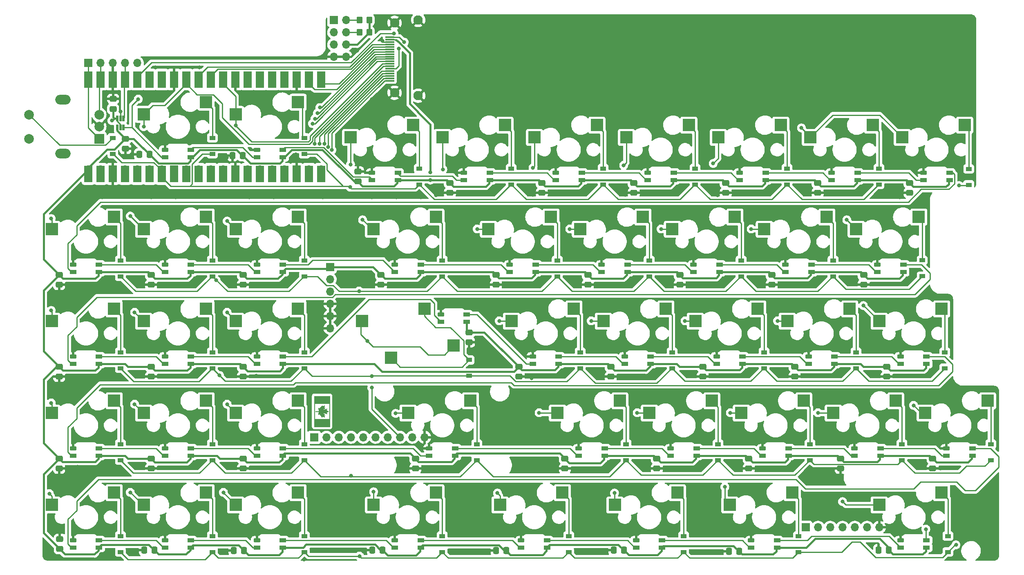
<source format=gbl>
%TF.GenerationSoftware,KiCad,Pcbnew,(6.0.5)*%
%TF.CreationDate,2022-07-17T14:54:14-06:00*%
%TF.ProjectId,kb,6b622e6b-6963-4616-945f-706362585858,rev?*%
%TF.SameCoordinates,Original*%
%TF.FileFunction,Copper,L2,Bot*%
%TF.FilePolarity,Positive*%
%FSLAX46Y46*%
G04 Gerber Fmt 4.6, Leading zero omitted, Abs format (unit mm)*
G04 Created by KiCad (PCBNEW (6.0.5)) date 2022-07-17 14:54:14*
%MOMM*%
%LPD*%
G01*
G04 APERTURE LIST*
G04 Aperture macros list*
%AMRoundRect*
0 Rectangle with rounded corners*
0 $1 Rounding radius*
0 $2 $3 $4 $5 $6 $7 $8 $9 X,Y pos of 4 corners*
0 Add a 4 corners polygon primitive as box body*
4,1,4,$2,$3,$4,$5,$6,$7,$8,$9,$2,$3,0*
0 Add four circle primitives for the rounded corners*
1,1,$1+$1,$2,$3*
1,1,$1+$1,$4,$5*
1,1,$1+$1,$6,$7*
1,1,$1+$1,$8,$9*
0 Add four rect primitives between the rounded corners*
20,1,$1+$1,$2,$3,$4,$5,0*
20,1,$1+$1,$4,$5,$6,$7,0*
20,1,$1+$1,$6,$7,$8,$9,0*
20,1,$1+$1,$8,$9,$2,$3,0*%
G04 Aperture macros list end*
%TA.AperFunction,NonConductor*%
%ADD10C,0.006000*%
%TD*%
%TA.AperFunction,SMDPad,CuDef*%
%ADD11R,2.550000X2.500000*%
%TD*%
%TA.AperFunction,ComponentPad*%
%ADD12R,1.700000X1.700000*%
%TD*%
%TA.AperFunction,ComponentPad*%
%ADD13O,1.700000X1.700000*%
%TD*%
%TA.AperFunction,WasherPad*%
%ADD14O,3.200000X2.000000*%
%TD*%
%TA.AperFunction,ComponentPad*%
%ADD15R,2.000000X2.000000*%
%TD*%
%TA.AperFunction,ComponentPad*%
%ADD16C,2.000000*%
%TD*%
%TA.AperFunction,SMDPad,CuDef*%
%ADD17RoundRect,0.250000X0.350000X0.450000X-0.350000X0.450000X-0.350000X-0.450000X0.350000X-0.450000X0*%
%TD*%
%TA.AperFunction,SMDPad,CuDef*%
%ADD18RoundRect,0.250000X0.475000X-0.337500X0.475000X0.337500X-0.475000X0.337500X-0.475000X-0.337500X0*%
%TD*%
%TA.AperFunction,SMDPad,CuDef*%
%ADD19R,1.200000X0.900000*%
%TD*%
%TA.AperFunction,SMDPad,CuDef*%
%ADD20RoundRect,0.250000X-0.475000X0.337500X-0.475000X-0.337500X0.475000X-0.337500X0.475000X0.337500X0*%
%TD*%
%TA.AperFunction,SMDPad,CuDef*%
%ADD21R,1.400000X0.820000*%
%TD*%
%TA.AperFunction,SMDPad,CuDef*%
%ADD22RoundRect,0.205000X0.495000X0.205000X-0.495000X0.205000X-0.495000X-0.205000X0.495000X-0.205000X0*%
%TD*%
%TA.AperFunction,SMDPad,CuDef*%
%ADD23RoundRect,0.250000X0.337500X0.475000X-0.337500X0.475000X-0.337500X-0.475000X0.337500X-0.475000X0*%
%TD*%
%TA.AperFunction,SMDPad,CuDef*%
%ADD24R,1.700000X3.500000*%
%TD*%
%TA.AperFunction,SMDPad,CuDef*%
%ADD25R,1.900000X0.300000*%
%TD*%
%TA.AperFunction,ComponentPad*%
%ADD26C,1.950000*%
%TD*%
%TA.AperFunction,SMDPad,CuDef*%
%ADD27RoundRect,0.020000X-0.180000X0.575000X-0.180000X-0.575000X0.180000X-0.575000X0.180000X0.575000X0*%
%TD*%
%TA.AperFunction,ViaPad*%
%ADD28C,0.800000*%
%TD*%
%TA.AperFunction,Conductor*%
%ADD29C,0.381000*%
%TD*%
%TA.AperFunction,Conductor*%
%ADD30C,0.254000*%
%TD*%
G04 APERTURE END LIST*
D10*
G36*
X84703464Y-124165062D02*
G01*
X84703464Y-127209093D01*
X84637979Y-127274577D01*
X84637979Y-124099577D01*
X84703464Y-124165062D01*
G37*
X84703464Y-124165062D02*
X84703464Y-127209093D01*
X84637979Y-127274577D01*
X84637979Y-124099577D01*
X84703464Y-124165062D01*
G36*
X87812979Y-124099577D02*
G01*
X84637979Y-124099577D01*
X84637979Y-122512078D01*
X87812979Y-122512078D01*
X87812979Y-124099577D01*
G37*
X87812979Y-124099577D02*
X84637979Y-124099577D01*
X84637979Y-122512078D01*
X87812979Y-122512078D01*
X87812979Y-124099577D01*
G36*
X86247969Y-124596994D02*
G01*
X86248875Y-124598802D01*
X86249855Y-124600550D01*
X86250907Y-124602238D01*
X86252028Y-124603863D01*
X86253215Y-124605426D01*
X86254465Y-124606924D01*
X86255775Y-124608357D01*
X86257144Y-124609724D01*
X86258567Y-124611022D01*
X86260043Y-124612252D01*
X86261569Y-124613412D01*
X86263141Y-124614500D01*
X86264758Y-124615516D01*
X86266416Y-124616458D01*
X86268112Y-124617326D01*
X86269845Y-124618117D01*
X86271611Y-124618831D01*
X86273407Y-124619467D01*
X86275231Y-124620024D01*
X86277080Y-124620499D01*
X86278952Y-124620893D01*
X86280842Y-124621204D01*
X86282750Y-124621430D01*
X86284672Y-124621571D01*
X86286605Y-124621626D01*
X86288547Y-124621592D01*
X86290494Y-124621470D01*
X86292445Y-124621258D01*
X86294396Y-124620954D01*
X86296344Y-124620558D01*
X86298288Y-124620068D01*
X86300224Y-124619484D01*
X86678578Y-124496452D01*
X86602510Y-124854963D01*
X86602162Y-124856840D01*
X86601898Y-124858716D01*
X86601718Y-124860589D01*
X86601621Y-124862456D01*
X86601669Y-124866164D01*
X86602033Y-124869821D01*
X86602704Y-124873411D01*
X86603672Y-124876914D01*
X86604928Y-124880313D01*
X86606463Y-124883591D01*
X86608267Y-124886728D01*
X86610331Y-124889706D01*
X86612645Y-124892509D01*
X86615201Y-124895117D01*
X86617988Y-124897514D01*
X86620997Y-124899680D01*
X86622582Y-124900671D01*
X86624220Y-124901598D01*
X86625908Y-124902458D01*
X86627646Y-124903249D01*
X86791026Y-124972702D01*
X86490724Y-125252499D01*
X86489455Y-125253753D01*
X86488247Y-125255049D01*
X86487100Y-125256385D01*
X86486014Y-125257760D01*
X86484991Y-125259170D01*
X86484029Y-125260615D01*
X86483131Y-125262091D01*
X86482295Y-125263598D01*
X86481523Y-125265132D01*
X86480815Y-125266692D01*
X86480170Y-125268275D01*
X86479590Y-125269881D01*
X86478625Y-125273148D01*
X86477921Y-125276476D01*
X86477482Y-125279850D01*
X86477311Y-125283252D01*
X86477327Y-125284959D01*
X86477410Y-125286667D01*
X86477562Y-125288373D01*
X86477782Y-125290077D01*
X86478071Y-125291775D01*
X86478430Y-125293466D01*
X86478858Y-125295147D01*
X86479357Y-125296817D01*
X86479926Y-125298473D01*
X86480565Y-125300114D01*
X86481276Y-125301737D01*
X86482058Y-125303341D01*
X86482905Y-125304911D01*
X86483810Y-125306434D01*
X86484771Y-125307910D01*
X86485786Y-125309337D01*
X86486853Y-125310715D01*
X86487970Y-125312043D01*
X86489135Y-125313320D01*
X86490346Y-125314544D01*
X86491602Y-125315716D01*
X86492901Y-125316833D01*
X86494240Y-125317896D01*
X86495618Y-125318903D01*
X86497033Y-125319854D01*
X86498483Y-125320746D01*
X86499966Y-125321581D01*
X86501481Y-125322355D01*
X86503025Y-125323070D01*
X86504596Y-125323723D01*
X86506193Y-125324314D01*
X86507814Y-125324842D01*
X86509456Y-125325306D01*
X86511119Y-125325705D01*
X86512799Y-125326038D01*
X86514496Y-125326304D01*
X86516207Y-125326503D01*
X86517931Y-125326633D01*
X86519665Y-125326694D01*
X86521407Y-125326684D01*
X86523157Y-125326602D01*
X86524911Y-125326449D01*
X86526669Y-125326222D01*
X86528427Y-125325921D01*
X87224281Y-125190984D01*
X87099265Y-125407280D01*
X87098191Y-125409228D01*
X87097222Y-125411219D01*
X87096361Y-125413249D01*
X87095607Y-125415315D01*
X87094961Y-125417410D01*
X87094424Y-125419532D01*
X87093996Y-125421676D01*
X87093678Y-125423837D01*
X87093469Y-125426012D01*
X87093372Y-125428196D01*
X87093386Y-125430385D01*
X87093511Y-125432574D01*
X87093749Y-125434759D01*
X87094099Y-125436937D01*
X87094563Y-125439102D01*
X87095140Y-125441250D01*
X87095828Y-125443366D01*
X87096620Y-125445434D01*
X87097514Y-125447450D01*
X87098507Y-125449411D01*
X87099596Y-125451314D01*
X87100778Y-125453156D01*
X87102051Y-125454934D01*
X87103411Y-125456643D01*
X87104857Y-125458281D01*
X87106385Y-125459844D01*
X87107992Y-125461330D01*
X87109677Y-125462734D01*
X87111435Y-125464054D01*
X87113264Y-125465286D01*
X87115162Y-125466427D01*
X87117125Y-125467473D01*
X87548396Y-125687077D01*
X87117125Y-125906681D01*
X87115162Y-125907728D01*
X87113264Y-125908868D01*
X87111435Y-125910100D01*
X87109677Y-125911420D01*
X87107992Y-125912824D01*
X87106385Y-125914310D01*
X87104857Y-125915873D01*
X87103411Y-125917511D01*
X87102051Y-125919221D01*
X87100778Y-125920998D01*
X87099596Y-125922840D01*
X87098507Y-125924743D01*
X87097514Y-125926705D01*
X87096620Y-125928721D01*
X87095828Y-125930789D01*
X87095140Y-125932904D01*
X87094563Y-125935053D01*
X87094099Y-125937218D01*
X87093749Y-125939395D01*
X87093511Y-125941581D01*
X87093386Y-125943770D01*
X87093372Y-125945959D01*
X87093469Y-125948142D01*
X87093678Y-125950317D01*
X87093996Y-125952479D01*
X87094424Y-125954622D01*
X87094961Y-125956744D01*
X87095607Y-125958840D01*
X87096361Y-125960905D01*
X87097222Y-125962935D01*
X87098191Y-125964926D01*
X87099265Y-125966874D01*
X87224281Y-126183171D01*
X86528427Y-126048233D01*
X86524911Y-126047706D01*
X86521407Y-126047471D01*
X86517931Y-126047521D01*
X86514496Y-126047850D01*
X86511119Y-126048450D01*
X86507814Y-126049312D01*
X86504596Y-126050431D01*
X86501481Y-126051799D01*
X86498483Y-126053408D01*
X86495618Y-126055251D01*
X86492901Y-126057321D01*
X86490346Y-126059610D01*
X86487970Y-126062112D01*
X86485786Y-126064817D01*
X86483810Y-126067721D01*
X86482058Y-126070814D01*
X86480565Y-126074040D01*
X86479357Y-126077338D01*
X86478430Y-126080689D01*
X86477782Y-126084078D01*
X86477410Y-126087488D01*
X86477311Y-126090902D01*
X86477482Y-126094304D01*
X86477921Y-126097678D01*
X86478625Y-126101007D01*
X86479590Y-126104274D01*
X86480815Y-126107463D01*
X86482295Y-126110557D01*
X86484029Y-126113540D01*
X86486014Y-126116395D01*
X86488247Y-126119105D01*
X86490724Y-126121655D01*
X86791026Y-126401452D01*
X86627646Y-126470905D01*
X86625908Y-126471697D01*
X86624220Y-126472557D01*
X86622582Y-126473484D01*
X86620997Y-126474475D01*
X86619465Y-126475528D01*
X86617988Y-126476641D01*
X86616566Y-126477811D01*
X86615201Y-126479037D01*
X86613893Y-126480316D01*
X86612645Y-126481645D01*
X86611457Y-126483024D01*
X86610331Y-126484448D01*
X86609267Y-126485917D01*
X86608267Y-126487427D01*
X86607332Y-126488977D01*
X86606463Y-126490564D01*
X86605661Y-126492186D01*
X86604928Y-126493841D01*
X86604265Y-126495526D01*
X86603672Y-126497240D01*
X86603151Y-126498980D01*
X86602704Y-126500744D01*
X86602330Y-126502529D01*
X86602033Y-126504333D01*
X86601812Y-126506154D01*
X86601669Y-126507991D01*
X86601604Y-126509839D01*
X86601621Y-126511698D01*
X86601718Y-126513565D01*
X86601898Y-126515438D01*
X86602162Y-126517314D01*
X86602510Y-126519192D01*
X86678578Y-126877702D01*
X86300224Y-126754671D01*
X86298288Y-126754086D01*
X86296344Y-126753596D01*
X86294396Y-126753200D01*
X86292445Y-126752897D01*
X86290494Y-126752684D01*
X86288547Y-126752562D01*
X86286605Y-126752529D01*
X86284672Y-126752583D01*
X86282750Y-126752724D01*
X86280842Y-126752951D01*
X86277080Y-126753655D01*
X86273407Y-126754687D01*
X86269845Y-126756037D01*
X86266416Y-126757696D01*
X86263141Y-126759654D01*
X86260043Y-126761902D01*
X86258567Y-126763132D01*
X86257144Y-126764431D01*
X86255775Y-126765797D01*
X86254465Y-126767230D01*
X86253215Y-126768729D01*
X86252028Y-126770291D01*
X86250907Y-126771917D01*
X86249855Y-126773604D01*
X86248875Y-126775353D01*
X86247969Y-126777160D01*
X86182484Y-126917390D01*
X85678453Y-126294957D01*
X85677343Y-126293644D01*
X85676188Y-126292383D01*
X85674992Y-126291176D01*
X85673755Y-126290023D01*
X85672480Y-126288925D01*
X85671168Y-126287882D01*
X85669821Y-126286894D01*
X85668441Y-126285963D01*
X85667031Y-126285088D01*
X85665590Y-126284270D01*
X85664122Y-126283510D01*
X85662629Y-126282808D01*
X85661111Y-126282164D01*
X85659572Y-126281579D01*
X85658012Y-126281054D01*
X85656434Y-126280589D01*
X85654839Y-126280185D01*
X85653230Y-126279842D01*
X85651607Y-126279560D01*
X85649974Y-126279340D01*
X85648331Y-126279183D01*
X85646680Y-126279089D01*
X85645024Y-126279059D01*
X85643365Y-126279093D01*
X85641703Y-126279191D01*
X85640041Y-126279354D01*
X85638380Y-126279583D01*
X85636723Y-126279878D01*
X85635072Y-126280239D01*
X85633427Y-126280668D01*
X85631791Y-126281164D01*
X85630167Y-126281728D01*
X85418500Y-126358457D01*
X85518380Y-125790265D01*
X85518884Y-125786743D01*
X85519186Y-125783219D01*
X85519290Y-125779700D01*
X85519197Y-125776195D01*
X85518909Y-125772710D01*
X85518429Y-125769254D01*
X85517760Y-125765835D01*
X85516903Y-125762461D01*
X85515860Y-125759139D01*
X85514634Y-125755878D01*
X85513227Y-125752686D01*
X85511642Y-125749569D01*
X85509880Y-125746537D01*
X85507943Y-125743597D01*
X85505835Y-125740757D01*
X85503557Y-125738025D01*
X85501128Y-125735426D01*
X85498571Y-125732982D01*
X85495894Y-125730697D01*
X85493104Y-125728572D01*
X85490208Y-125726613D01*
X85487214Y-125724821D01*
X85484130Y-125723201D01*
X85480963Y-125721754D01*
X85477721Y-125720486D01*
X85474412Y-125719397D01*
X85471042Y-125718493D01*
X85467620Y-125717776D01*
X85464153Y-125717249D01*
X85460648Y-125716916D01*
X85457114Y-125716780D01*
X85453557Y-125716843D01*
X84882719Y-125746609D01*
X84882719Y-125627546D01*
X85453557Y-125657312D01*
X85457114Y-125657375D01*
X85460648Y-125657238D01*
X85464153Y-125656905D01*
X85467620Y-125656378D01*
X85471042Y-125655661D01*
X85474412Y-125654757D01*
X85477721Y-125653669D01*
X85480963Y-125652400D01*
X85484130Y-125650954D01*
X85487214Y-125649333D01*
X85490208Y-125647541D01*
X85493104Y-125645582D01*
X85495894Y-125643458D01*
X85498571Y-125641172D01*
X85501128Y-125638728D01*
X85503557Y-125636129D01*
X85505835Y-125633397D01*
X85507943Y-125630557D01*
X85509880Y-125627617D01*
X85511642Y-125624585D01*
X85513227Y-125621469D01*
X85514634Y-125618276D01*
X85515860Y-125615015D01*
X85516903Y-125611693D01*
X85517760Y-125608319D01*
X85518429Y-125604900D01*
X85518909Y-125601444D01*
X85519197Y-125597960D01*
X85519290Y-125594454D01*
X85519186Y-125590935D01*
X85518884Y-125587411D01*
X85518380Y-125583890D01*
X85418500Y-125015697D01*
X85630167Y-125092426D01*
X85633427Y-125093486D01*
X85636723Y-125094276D01*
X85640041Y-125094800D01*
X85643365Y-125095062D01*
X85646680Y-125095065D01*
X85649974Y-125094814D01*
X85653230Y-125094312D01*
X85656434Y-125093565D01*
X85659572Y-125092575D01*
X85662629Y-125091347D01*
X85665590Y-125089884D01*
X85668441Y-125088191D01*
X85671168Y-125086272D01*
X85673755Y-125084131D01*
X85676188Y-125081771D01*
X85678453Y-125079197D01*
X86182484Y-124456765D01*
X86247969Y-124596994D01*
G37*
X86247969Y-124596994D02*
X86248875Y-124598802D01*
X86249855Y-124600550D01*
X86250907Y-124602238D01*
X86252028Y-124603863D01*
X86253215Y-124605426D01*
X86254465Y-124606924D01*
X86255775Y-124608357D01*
X86257144Y-124609724D01*
X86258567Y-124611022D01*
X86260043Y-124612252D01*
X86261569Y-124613412D01*
X86263141Y-124614500D01*
X86264758Y-124615516D01*
X86266416Y-124616458D01*
X86268112Y-124617326D01*
X86269845Y-124618117D01*
X86271611Y-124618831D01*
X86273407Y-124619467D01*
X86275231Y-124620024D01*
X86277080Y-124620499D01*
X86278952Y-124620893D01*
X86280842Y-124621204D01*
X86282750Y-124621430D01*
X86284672Y-124621571D01*
X86286605Y-124621626D01*
X86288547Y-124621592D01*
X86290494Y-124621470D01*
X86292445Y-124621258D01*
X86294396Y-124620954D01*
X86296344Y-124620558D01*
X86298288Y-124620068D01*
X86300224Y-124619484D01*
X86678578Y-124496452D01*
X86602510Y-124854963D01*
X86602162Y-124856840D01*
X86601898Y-124858716D01*
X86601718Y-124860589D01*
X86601621Y-124862456D01*
X86601669Y-124866164D01*
X86602033Y-124869821D01*
X86602704Y-124873411D01*
X86603672Y-124876914D01*
X86604928Y-124880313D01*
X86606463Y-124883591D01*
X86608267Y-124886728D01*
X86610331Y-124889706D01*
X86612645Y-124892509D01*
X86615201Y-124895117D01*
X86617988Y-124897514D01*
X86620997Y-124899680D01*
X86622582Y-124900671D01*
X86624220Y-124901598D01*
X86625908Y-124902458D01*
X86627646Y-124903249D01*
X86791026Y-124972702D01*
X86490724Y-125252499D01*
X86489455Y-125253753D01*
X86488247Y-125255049D01*
X86487100Y-125256385D01*
X86486014Y-125257760D01*
X86484991Y-125259170D01*
X86484029Y-125260615D01*
X86483131Y-125262091D01*
X86482295Y-125263598D01*
X86481523Y-125265132D01*
X86480815Y-125266692D01*
X86480170Y-125268275D01*
X86479590Y-125269881D01*
X86478625Y-125273148D01*
X86477921Y-125276476D01*
X86477482Y-125279850D01*
X86477311Y-125283252D01*
X86477327Y-125284959D01*
X86477410Y-125286667D01*
X86477562Y-125288373D01*
X86477782Y-125290077D01*
X86478071Y-125291775D01*
X86478430Y-125293466D01*
X86478858Y-125295147D01*
X86479357Y-125296817D01*
X86479926Y-125298473D01*
X86480565Y-125300114D01*
X86481276Y-125301737D01*
X86482058Y-125303341D01*
X86482905Y-125304911D01*
X86483810Y-125306434D01*
X86484771Y-125307910D01*
X86485786Y-125309337D01*
X86486853Y-125310715D01*
X86487970Y-125312043D01*
X86489135Y-125313320D01*
X86490346Y-125314544D01*
X86491602Y-125315716D01*
X86492901Y-125316833D01*
X86494240Y-125317896D01*
X86495618Y-125318903D01*
X86497033Y-125319854D01*
X86498483Y-125320746D01*
X86499966Y-125321581D01*
X86501481Y-125322355D01*
X86503025Y-125323070D01*
X86504596Y-125323723D01*
X86506193Y-125324314D01*
X86507814Y-125324842D01*
X86509456Y-125325306D01*
X86511119Y-125325705D01*
X86512799Y-125326038D01*
X86514496Y-125326304D01*
X86516207Y-125326503D01*
X86517931Y-125326633D01*
X86519665Y-125326694D01*
X86521407Y-125326684D01*
X86523157Y-125326602D01*
X86524911Y-125326449D01*
X86526669Y-125326222D01*
X86528427Y-125325921D01*
X87224281Y-125190984D01*
X87099265Y-125407280D01*
X87098191Y-125409228D01*
X87097222Y-125411219D01*
X87096361Y-125413249D01*
X87095607Y-125415315D01*
X87094961Y-125417410D01*
X87094424Y-125419532D01*
X87093996Y-125421676D01*
X87093678Y-125423837D01*
X87093469Y-125426012D01*
X87093372Y-125428196D01*
X87093386Y-125430385D01*
X87093511Y-125432574D01*
X87093749Y-125434759D01*
X87094099Y-125436937D01*
X87094563Y-125439102D01*
X87095140Y-125441250D01*
X87095828Y-125443366D01*
X87096620Y-125445434D01*
X87097514Y-125447450D01*
X87098507Y-125449411D01*
X87099596Y-125451314D01*
X87100778Y-125453156D01*
X87102051Y-125454934D01*
X87103411Y-125456643D01*
X87104857Y-125458281D01*
X87106385Y-125459844D01*
X87107992Y-125461330D01*
X87109677Y-125462734D01*
X87111435Y-125464054D01*
X87113264Y-125465286D01*
X87115162Y-125466427D01*
X87117125Y-125467473D01*
X87548396Y-125687077D01*
X87117125Y-125906681D01*
X87115162Y-125907728D01*
X87113264Y-125908868D01*
X87111435Y-125910100D01*
X87109677Y-125911420D01*
X87107992Y-125912824D01*
X87106385Y-125914310D01*
X87104857Y-125915873D01*
X87103411Y-125917511D01*
X87102051Y-125919221D01*
X87100778Y-125920998D01*
X87099596Y-125922840D01*
X87098507Y-125924743D01*
X87097514Y-125926705D01*
X87096620Y-125928721D01*
X87095828Y-125930789D01*
X87095140Y-125932904D01*
X87094563Y-125935053D01*
X87094099Y-125937218D01*
X87093749Y-125939395D01*
X87093511Y-125941581D01*
X87093386Y-125943770D01*
X87093372Y-125945959D01*
X87093469Y-125948142D01*
X87093678Y-125950317D01*
X87093996Y-125952479D01*
X87094424Y-125954622D01*
X87094961Y-125956744D01*
X87095607Y-125958840D01*
X87096361Y-125960905D01*
X87097222Y-125962935D01*
X87098191Y-125964926D01*
X87099265Y-125966874D01*
X87224281Y-126183171D01*
X86528427Y-126048233D01*
X86524911Y-126047706D01*
X86521407Y-126047471D01*
X86517931Y-126047521D01*
X86514496Y-126047850D01*
X86511119Y-126048450D01*
X86507814Y-126049312D01*
X86504596Y-126050431D01*
X86501481Y-126051799D01*
X86498483Y-126053408D01*
X86495618Y-126055251D01*
X86492901Y-126057321D01*
X86490346Y-126059610D01*
X86487970Y-126062112D01*
X86485786Y-126064817D01*
X86483810Y-126067721D01*
X86482058Y-126070814D01*
X86480565Y-126074040D01*
X86479357Y-126077338D01*
X86478430Y-126080689D01*
X86477782Y-126084078D01*
X86477410Y-126087488D01*
X86477311Y-126090902D01*
X86477482Y-126094304D01*
X86477921Y-126097678D01*
X86478625Y-126101007D01*
X86479590Y-126104274D01*
X86480815Y-126107463D01*
X86482295Y-126110557D01*
X86484029Y-126113540D01*
X86486014Y-126116395D01*
X86488247Y-126119105D01*
X86490724Y-126121655D01*
X86791026Y-126401452D01*
X86627646Y-126470905D01*
X86625908Y-126471697D01*
X86624220Y-126472557D01*
X86622582Y-126473484D01*
X86620997Y-126474475D01*
X86619465Y-126475528D01*
X86617988Y-126476641D01*
X86616566Y-126477811D01*
X86615201Y-126479037D01*
X86613893Y-126480316D01*
X86612645Y-126481645D01*
X86611457Y-126483024D01*
X86610331Y-126484448D01*
X86609267Y-126485917D01*
X86608267Y-126487427D01*
X86607332Y-126488977D01*
X86606463Y-126490564D01*
X86605661Y-126492186D01*
X86604928Y-126493841D01*
X86604265Y-126495526D01*
X86603672Y-126497240D01*
X86603151Y-126498980D01*
X86602704Y-126500744D01*
X86602330Y-126502529D01*
X86602033Y-126504333D01*
X86601812Y-126506154D01*
X86601669Y-126507991D01*
X86601604Y-126509839D01*
X86601621Y-126511698D01*
X86601718Y-126513565D01*
X86601898Y-126515438D01*
X86602162Y-126517314D01*
X86602510Y-126519192D01*
X86678578Y-126877702D01*
X86300224Y-126754671D01*
X86298288Y-126754086D01*
X86296344Y-126753596D01*
X86294396Y-126753200D01*
X86292445Y-126752897D01*
X86290494Y-126752684D01*
X86288547Y-126752562D01*
X86286605Y-126752529D01*
X86284672Y-126752583D01*
X86282750Y-126752724D01*
X86280842Y-126752951D01*
X86277080Y-126753655D01*
X86273407Y-126754687D01*
X86269845Y-126756037D01*
X86266416Y-126757696D01*
X86263141Y-126759654D01*
X86260043Y-126761902D01*
X86258567Y-126763132D01*
X86257144Y-126764431D01*
X86255775Y-126765797D01*
X86254465Y-126767230D01*
X86253215Y-126768729D01*
X86252028Y-126770291D01*
X86250907Y-126771917D01*
X86249855Y-126773604D01*
X86248875Y-126775353D01*
X86247969Y-126777160D01*
X86182484Y-126917390D01*
X85678453Y-126294957D01*
X85677343Y-126293644D01*
X85676188Y-126292383D01*
X85674992Y-126291176D01*
X85673755Y-126290023D01*
X85672480Y-126288925D01*
X85671168Y-126287882D01*
X85669821Y-126286894D01*
X85668441Y-126285963D01*
X85667031Y-126285088D01*
X85665590Y-126284270D01*
X85664122Y-126283510D01*
X85662629Y-126282808D01*
X85661111Y-126282164D01*
X85659572Y-126281579D01*
X85658012Y-126281054D01*
X85656434Y-126280589D01*
X85654839Y-126280185D01*
X85653230Y-126279842D01*
X85651607Y-126279560D01*
X85649974Y-126279340D01*
X85648331Y-126279183D01*
X85646680Y-126279089D01*
X85645024Y-126279059D01*
X85643365Y-126279093D01*
X85641703Y-126279191D01*
X85640041Y-126279354D01*
X85638380Y-126279583D01*
X85636723Y-126279878D01*
X85635072Y-126280239D01*
X85633427Y-126280668D01*
X85631791Y-126281164D01*
X85630167Y-126281728D01*
X85418500Y-126358457D01*
X85518380Y-125790265D01*
X85518884Y-125786743D01*
X85519186Y-125783219D01*
X85519290Y-125779700D01*
X85519197Y-125776195D01*
X85518909Y-125772710D01*
X85518429Y-125769254D01*
X85517760Y-125765835D01*
X85516903Y-125762461D01*
X85515860Y-125759139D01*
X85514634Y-125755878D01*
X85513227Y-125752686D01*
X85511642Y-125749569D01*
X85509880Y-125746537D01*
X85507943Y-125743597D01*
X85505835Y-125740757D01*
X85503557Y-125738025D01*
X85501128Y-125735426D01*
X85498571Y-125732982D01*
X85495894Y-125730697D01*
X85493104Y-125728572D01*
X85490208Y-125726613D01*
X85487214Y-125724821D01*
X85484130Y-125723201D01*
X85480963Y-125721754D01*
X85477721Y-125720486D01*
X85474412Y-125719397D01*
X85471042Y-125718493D01*
X85467620Y-125717776D01*
X85464153Y-125717249D01*
X85460648Y-125716916D01*
X85457114Y-125716780D01*
X85453557Y-125716843D01*
X84882719Y-125746609D01*
X84882719Y-125627546D01*
X85453557Y-125657312D01*
X85457114Y-125657375D01*
X85460648Y-125657238D01*
X85464153Y-125656905D01*
X85467620Y-125656378D01*
X85471042Y-125655661D01*
X85474412Y-125654757D01*
X85477721Y-125653669D01*
X85480963Y-125652400D01*
X85484130Y-125650954D01*
X85487214Y-125649333D01*
X85490208Y-125647541D01*
X85493104Y-125645582D01*
X85495894Y-125643458D01*
X85498571Y-125641172D01*
X85501128Y-125638728D01*
X85503557Y-125636129D01*
X85505835Y-125633397D01*
X85507943Y-125630557D01*
X85509880Y-125627617D01*
X85511642Y-125624585D01*
X85513227Y-125621469D01*
X85514634Y-125618276D01*
X85515860Y-125615015D01*
X85516903Y-125611693D01*
X85517760Y-125608319D01*
X85518429Y-125604900D01*
X85518909Y-125601444D01*
X85519197Y-125597960D01*
X85519290Y-125594454D01*
X85519186Y-125590935D01*
X85518884Y-125587411D01*
X85518380Y-125583890D01*
X85418500Y-125015697D01*
X85630167Y-125092426D01*
X85633427Y-125093486D01*
X85636723Y-125094276D01*
X85640041Y-125094800D01*
X85643365Y-125095062D01*
X85646680Y-125095065D01*
X85649974Y-125094814D01*
X85653230Y-125094312D01*
X85656434Y-125093565D01*
X85659572Y-125092575D01*
X85662629Y-125091347D01*
X85665590Y-125089884D01*
X85668441Y-125088191D01*
X85671168Y-125086272D01*
X85673755Y-125084131D01*
X85676188Y-125081771D01*
X85678453Y-125079197D01*
X86182484Y-124456765D01*
X86247969Y-124596994D01*
G36*
X87812979Y-127274577D02*
G01*
X87747495Y-127209093D01*
X87747495Y-124165062D01*
X87812979Y-124099577D01*
X87812979Y-127274577D01*
G37*
X87812979Y-127274577D02*
X87747495Y-127209093D01*
X87747495Y-124165062D01*
X87812979Y-124099577D01*
X87812979Y-127274577D01*
G36*
X87812979Y-128862077D02*
G01*
X84637979Y-128862077D01*
X84637979Y-127274577D01*
X87812979Y-127274577D01*
X87812979Y-128862077D01*
G37*
X87812979Y-128862077D02*
X84637979Y-128862077D01*
X84637979Y-127274577D01*
X87812979Y-127274577D01*
X87812979Y-128862077D01*
D11*
%TO.P,MX22,1,COL*%
%TO.N,/COL4*%
X125471250Y-106997500D03*
%TO.P,MX22,2,ROW*%
%TO.N,Net-(D22-Pad2)*%
X138398250Y-104457500D03*
%TD*%
%TO.P,MX14,1,COL*%
%TO.N,/COL5*%
X139758750Y-87947500D03*
%TO.P,MX14,2,ROW*%
%TO.N,Net-(D14-Pad2)*%
X152685750Y-85407500D03*
%TD*%
%TO.P,MX2,1,COL*%
%TO.N,/COL2*%
X68321250Y-64135000D03*
%TO.P,MX2,2,ROW*%
%TO.N,Net-(D2-Pad2)*%
X81248250Y-61595000D03*
%TD*%
D12*
%TO.P,J6,1,Pin_1*%
%TO.N,+5V*%
X87884000Y-95758000D03*
D13*
%TO.P,J6,2,Pin_2*%
X87884000Y-98298000D03*
%TO.P,J6,3,Pin_3*%
X87884000Y-100838000D03*
%TO.P,J6,4,Pin_4*%
%TO.N,GND*%
X87884000Y-103378000D03*
%TO.P,J6,5,Pin_5*%
X87884000Y-105918000D03*
%TO.P,J6,6,Pin_6*%
X87884000Y-108458000D03*
%TD*%
D11*
%TO.P,MX24,1,COL*%
%TO.N,/COL6*%
X163571250Y-106997500D03*
%TO.P,MX24,2,ROW*%
%TO.N,Net-(D24-Pad2)*%
X176498250Y-104457500D03*
%TD*%
D14*
%TO.P,SW1,*%
%TO.N,*%
X32543750Y-61075000D03*
X32543750Y-72275000D03*
D15*
%TO.P,SW1,A,A*%
%TO.N,/ENC_L1*%
X40043750Y-69175000D03*
D16*
%TO.P,SW1,B,B*%
%TO.N,/ENC_L2*%
X40043750Y-64175000D03*
%TO.P,SW1,C,C*%
%TO.N,GND*%
X40043750Y-66675000D03*
%TO.P,SW1,S1,S1*%
%TO.N,Net-(D0-Pad2)*%
X25543750Y-64175000D03*
%TO.P,SW1,S2,S2*%
%TO.N,/COL0*%
X25543750Y-69175000D03*
%TD*%
D11*
%TO.P,MX34,1,COL*%
%TO.N,/COL7*%
X192146250Y-126047500D03*
%TO.P,MX34,2,ROW*%
%TO.N,Net-(D34-Pad2)*%
X205073250Y-123507500D03*
%TD*%
D12*
%TO.P,J5,1,Pin_1*%
%TO.N,/COL6*%
X186436000Y-149733000D03*
D13*
%TO.P,J5,2,Pin_2*%
%TO.N,/COL5*%
X188976000Y-149733000D03*
%TO.P,J5,3,Pin_3*%
%TO.N,/COL4*%
X191516000Y-149733000D03*
%TO.P,J5,4,Pin_4*%
%TO.N,/COL7*%
X194056000Y-149733000D03*
%TO.P,J5,5,Pin_5*%
%TO.N,/COL8*%
X196596000Y-149733000D03*
%TO.P,J5,6,Pin_6*%
%TO.N,/RGB_TO_RIGHT*%
X199136000Y-149733000D03*
%TO.P,J5,7,Pin_7*%
%TO.N,GND*%
X201676000Y-149733000D03*
%TD*%
D11*
%TO.P,MX15,1,COL*%
%TO.N,/COL6*%
X158808750Y-87947500D03*
%TO.P,MX15,2,ROW*%
%TO.N,Net-(D15-Pad2)*%
X171735750Y-85407500D03*
%TD*%
%TO.P,MX43,1,COL*%
%TO.N,/COL7*%
X201671250Y-145097500D03*
%TO.P,MX43,2,ROW*%
%TO.N,Net-(D43-Pad2)*%
X214598250Y-142557500D03*
%TD*%
%TO.P,MX18,1,COL*%
%TO.N,/COL0*%
X30221250Y-106997500D03*
%TO.P,MX18,2,ROW*%
%TO.N,Net-(D18-Pad2)*%
X43148250Y-104457500D03*
%TD*%
%TO.P,MX7,1,COL*%
%TO.N,/COL7*%
X168333750Y-68897500D03*
%TO.P,MX7,2,ROW*%
%TO.N,Net-(D7-Pad2)*%
X181260750Y-66357500D03*
%TD*%
D12*
%TO.P,J3,1,Pin_1*%
%TO.N,/ENC_L1*%
X37782500Y-53467000D03*
D13*
%TO.P,J3,2,Pin_2*%
%TO.N,/ENC_L2*%
X40322500Y-53467000D03*
%TO.P,J3,3,Pin_3*%
%TO.N,GND*%
X42862500Y-53467000D03*
%TO.P,J3,4,Pin_4*%
%TO.N,/RGB_3V3*%
X45402500Y-53467000D03*
%TO.P,J3,5,Pin_5*%
%TO.N,/RGB_5V*%
X47942500Y-53467000D03*
%TD*%
D11*
%TO.P,MX26,1,COL*%
%TO.N,/COL8*%
X201671250Y-106997500D03*
%TO.P,MX26,2,ROW*%
%TO.N,Net-(D26-Pad2)*%
X214598250Y-104457500D03*
%TD*%
%TO.P,MX10,1,COL*%
%TO.N,/COL1*%
X49271250Y-87947500D03*
%TO.P,MX10,2,ROW*%
%TO.N,Net-(D10-Pad2)*%
X62198250Y-85407500D03*
%TD*%
%TO.P,MX11,1,COL*%
%TO.N,/COL2*%
X68321250Y-87947500D03*
%TO.P,MX11,2,ROW*%
%TO.N,Net-(D11-Pad2)*%
X81248250Y-85407500D03*
%TD*%
%TO.P,MX27,1,COL*%
%TO.N,/COL0*%
X30221250Y-126047500D03*
%TO.P,MX27,2,ROW*%
%TO.N,Net-(D27-Pad2)*%
X43148250Y-123507500D03*
%TD*%
%TO.P,MX25,1,COL*%
%TO.N,/COL7*%
X182621250Y-106997500D03*
%TO.P,MX25,2,ROW*%
%TO.N,Net-(D25-Pad2)*%
X195548250Y-104457500D03*
%TD*%
%TO.P,MX21,1,COL*%
%TO.N,/COL3*%
X113447500Y-112077500D03*
%TO.P,MX21,2,ROW*%
%TO.N,Net-(D21-Pad2)*%
X100520500Y-114617500D03*
%TD*%
%TO.P,MX37,1,COL*%
%TO.N,/COL1*%
X49271250Y-145097500D03*
%TO.P,MX37,2,ROW*%
%TO.N,Net-(D37-Pad2)*%
X62198250Y-142557500D03*
%TD*%
%TO.P,MX13,1,COL*%
%TO.N,/COL4*%
X120708750Y-87947500D03*
%TO.P,MX13,2,ROW*%
%TO.N,Net-(D13-Pad2)*%
X133635750Y-85407500D03*
%TD*%
%TO.P,MX35,1,COL*%
%TO.N,/COL8*%
X211196250Y-126047500D03*
%TO.P,MX35,2,ROW*%
%TO.N,Net-(D35-Pad2)*%
X224123250Y-123507500D03*
%TD*%
%TO.P,MX28,1,COL*%
%TO.N,/COL1*%
X49271250Y-126047500D03*
%TO.P,MX28,2,ROW*%
%TO.N,Net-(D28-Pad2)*%
X62198250Y-123507500D03*
%TD*%
%TO.P,MX21_1,1,COL*%
%TO.N,/COL3*%
X94515000Y-106997500D03*
%TO.P,MX21_1,2,ROW*%
%TO.N,Net-(D21-Pad2)*%
X107442000Y-104457500D03*
%TD*%
%TO.P,MX3,1,COL*%
%TO.N,/COL3*%
X92133750Y-68897500D03*
%TO.P,MX3,2,ROW*%
%TO.N,Net-(D3-Pad2)*%
X105060750Y-66357500D03*
%TD*%
D12*
%TO.P,J4,1,Pin_1*%
%TO.N,/COL2*%
X84587000Y-131064000D03*
D13*
%TO.P,J4,2,Pin_2*%
%TO.N,/COL1*%
X87127000Y-131064000D03*
%TO.P,J4,3,Pin_3*%
%TO.N,/COL0*%
X89667000Y-131064000D03*
%TO.P,J4,4,Pin_4*%
%TO.N,/ROW3*%
X92207000Y-131064000D03*
%TO.P,J4,5,Pin_5*%
%TO.N,/ROW4*%
X94747000Y-131064000D03*
%TO.P,J4,6,Pin_6*%
%TO.N,/ROW0*%
X97287000Y-131064000D03*
%TO.P,J4,7,Pin_7*%
%TO.N,/ROW1*%
X99827000Y-131064000D03*
%TO.P,J4,8,Pin_8*%
%TO.N,/ROW2*%
X102367000Y-131064000D03*
%TO.P,J4,9,Pin_9*%
%TO.N,/COL3*%
X104907000Y-131064000D03*
%TO.P,J4,10,Pin_10*%
%TO.N,GND*%
X107447000Y-131064000D03*
%TD*%
D11*
%TO.P,MX9,1,COL*%
%TO.N,/COL0*%
X30221250Y-87947500D03*
%TO.P,MX9,2,ROW*%
%TO.N,Net-(D9-Pad2)*%
X43148250Y-85407500D03*
%TD*%
%TO.P,MX1,1,COL*%
%TO.N,/COL1*%
X49271250Y-64135000D03*
%TO.P,MX1,2,ROW*%
%TO.N,Net-(D1-Pad2)*%
X62198250Y-61595000D03*
%TD*%
%TO.P,MX32,1,COL*%
%TO.N,/COL5*%
X154046250Y-126047500D03*
%TO.P,MX32,2,ROW*%
%TO.N,Net-(D32-Pad2)*%
X166973250Y-123507500D03*
%TD*%
%TO.P,MX40,1,COL*%
%TO.N,/COL4*%
X123090000Y-145097500D03*
%TO.P,MX40,2,ROW*%
%TO.N,Net-(D40-Pad2)*%
X136017000Y-142557500D03*
%TD*%
%TO.P,MX5,1,COL*%
%TO.N,/COL5*%
X130233750Y-68897500D03*
%TO.P,MX5,2,ROW*%
%TO.N,Net-(D5-Pad2)*%
X143160750Y-66357500D03*
%TD*%
%TO.P,MX39,1,COL*%
%TO.N,/COL3*%
X96896250Y-145097500D03*
%TO.P,MX39,2,ROW*%
%TO.N,Net-(D39-Pad2)*%
X109823250Y-142557500D03*
%TD*%
%TO.P,MX16,1,COL*%
%TO.N,/COL7*%
X177858750Y-87947500D03*
%TO.P,MX16,2,ROW*%
%TO.N,Net-(D16-Pad2)*%
X190785750Y-85407500D03*
%TD*%
%TO.P,MX38,1,COL*%
%TO.N,/COL2*%
X68321250Y-145097500D03*
%TO.P,MX38,2,ROW*%
%TO.N,Net-(D38-Pad2)*%
X81248250Y-142557500D03*
%TD*%
%TO.P,MX31,1,COL*%
%TO.N,/COL4*%
X134996250Y-126047500D03*
%TO.P,MX31,2,ROW*%
%TO.N,Net-(D31-Pad2)*%
X147923250Y-123507500D03*
%TD*%
%TO.P,MX8,1,COL*%
%TO.N,/COL8*%
X187383750Y-68897500D03*
%TO.P,MX8,2,ROW*%
%TO.N,Net-(D8-Pad2)*%
X200310750Y-66357500D03*
%TD*%
%TO.P,MX41,1,COL*%
%TO.N,/COL5*%
X146902500Y-145097500D03*
%TO.P,MX41,2,ROW*%
%TO.N,Net-(D41-Pad2)*%
X159829500Y-142557500D03*
%TD*%
%TO.P,MX20,1,COL*%
%TO.N,/COL2*%
X68321250Y-106997500D03*
%TO.P,MX20,2,ROW*%
%TO.N,Net-(D20-Pad2)*%
X81248250Y-104457500D03*
%TD*%
%TO.P,MX17,1,COL*%
%TO.N,/COL8*%
X196908750Y-87947500D03*
%TO.P,MX17,2,ROW*%
%TO.N,Net-(D17-Pad2)*%
X209835750Y-85407500D03*
%TD*%
%TO.P,MX4,1,COL*%
%TO.N,/COL4*%
X111183750Y-68897500D03*
%TO.P,MX4,2,ROW*%
%TO.N,Net-(D4-Pad2)*%
X124110750Y-66357500D03*
%TD*%
%TO.P,MX42,1,COL*%
%TO.N,/COL6*%
X170715000Y-145097500D03*
%TO.P,MX42,2,ROW*%
%TO.N,Net-(D42-Pad2)*%
X183642000Y-142557500D03*
%TD*%
D12*
%TO.P,J1,1,Pin_1*%
%TO.N,/OLED_SDA*%
X88646000Y-44577000D03*
D13*
%TO.P,J1,2,Pin_2*%
X91186000Y-44577000D03*
%TO.P,J1,3,Pin_3*%
%TO.N,/OLED_SCL*%
X88646000Y-47117000D03*
%TO.P,J1,4,Pin_4*%
X91186000Y-47117000D03*
%TO.P,J1,5,Pin_5*%
%TO.N,+3V3*%
X88646000Y-49657000D03*
%TO.P,J1,6,Pin_6*%
X91186000Y-49657000D03*
%TO.P,J1,7,Pin_7*%
%TO.N,GND*%
X88646000Y-52197000D03*
%TO.P,J1,8,Pin_8*%
X91186000Y-52197000D03*
%TD*%
D11*
%TO.P,MX23,1,COL*%
%TO.N,/COL5*%
X144521250Y-106997500D03*
%TO.P,MX23,2,ROW*%
%TO.N,Net-(D23-Pad2)*%
X157448250Y-104457500D03*
%TD*%
%TO.P,MX33,1,COL*%
%TO.N,/COL6*%
X173096250Y-126047500D03*
%TO.P,MX33,2,ROW*%
%TO.N,Net-(D33-Pad2)*%
X186023250Y-123507500D03*
%TD*%
%TO.P,MX36,1,COL*%
%TO.N,/COL0*%
X30221250Y-145097500D03*
%TO.P,MX36,2,ROW*%
%TO.N,Net-(D36-Pad2)*%
X43148250Y-142557500D03*
%TD*%
%TO.P,MX12,1,COL*%
%TO.N,/COL3*%
X96896250Y-87947500D03*
%TO.P,MX12,2,ROW*%
%TO.N,Net-(D12-Pad2)*%
X109823250Y-85407500D03*
%TD*%
%TO.P,MX30,1,COL*%
%TO.N,/COL3*%
X104040000Y-126047500D03*
%TO.P,MX30,2,ROW*%
%TO.N,Net-(D30-Pad2)*%
X116967000Y-123507500D03*
%TD*%
%TO.P,MX29,1,COL*%
%TO.N,/COL2*%
X68321250Y-126047500D03*
%TO.P,MX29,2,ROW*%
%TO.N,Net-(D29-Pad2)*%
X81248250Y-123507500D03*
%TD*%
%TO.P,MX19,1,COL*%
%TO.N,/COL1*%
X49271250Y-106997500D03*
%TO.P,MX19,2,ROW*%
%TO.N,Net-(D19-Pad2)*%
X62198250Y-104457500D03*
%TD*%
%TO.P,MX6,1,COL*%
%TO.N,/COL6*%
X149283750Y-68897500D03*
%TO.P,MX6,2,ROW*%
%TO.N,Net-(D6-Pad2)*%
X162210750Y-66357500D03*
%TD*%
%TO.P,MX44,1,COL*%
%TO.N,/COL8*%
X206433750Y-68897500D03*
%TO.P,MX44,2,ROW*%
%TO.N,Net-(D44-Pad2)*%
X219360750Y-66357500D03*
%TD*%
D17*
%TO.P,R1,1*%
%TO.N,+3V3*%
X95996000Y-44577000D03*
%TO.P,R1,2*%
%TO.N,/OLED_SDA*%
X93996000Y-44577000D03*
%TD*%
D18*
%TO.P,C3,1*%
%TO.N,+5V*%
X93662500Y-78031250D03*
%TO.P,C3,2*%
%TO.N,GND*%
X93662500Y-75956250D03*
%TD*%
D19*
%TO.P,D26,1,K*%
%TO.N,/ROW2*%
X215265000Y-116743750D03*
%TO.P,D26,2,A*%
%TO.N,Net-(D26-Pad2)*%
X215265000Y-113443750D03*
%TD*%
%TO.P,D12,1,K*%
%TO.N,/ROW1*%
X111125000Y-97693750D03*
%TO.P,D12,2,A*%
%TO.N,Net-(D12-Pad2)*%
X111125000Y-94393750D03*
%TD*%
%TO.P,D38,1,K*%
%TO.N,/ROW4*%
X82550000Y-154843750D03*
%TO.P,D38,2,A*%
%TO.N,Net-(D38-Pad2)*%
X82550000Y-151543750D03*
%TD*%
%TO.P,D39,1,K*%
%TO.N,/ROW4*%
X111125000Y-154843750D03*
%TO.P,D39,2,A*%
%TO.N,Net-(D39-Pad2)*%
X111125000Y-151543750D03*
%TD*%
%TO.P,D36,1,K*%
%TO.N,/ROW4*%
X44450000Y-154843750D03*
%TO.P,D36,2,A*%
%TO.N,Net-(D36-Pad2)*%
X44450000Y-151543750D03*
%TD*%
D20*
%TO.P,C26,1*%
%TO.N,+5V*%
X203200000Y-116437500D03*
%TO.P,C26,2*%
%TO.N,GND*%
X203200000Y-118512500D03*
%TD*%
D21*
%TO.P,D110,1,VDD*%
%TO.N,+5V*%
X59056250Y-96793750D03*
%TO.P,D110,2,DOUT*%
%TO.N,Net-(D110-Pad2)*%
X59056250Y-95293750D03*
D22*
%TO.P,D110,3,VSS*%
%TO.N,GND*%
X53656250Y-95293750D03*
D21*
%TO.P,D110,4,DIN*%
%TO.N,Net-(D109-Pad2)*%
X53656250Y-96793750D03*
%TD*%
D20*
%TO.P,C46,1*%
%TO.N,+5V*%
X45466000Y-69193500D03*
%TO.P,C46,2*%
%TO.N,GND*%
X45466000Y-71268500D03*
%TD*%
%TO.P,C8,1*%
%TO.N,+5V*%
X188912500Y-78337500D03*
%TO.P,C8,2*%
%TO.N,GND*%
X188912500Y-80412500D03*
%TD*%
D21*
%TO.P,D138,1,VDD*%
%TO.N,+5V*%
X78106250Y-153943750D03*
%TO.P,D138,2,DOUT*%
%TO.N,Net-(D138-Pad2)*%
X78106250Y-152443750D03*
D22*
%TO.P,D138,3,VSS*%
%TO.N,GND*%
X72706250Y-152443750D03*
D21*
%TO.P,D138,4,DIN*%
%TO.N,Net-(D137-Pad2)*%
X72706250Y-153943750D03*
%TD*%
%TO.P,D101,1,VDD*%
%TO.N,+5V*%
X59056250Y-72981250D03*
%TO.P,D101,2,DOUT*%
%TO.N,Net-(D101-Pad2)*%
X59056250Y-71481250D03*
D22*
%TO.P,D101,3,VSS*%
%TO.N,GND*%
X53656250Y-71481250D03*
D21*
%TO.P,D101,4,DIN*%
%TO.N,/RGB_5V*%
X53656250Y-72981250D03*
%TD*%
D19*
%TO.P,D40,1,K*%
%TO.N,/ROW4*%
X137318750Y-154843750D03*
%TO.P,D40,2,A*%
%TO.N,Net-(D40-Pad2)*%
X137318750Y-151543750D03*
%TD*%
%TO.P,D22,1,K*%
%TO.N,/ROW2*%
X139700000Y-116743750D03*
%TO.P,D22,2,A*%
%TO.N,Net-(D22-Pad2)*%
X139700000Y-113443750D03*
%TD*%
%TO.P,D29,1,K*%
%TO.N,/ROW3*%
X82550000Y-135793750D03*
%TO.P,D29,2,A*%
%TO.N,Net-(D29-Pad2)*%
X82550000Y-132493750D03*
%TD*%
D20*
%TO.P,C34,1*%
%TO.N,+5V*%
X193675000Y-135487500D03*
%TO.P,C34,2*%
%TO.N,GND*%
X193675000Y-137562500D03*
%TD*%
D21*
%TO.P,D130,1,VDD*%
%TO.N,+5V*%
X113825000Y-134893750D03*
%TO.P,D130,2,DOUT*%
%TO.N,Net-(D130-Pad2)*%
X113825000Y-133393750D03*
D22*
%TO.P,D130,3,VSS*%
%TO.N,GND*%
X108425000Y-133393750D03*
D21*
%TO.P,D130,4,DIN*%
%TO.N,Net-(D129-Pad2)*%
X108425000Y-134893750D03*
%TD*%
D20*
%TO.P,C27,1*%
%TO.N,+5V*%
X31750000Y-135487500D03*
%TO.P,C27,2*%
%TO.N,GND*%
X31750000Y-137562500D03*
%TD*%
D21*
%TO.P,D117,1,VDD*%
%TO.N,+5V*%
X206693750Y-96793750D03*
%TO.P,D117,2,DOUT*%
%TO.N,Net-(D117-Pad2)*%
X206693750Y-95293750D03*
D22*
%TO.P,D117,3,VSS*%
%TO.N,GND*%
X201293750Y-95293750D03*
D21*
%TO.P,D117,4,DIN*%
%TO.N,Net-(D116-Pad2)*%
X201293750Y-96793750D03*
%TD*%
%TO.P,D144,1,VDD*%
%TO.N,+5V*%
X216218750Y-77743750D03*
%TO.P,D144,2,DOUT*%
%TO.N,Net-(D109-Pad4)*%
X216218750Y-76243750D03*
D22*
%TO.P,D144,3,VSS*%
%TO.N,GND*%
X210818750Y-76243750D03*
D21*
%TO.P,D144,4,DIN*%
%TO.N,Net-(D108-Pad2)*%
X210818750Y-77743750D03*
%TD*%
D20*
%TO.P,C32,1*%
%TO.N,+5V*%
X155575000Y-135487500D03*
%TO.P,C32,2*%
%TO.N,GND*%
X155575000Y-137562500D03*
%TD*%
D21*
%TO.P,D106,1,VDD*%
%TO.N,+5V*%
X159068750Y-77743750D03*
%TO.P,D106,2,DOUT*%
%TO.N,Net-(D106-Pad2)*%
X159068750Y-76243750D03*
D22*
%TO.P,D106,3,VSS*%
%TO.N,GND*%
X153668750Y-76243750D03*
D21*
%TO.P,D106,4,DIN*%
%TO.N,Net-(D105-Pad2)*%
X153668750Y-77743750D03*
%TD*%
D23*
%TO.P,C40,1*%
%TO.N,+5V*%
X124354500Y-154559000D03*
%TO.P,C40,2*%
%TO.N,GND*%
X122279500Y-154559000D03*
%TD*%
D19*
%TO.P,D25,1,K*%
%TO.N,/ROW2*%
X196850000Y-116743750D03*
%TO.P,D25,2,A*%
%TO.N,Net-(D25-Pad2)*%
X196850000Y-113443750D03*
%TD*%
D21*
%TO.P,D137,1,VDD*%
%TO.N,+5V*%
X59056250Y-153943750D03*
%TO.P,D137,2,DOUT*%
%TO.N,Net-(D137-Pad2)*%
X59056250Y-152443750D03*
D22*
%TO.P,D137,3,VSS*%
%TO.N,GND*%
X53656250Y-152443750D03*
D21*
%TO.P,D137,4,DIN*%
%TO.N,Net-(D136-Pad2)*%
X53656250Y-153943750D03*
%TD*%
D23*
%TO.P,C39,1*%
%TO.N,+5V*%
X98700500Y-154432000D03*
%TO.P,C39,2*%
%TO.N,GND*%
X96625500Y-154432000D03*
%TD*%
D19*
%TO.P,D8,1,K*%
%TO.N,/ROW0*%
X201612500Y-78643750D03*
%TO.P,D8,2,A*%
%TO.N,Net-(D8-Pad2)*%
X201612500Y-75343750D03*
%TD*%
%TO.P,D28,1,K*%
%TO.N,/ROW3*%
X63500000Y-135793750D03*
%TO.P,D28,2,A*%
%TO.N,Net-(D28-Pad2)*%
X63500000Y-132493750D03*
%TD*%
D21*
%TO.P,D128,1,VDD*%
%TO.N,+5V*%
X59056250Y-134893750D03*
%TO.P,D128,2,DOUT*%
%TO.N,Net-(D128-Pad2)*%
X59056250Y-133393750D03*
D22*
%TO.P,D128,3,VSS*%
%TO.N,GND*%
X53656250Y-133393750D03*
D21*
%TO.P,D128,4,DIN*%
%TO.N,Net-(D127-Pad2)*%
X53656250Y-134893750D03*
%TD*%
%TO.P,D136,1,VDD*%
%TO.N,+5V*%
X40006250Y-153943750D03*
%TO.P,D136,2,DOUT*%
%TO.N,Net-(D136-Pad2)*%
X40006250Y-152443750D03*
D22*
%TO.P,D136,3,VSS*%
%TO.N,GND*%
X34606250Y-152443750D03*
D21*
%TO.P,D136,4,DIN*%
%TO.N,Net-(D135-Pad2)*%
X34606250Y-153943750D03*
%TD*%
D17*
%TO.P,R2,1*%
%TO.N,+3V3*%
X95996000Y-47117000D03*
%TO.P,R2,2*%
%TO.N,/OLED_SCL*%
X93996000Y-47117000D03*
%TD*%
D21*
%TO.P,D109,1,VDD*%
%TO.N,+5V*%
X40006250Y-96793750D03*
%TO.P,D109,2,DOUT*%
%TO.N,Net-(D109-Pad2)*%
X40006250Y-95293750D03*
D22*
%TO.P,D109,3,VSS*%
%TO.N,GND*%
X34606250Y-95293750D03*
D21*
%TO.P,D109,4,DIN*%
%TO.N,Net-(D109-Pad4)*%
X34606250Y-96793750D03*
%TD*%
%TO.P,D127,1,VDD*%
%TO.N,+5V*%
X40006250Y-134893750D03*
%TO.P,D127,2,DOUT*%
%TO.N,Net-(D127-Pad2)*%
X40006250Y-133393750D03*
D22*
%TO.P,D127,3,VSS*%
%TO.N,GND*%
X34606250Y-133393750D03*
D21*
%TO.P,D127,4,DIN*%
%TO.N,Net-(D126-Pad2)*%
X34606250Y-134893750D03*
%TD*%
%TO.P,D119,1,VDD*%
%TO.N,+5V*%
X59056250Y-115843750D03*
%TO.P,D119,2,DOUT*%
%TO.N,Net-(D119-Pad2)*%
X59056250Y-114343750D03*
D22*
%TO.P,D119,3,VSS*%
%TO.N,GND*%
X53656250Y-114343750D03*
D21*
%TO.P,D119,4,DIN*%
%TO.N,Net-(D118-Pad2)*%
X53656250Y-115843750D03*
%TD*%
D19*
%TO.P,D5,1,K*%
%TO.N,/ROW0*%
X144462500Y-78643750D03*
%TO.P,D5,2,A*%
%TO.N,Net-(D5-Pad2)*%
X144462500Y-75343750D03*
%TD*%
D20*
%TO.P,C30,1*%
%TO.N,+5V*%
X105568750Y-135487500D03*
%TO.P,C30,2*%
%TO.N,GND*%
X105568750Y-137562500D03*
%TD*%
D19*
%TO.P,D32,1,K*%
%TO.N,/ROW3*%
X168275000Y-135793750D03*
%TO.P,D32,2,A*%
%TO.N,Net-(D32-Pad2)*%
X168275000Y-132493750D03*
%TD*%
D20*
%TO.P,C17,1*%
%TO.N,+5V*%
X198437500Y-97387500D03*
%TO.P,C17,2*%
%TO.N,GND*%
X198437500Y-99462500D03*
%TD*%
D21*
%TO.P,D104,1,VDD*%
%TO.N,+5V*%
X120968750Y-77743750D03*
%TO.P,D104,2,DOUT*%
%TO.N,Net-(D104-Pad2)*%
X120968750Y-76243750D03*
D22*
%TO.P,D104,3,VSS*%
%TO.N,GND*%
X115568750Y-76243750D03*
D21*
%TO.P,D104,4,DIN*%
%TO.N,Net-(D103-Pad2)*%
X115568750Y-77743750D03*
%TD*%
D20*
%TO.P,C19,1*%
%TO.N,+5V*%
X50800000Y-116437500D03*
%TO.P,C19,2*%
%TO.N,GND*%
X50800000Y-118512500D03*
%TD*%
D19*
%TO.P,D4,1,K*%
%TO.N,/ROW0*%
X125412500Y-78643750D03*
%TO.P,D4,2,A*%
%TO.N,Net-(D4-Pad2)*%
X125412500Y-75343750D03*
%TD*%
%TO.P,D35,1,K*%
%TO.N,/ROW3*%
X224790000Y-135793750D03*
%TO.P,D35,2,A*%
%TO.N,Net-(D35-Pad2)*%
X224790000Y-132493750D03*
%TD*%
%TO.P,D44,1,K*%
%TO.N,/ROW4*%
X220218000Y-78739000D03*
%TO.P,D44,2,A*%
%TO.N,Net-(D44-Pad2)*%
X220218000Y-75439000D03*
%TD*%
D23*
%TO.P,C2,1*%
%TO.N,+5V*%
X69744500Y-72644000D03*
%TO.P,C2,2*%
%TO.N,GND*%
X67669500Y-72644000D03*
%TD*%
D19*
%TO.P,D18,1,K*%
%TO.N,/ROW2*%
X44450000Y-116743750D03*
%TO.P,D18,2,A*%
%TO.N,Net-(D18-Pad2)*%
X44450000Y-113443750D03*
%TD*%
%TO.P,D11,1,K*%
%TO.N,/ROW1*%
X82550000Y-97693750D03*
%TO.P,D11,2,A*%
%TO.N,Net-(D11-Pad2)*%
X82550000Y-94393750D03*
%TD*%
D21*
%TO.P,D114,1,VDD*%
%TO.N,+5V*%
X149543750Y-96793750D03*
%TO.P,D114,2,DOUT*%
%TO.N,Net-(D114-Pad2)*%
X149543750Y-95293750D03*
D22*
%TO.P,D114,3,VSS*%
%TO.N,GND*%
X144143750Y-95293750D03*
D21*
%TO.P,D114,4,DIN*%
%TO.N,Net-(D113-Pad2)*%
X144143750Y-96793750D03*
%TD*%
D23*
%TO.P,C43,1*%
%TO.N,+5V*%
X203602500Y-154432000D03*
%TO.P,C43,2*%
%TO.N,GND*%
X201527500Y-154432000D03*
%TD*%
D19*
%TO.P,D41,1,K*%
%TO.N,/ROW4*%
X161131250Y-154843750D03*
%TO.P,D41,2,A*%
%TO.N,Net-(D41-Pad2)*%
X161131250Y-151543750D03*
%TD*%
D23*
%TO.P,C42,1*%
%TO.N,+5V*%
X172614500Y-154686000D03*
%TO.P,C42,2*%
%TO.N,GND*%
X170539500Y-154686000D03*
%TD*%
D19*
%TO.P,D31,1,K*%
%TO.N,/ROW3*%
X149225000Y-135793750D03*
%TO.P,D31,2,A*%
%TO.N,Net-(D31-Pad2)*%
X149225000Y-132493750D03*
%TD*%
D21*
%TO.P,D132,1,VDD*%
%TO.N,+5V*%
X163831250Y-134893750D03*
%TO.P,D132,2,DOUT*%
%TO.N,Net-(D132-Pad2)*%
X163831250Y-133393750D03*
D22*
%TO.P,D132,3,VSS*%
%TO.N,GND*%
X158431250Y-133393750D03*
D21*
%TO.P,D132,4,DIN*%
%TO.N,Net-(D131-Pad2)*%
X158431250Y-134893750D03*
%TD*%
D13*
%TO.P,U1,1,GPIO0*%
%TO.N,/ENC_L1*%
X37782500Y-57785000D03*
D24*
X37782500Y-56885000D03*
%TO.P,U1,2,GPIO1*%
%TO.N,/ENC_L2*%
X40322500Y-56885000D03*
D13*
X40322500Y-57785000D03*
D24*
%TO.P,U1,3,GND*%
%TO.N,GND*%
X42862500Y-56885000D03*
D12*
X42862500Y-57785000D03*
D24*
%TO.P,U1,4,GPIO2*%
%TO.N,/RGB_3V3*%
X45402500Y-56885000D03*
D13*
X45402500Y-57785000D03*
%TO.P,U1,5,GPIO3*%
%TO.N,/COL0*%
X47942500Y-57785000D03*
D24*
X47942500Y-56885000D03*
D13*
%TO.P,U1,6,GPIO4*%
%TO.N,/OLED_SDA*%
X50482500Y-57785000D03*
D24*
X50482500Y-56885000D03*
D13*
%TO.P,U1,7,GPIO5*%
%TO.N,/OLED_SCL*%
X53022500Y-57785000D03*
D24*
X53022500Y-56885000D03*
%TO.P,U1,8,GND*%
%TO.N,GND*%
X55562500Y-56885000D03*
D12*
X55562500Y-57785000D03*
D13*
%TO.P,U1,9,GPIO6*%
%TO.N,/COL1*%
X58102500Y-57785000D03*
D24*
X58102500Y-56885000D03*
D13*
%TO.P,U1,10,GPIO7*%
%TO.N,/ENC_R1*%
X60642500Y-57785000D03*
D24*
X60642500Y-56885000D03*
D13*
%TO.P,U1,11,GPIO8*%
%TO.N,/ENC_R2*%
X63182500Y-57785000D03*
D24*
X63182500Y-56885000D03*
%TO.P,U1,12,GPIO9*%
%TO.N,/COL2*%
X65722500Y-56885000D03*
D13*
X65722500Y-57785000D03*
D24*
%TO.P,U1,13,GND*%
%TO.N,GND*%
X68262500Y-56885000D03*
D12*
X68262500Y-57785000D03*
D13*
%TO.P,U1,14,GPIO10*%
%TO.N,/COL3*%
X70802500Y-57785000D03*
D24*
X70802500Y-56885000D03*
D13*
%TO.P,U1,15,GPIO11*%
%TO.N,/COL4*%
X73342500Y-57785000D03*
D24*
X73342500Y-56885000D03*
D13*
%TO.P,U1,16,GPIO12*%
%TO.N,/COL5*%
X75882500Y-57785000D03*
D24*
X75882500Y-56885000D03*
%TO.P,U1,17,GPIO13*%
%TO.N,/COL6*%
X78422500Y-56885000D03*
D13*
X78422500Y-57785000D03*
D24*
%TO.P,U1,18,GND*%
%TO.N,GND*%
X80962500Y-56885000D03*
D12*
X80962500Y-57785000D03*
D13*
%TO.P,U1,19,GPIO14*%
%TO.N,/COL7*%
X83502500Y-57785000D03*
D24*
X83502500Y-56885000D03*
D13*
%TO.P,U1,20,GPIO15*%
%TO.N,/COL8*%
X86042500Y-57785000D03*
D24*
X86042500Y-56885000D03*
%TO.P,U1,21,GPIO16*%
%TO.N,/ROW9*%
X86042500Y-76465000D03*
D13*
X86042500Y-75565000D03*
D24*
%TO.P,U1,22,GPIO17*%
%TO.N,/ROW8*%
X83502500Y-76465000D03*
D13*
X83502500Y-75565000D03*
D12*
%TO.P,U1,23,GND*%
%TO.N,GND*%
X80962500Y-75565000D03*
D24*
X80962500Y-76465000D03*
D13*
%TO.P,U1,24,GPIO18*%
%TO.N,/ROW7*%
X78422500Y-75565000D03*
D24*
X78422500Y-76465000D03*
%TO.P,U1,25,GPIO19*%
%TO.N,/ROW6*%
X75882500Y-76465000D03*
D13*
X75882500Y-75565000D03*
%TO.P,U1,26,GPIO20*%
%TO.N,/ROW5*%
X73342500Y-75565000D03*
D24*
X73342500Y-76465000D03*
D13*
%TO.P,U1,27,GPIO21*%
%TO.N,/ROW4*%
X70802500Y-75565000D03*
D24*
X70802500Y-76465000D03*
%TO.P,U1,28,GND*%
%TO.N,GND*%
X68262500Y-76465000D03*
D12*
X68262500Y-75565000D03*
D24*
%TO.P,U1,29,GPIO22*%
%TO.N,/ROW3*%
X65722500Y-76465000D03*
D13*
X65722500Y-75565000D03*
D24*
%TO.P,U1,30,RUN*%
%TO.N,unconnected-(U1-Pad30)*%
X63182500Y-76465000D03*
D13*
X63182500Y-75565000D03*
%TO.P,U1,31,GPIO26_ADC0*%
%TO.N,/ROW2*%
X60642500Y-75565000D03*
D24*
X60642500Y-76465000D03*
D13*
%TO.P,U1,32,GPIO27_ADC1*%
%TO.N,/ROW1*%
X58102500Y-75565000D03*
D24*
X58102500Y-76465000D03*
%TO.P,U1,33,AGND*%
%TO.N,GND*%
X55562500Y-76465000D03*
D12*
X55562500Y-75565000D03*
D13*
%TO.P,U1,34,GPIO28_ADC2*%
%TO.N,/ROW0*%
X53022500Y-75565000D03*
D24*
X53022500Y-76465000D03*
%TO.P,U1,35,ADC_VREF*%
%TO.N,unconnected-(U1-Pad35)*%
X50482500Y-76465000D03*
D13*
X50482500Y-75565000D03*
%TO.P,U1,36,3V3*%
%TO.N,+3V3*%
X47942500Y-75565000D03*
D24*
X47942500Y-76465000D03*
%TO.P,U1,37,3V3_EN*%
%TO.N,unconnected-(U1-Pad37)*%
X45402500Y-76465000D03*
D13*
X45402500Y-75565000D03*
D12*
%TO.P,U1,38,GND*%
%TO.N,GND*%
X42862500Y-75565000D03*
D24*
X42862500Y-76465000D03*
D13*
%TO.P,U1,39,VSYS*%
%TO.N,unconnected-(U1-Pad39)*%
X40322500Y-75565000D03*
D24*
X40322500Y-76465000D03*
D13*
%TO.P,U1,40,VBUS*%
%TO.N,+5V*%
X37782500Y-75565000D03*
D24*
X37782500Y-76465000D03*
%TD*%
D21*
%TO.P,D108,1,VDD*%
%TO.N,+5V*%
X197168750Y-77743750D03*
%TO.P,D108,2,DOUT*%
%TO.N,Net-(D108-Pad2)*%
X197168750Y-76243750D03*
D22*
%TO.P,D108,3,VSS*%
%TO.N,GND*%
X191768750Y-76243750D03*
D21*
%TO.P,D108,4,DIN*%
%TO.N,Net-(D107-Pad2)*%
X191768750Y-77743750D03*
%TD*%
D19*
%TO.P,D37,1,K*%
%TO.N,/ROW4*%
X63500000Y-154843750D03*
%TO.P,D37,2,A*%
%TO.N,Net-(D37-Pad2)*%
X63500000Y-151543750D03*
%TD*%
D21*
%TO.P,D121,1,VDD*%
%TO.N,+5V*%
X116206250Y-107112500D03*
%TO.P,D121,2,DOUT*%
%TO.N,Net-(D121-Pad2)*%
X116206250Y-105612500D03*
D22*
%TO.P,D121,3,VSS*%
%TO.N,GND*%
X110806250Y-105612500D03*
D21*
%TO.P,D121,4,DIN*%
%TO.N,Net-(D120-Pad2)*%
X110806250Y-107112500D03*
%TD*%
%TO.P,D112,1,VDD*%
%TO.N,+5V*%
X106681250Y-96793750D03*
%TO.P,D112,2,DOUT*%
%TO.N,Net-(D112-Pad2)*%
X106681250Y-95293750D03*
D22*
%TO.P,D112,3,VSS*%
%TO.N,GND*%
X101281250Y-95293750D03*
D21*
%TO.P,D112,4,DIN*%
%TO.N,Net-(D111-Pad2)*%
X101281250Y-96793750D03*
%TD*%
D19*
%TO.P,D42,1,K*%
%TO.N,/ROW4*%
X184943750Y-154843750D03*
%TO.P,D42,2,A*%
%TO.N,Net-(D42-Pad2)*%
X184943750Y-151543750D03*
%TD*%
D23*
%TO.P,C1,1*%
%TO.N,+5V*%
X50440500Y-72390000D03*
%TO.P,C1,2*%
%TO.N,GND*%
X48365500Y-72390000D03*
%TD*%
D18*
%TO.P,C36,1*%
%TO.N,+5V*%
X31877000Y-154231250D03*
%TO.P,C36,2*%
%TO.N,GND*%
X31877000Y-152156250D03*
%TD*%
D19*
%TO.P,D33,1,K*%
%TO.N,/ROW3*%
X187325000Y-135793750D03*
%TO.P,D33,2,A*%
%TO.N,Net-(D33-Pad2)*%
X187325000Y-132493750D03*
%TD*%
D21*
%TO.P,D105,1,VDD*%
%TO.N,+5V*%
X140018750Y-77743750D03*
%TO.P,D105,2,DOUT*%
%TO.N,Net-(D105-Pad2)*%
X140018750Y-76243750D03*
D22*
%TO.P,D105,3,VSS*%
%TO.N,GND*%
X134618750Y-76243750D03*
D21*
%TO.P,D105,4,DIN*%
%TO.N,Net-(D104-Pad2)*%
X134618750Y-77743750D03*
%TD*%
%TO.P,D125,1,VDD*%
%TO.N,+5V*%
X192406250Y-115843750D03*
%TO.P,D125,2,DOUT*%
%TO.N,Net-(D125-Pad2)*%
X192406250Y-114343750D03*
D22*
%TO.P,D125,3,VSS*%
%TO.N,GND*%
X187006250Y-114343750D03*
D21*
%TO.P,D125,4,DIN*%
%TO.N,Net-(D124-Pad2)*%
X187006250Y-115843750D03*
%TD*%
D20*
%TO.P,C31,1*%
%TO.N,+5V*%
X136525000Y-135487500D03*
%TO.P,C31,2*%
%TO.N,GND*%
X136525000Y-137562500D03*
%TD*%
D19*
%TO.P,D14,1,K*%
%TO.N,/ROW1*%
X153987500Y-97693750D03*
%TO.P,D14,2,A*%
%TO.N,Net-(D14-Pad2)*%
X153987500Y-94393750D03*
%TD*%
%TO.P,D7,1,K*%
%TO.N,/ROW0*%
X182562500Y-78643750D03*
%TO.P,D7,2,A*%
%TO.N,Net-(D7-Pad2)*%
X182562500Y-75343750D03*
%TD*%
D25*
%TO.P,J2,1,1*%
%TO.N,/ROW9*%
X100240750Y-57137500D03*
%TO.P,J2,2,2*%
%TO.N,/ROW8*%
X100240750Y-56637500D03*
%TO.P,J2,3,3*%
%TO.N,/ROW7*%
X100240750Y-56137500D03*
%TO.P,J2,4,4*%
%TO.N,/ROW6*%
X100240750Y-55637500D03*
%TO.P,J2,5,5*%
%TO.N,/ROW5*%
X100240750Y-55137500D03*
%TO.P,J2,6,6*%
%TO.N,/COL0*%
X100240750Y-54637500D03*
%TO.P,J2,7,7*%
%TO.N,/COL1*%
X100240750Y-54137500D03*
%TO.P,J2,8,8*%
%TO.N,/COL2*%
X100240750Y-53637500D03*
%TO.P,J2,9,9*%
%TO.N,/COL3*%
X100240750Y-53137500D03*
%TO.P,J2,10,10*%
%TO.N,/COL4*%
X100240750Y-52637500D03*
%TO.P,J2,11,11*%
%TO.N,/COL5*%
X100240750Y-52137500D03*
%TO.P,J2,12,12*%
%TO.N,/COL6*%
X100240750Y-51637500D03*
%TO.P,J2,13,13*%
%TO.N,/COL7*%
X100240750Y-51137500D03*
%TO.P,J2,14,14*%
%TO.N,/COL8*%
X100240750Y-50637500D03*
%TO.P,J2,15,15*%
%TO.N,/ENC_R2*%
X100240750Y-50137500D03*
%TO.P,J2,16,16*%
%TO.N,/ENC_R1*%
X100240750Y-49637500D03*
%TO.P,J2,17,17*%
%TO.N,GND*%
X100240750Y-49137500D03*
%TO.P,J2,18,18*%
%TO.N,+5V*%
X100240750Y-48637500D03*
%TO.P,J2,19,19*%
%TO.N,/RGB_TO_RIGHT*%
X100240750Y-48137500D03*
D26*
%TO.P,J2,S1,SHIELD*%
%TO.N,GND*%
X101240750Y-59637500D03*
%TO.P,J2,S2,SHIELD*%
X101240750Y-45137500D03*
%TO.P,J2,S3,SHIELD*%
X106140750Y-44537500D03*
%TO.P,J2,S4,SHIELD*%
X106140750Y-60237500D03*
%TD*%
D21*
%TO.P,D139,1,VDD*%
%TO.N,+5V*%
X106681250Y-153943750D03*
%TO.P,D139,2,DOUT*%
%TO.N,Net-(D139-Pad2)*%
X106681250Y-152443750D03*
D22*
%TO.P,D139,3,VSS*%
%TO.N,GND*%
X101281250Y-152443750D03*
D21*
%TO.P,D139,4,DIN*%
%TO.N,Net-(D138-Pad2)*%
X101281250Y-153943750D03*
%TD*%
D20*
%TO.P,C12,1*%
%TO.N,+5V*%
X98425000Y-97387500D03*
%TO.P,C12,2*%
%TO.N,GND*%
X98425000Y-99462500D03*
%TD*%
%TO.P,C20,1*%
%TO.N,+5V*%
X69850000Y-116437500D03*
%TO.P,C20,2*%
%TO.N,GND*%
X69850000Y-118512500D03*
%TD*%
D21*
%TO.P,D113,1,VDD*%
%TO.N,+5V*%
X130493750Y-96793750D03*
%TO.P,D113,2,DOUT*%
%TO.N,Net-(D113-Pad2)*%
X130493750Y-95293750D03*
D22*
%TO.P,D113,3,VSS*%
%TO.N,GND*%
X125093750Y-95293750D03*
D21*
%TO.P,D113,4,DIN*%
%TO.N,Net-(D112-Pad2)*%
X125093750Y-96793750D03*
%TD*%
D20*
%TO.P,C21,1*%
%TO.N,+5V*%
X116681250Y-109293750D03*
%TO.P,C21,2*%
%TO.N,GND*%
X116681250Y-111368750D03*
%TD*%
%TO.P,C6,1*%
%TO.N,+5V*%
X150812500Y-78337500D03*
%TO.P,C6,2*%
%TO.N,GND*%
X150812500Y-80412500D03*
%TD*%
D19*
%TO.P,D0,1,K*%
%TO.N,/ROW0*%
X42862500Y-72293750D03*
%TO.P,D0,2,A*%
%TO.N,Net-(D0-Pad2)*%
X42862500Y-68993750D03*
%TD*%
%TO.P,D30,1,K*%
%TO.N,/ROW3*%
X118268750Y-135793750D03*
%TO.P,D30,2,A*%
%TO.N,Net-(D30-Pad2)*%
X118268750Y-132493750D03*
%TD*%
D20*
%TO.P,C11,1*%
%TO.N,+5V*%
X69850000Y-97387500D03*
%TO.P,C11,2*%
%TO.N,GND*%
X69850000Y-99462500D03*
%TD*%
D21*
%TO.P,D131,1,VDD*%
%TO.N,+5V*%
X144781250Y-134893750D03*
%TO.P,D131,2,DOUT*%
%TO.N,Net-(D131-Pad2)*%
X144781250Y-133393750D03*
D22*
%TO.P,D131,3,VSS*%
%TO.N,GND*%
X139381250Y-133393750D03*
D21*
%TO.P,D131,4,DIN*%
%TO.N,Net-(D130-Pad2)*%
X139381250Y-134893750D03*
%TD*%
%TO.P,D135,1,VDD*%
%TO.N,+5V*%
X220981250Y-134893750D03*
%TO.P,D135,2,DOUT*%
%TO.N,Net-(D135-Pad2)*%
X220981250Y-133393750D03*
D22*
%TO.P,D135,3,VSS*%
%TO.N,GND*%
X215581250Y-133393750D03*
D21*
%TO.P,D135,4,DIN*%
%TO.N,Net-(D134-Pad2)*%
X215581250Y-134893750D03*
%TD*%
D20*
%TO.P,C22,1*%
%TO.N,+5V*%
X127000000Y-116437500D03*
%TO.P,C22,2*%
%TO.N,GND*%
X127000000Y-118512500D03*
%TD*%
D21*
%TO.P,D120,1,VDD*%
%TO.N,+5V*%
X78106250Y-115843750D03*
%TO.P,D120,2,DOUT*%
%TO.N,Net-(D120-Pad2)*%
X78106250Y-114343750D03*
D22*
%TO.P,D120,3,VSS*%
%TO.N,GND*%
X72706250Y-114343750D03*
D21*
%TO.P,D120,4,DIN*%
%TO.N,Net-(D119-Pad2)*%
X72706250Y-115843750D03*
%TD*%
%TO.P,D143,1,VDD*%
%TO.N,+5V*%
X211456250Y-153943750D03*
%TO.P,D143,2,DOUT*%
%TO.N,/RGB_TO_RIGHT*%
X211456250Y-152443750D03*
D22*
%TO.P,D143,3,VSS*%
%TO.N,GND*%
X206056250Y-152443750D03*
D21*
%TO.P,D143,4,DIN*%
%TO.N,Net-(D142-Pad2)*%
X206056250Y-153943750D03*
%TD*%
D20*
%TO.P,C16,1*%
%TO.N,+5V*%
X179387500Y-97387500D03*
%TO.P,C16,2*%
%TO.N,GND*%
X179387500Y-99462500D03*
%TD*%
D19*
%TO.P,D1,1,K*%
%TO.N,/ROW0*%
X63500000Y-72293750D03*
%TO.P,D1,2,A*%
%TO.N,Net-(D1-Pad2)*%
X63500000Y-68993750D03*
%TD*%
D23*
%TO.P,C37,1*%
%TO.N,+5V*%
X51456500Y-154432000D03*
%TO.P,C37,2*%
%TO.N,GND*%
X49381500Y-154432000D03*
%TD*%
D20*
%TO.P,C9,1*%
%TO.N,+5V*%
X31750000Y-97387500D03*
%TO.P,C9,2*%
%TO.N,GND*%
X31750000Y-99462500D03*
%TD*%
D19*
%TO.P,D17,1,K*%
%TO.N,/ROW1*%
X210566000Y-97662000D03*
%TO.P,D17,2,A*%
%TO.N,Net-(D17-Pad2)*%
X210566000Y-94362000D03*
%TD*%
%TO.P,D6,1,K*%
%TO.N,/ROW0*%
X163512500Y-78643750D03*
%TO.P,D6,2,A*%
%TO.N,Net-(D6-Pad2)*%
X163512500Y-75343750D03*
%TD*%
%TO.P,D21,1,K*%
%TO.N,/ROW2*%
X116681250Y-118331250D03*
%TO.P,D21,2,A*%
%TO.N,Net-(D21-Pad2)*%
X116681250Y-115031250D03*
%TD*%
D20*
%TO.P,C24,1*%
%TO.N,+5V*%
X165100000Y-116437500D03*
%TO.P,C24,2*%
%TO.N,GND*%
X165100000Y-118512500D03*
%TD*%
D21*
%TO.P,D141,1,VDD*%
%TO.N,+5V*%
X156687500Y-153943750D03*
%TO.P,D141,2,DOUT*%
%TO.N,Net-(D141-Pad2)*%
X156687500Y-152443750D03*
D22*
%TO.P,D141,3,VSS*%
%TO.N,GND*%
X151287500Y-152443750D03*
D21*
%TO.P,D141,4,DIN*%
%TO.N,Net-(D140-Pad2)*%
X151287500Y-153943750D03*
%TD*%
D20*
%TO.P,C35,1*%
%TO.N,+5V*%
X212725000Y-135487500D03*
%TO.P,C35,2*%
%TO.N,GND*%
X212725000Y-137562500D03*
%TD*%
D19*
%TO.P,D23,1,K*%
%TO.N,/ROW2*%
X158750000Y-116743750D03*
%TO.P,D23,2,A*%
%TO.N,Net-(D23-Pad2)*%
X158750000Y-113443750D03*
%TD*%
D21*
%TO.P,D126,1,VDD*%
%TO.N,+5V*%
X211456250Y-115843750D03*
%TO.P,D126,2,DOUT*%
%TO.N,Net-(D126-Pad2)*%
X211456250Y-114343750D03*
D22*
%TO.P,D126,3,VSS*%
%TO.N,GND*%
X206056250Y-114343750D03*
D21*
%TO.P,D126,4,DIN*%
%TO.N,Net-(D125-Pad2)*%
X206056250Y-115843750D03*
%TD*%
D19*
%TO.P,D20,1,K*%
%TO.N,/ROW2*%
X82550000Y-116743750D03*
%TO.P,D20,2,A*%
%TO.N,Net-(D20-Pad2)*%
X82550000Y-113443750D03*
%TD*%
%TO.P,D16,1,K*%
%TO.N,/ROW1*%
X192087500Y-97693750D03*
%TO.P,D16,2,A*%
%TO.N,Net-(D16-Pad2)*%
X192087500Y-94393750D03*
%TD*%
D20*
%TO.P,C4,1*%
%TO.N,+5V*%
X112712500Y-78337500D03*
%TO.P,C4,2*%
%TO.N,GND*%
X112712500Y-80412500D03*
%TD*%
D19*
%TO.P,D9,1,K*%
%TO.N,/ROW1*%
X44450000Y-97693750D03*
%TO.P,D9,2,A*%
%TO.N,Net-(D9-Pad2)*%
X44450000Y-94393750D03*
%TD*%
D20*
%TO.P,C18,1*%
%TO.N,+5V*%
X31750000Y-116437500D03*
%TO.P,C18,2*%
%TO.N,GND*%
X31750000Y-118512500D03*
%TD*%
D21*
%TO.P,D134,1,VDD*%
%TO.N,+5V*%
X201931250Y-134893750D03*
%TO.P,D134,2,DOUT*%
%TO.N,Net-(D134-Pad2)*%
X201931250Y-133393750D03*
D22*
%TO.P,D134,3,VSS*%
%TO.N,GND*%
X196531250Y-133393750D03*
D21*
%TO.P,D134,4,DIN*%
%TO.N,Net-(D133-Pad2)*%
X196531250Y-134893750D03*
%TD*%
D19*
%TO.P,D2,1,K*%
%TO.N,/ROW0*%
X82550000Y-72293750D03*
%TO.P,D2,2,A*%
%TO.N,Net-(D2-Pad2)*%
X82550000Y-68993750D03*
%TD*%
%TO.P,D13,1,K*%
%TO.N,/ROW1*%
X134937500Y-97693750D03*
%TO.P,D13,2,A*%
%TO.N,Net-(D13-Pad2)*%
X134937500Y-94393750D03*
%TD*%
D23*
%TO.P,C41,1*%
%TO.N,+5V*%
X148738500Y-154432000D03*
%TO.P,C41,2*%
%TO.N,GND*%
X146663500Y-154432000D03*
%TD*%
D21*
%TO.P,D116,1,VDD*%
%TO.N,+5V*%
X187643750Y-96793750D03*
%TO.P,D116,2,DOUT*%
%TO.N,Net-(D116-Pad2)*%
X187643750Y-95293750D03*
D22*
%TO.P,D116,3,VSS*%
%TO.N,GND*%
X182243750Y-95293750D03*
D21*
%TO.P,D116,4,DIN*%
%TO.N,Net-(D115-Pad2)*%
X182243750Y-96793750D03*
%TD*%
%TO.P,D140,1,VDD*%
%TO.N,+5V*%
X132875000Y-153943750D03*
%TO.P,D140,2,DOUT*%
%TO.N,Net-(D140-Pad2)*%
X132875000Y-152443750D03*
D22*
%TO.P,D140,3,VSS*%
%TO.N,GND*%
X127475000Y-152443750D03*
D21*
%TO.P,D140,4,DIN*%
%TO.N,Net-(D139-Pad2)*%
X127475000Y-153943750D03*
%TD*%
D20*
%TO.P,C14,1*%
%TO.N,+5V*%
X141287500Y-97387500D03*
%TO.P,C14,2*%
%TO.N,GND*%
X141287500Y-99462500D03*
%TD*%
%TO.P,C5,1*%
%TO.N,+5V*%
X131762500Y-78337500D03*
%TO.P,C5,2*%
%TO.N,GND*%
X131762500Y-80412500D03*
%TD*%
D19*
%TO.P,D24,1,K*%
%TO.N,/ROW2*%
X177800000Y-116743750D03*
%TO.P,D24,2,A*%
%TO.N,Net-(D24-Pad2)*%
X177800000Y-113443750D03*
%TD*%
D21*
%TO.P,D124,1,VDD*%
%TO.N,+5V*%
X173356250Y-115843750D03*
%TO.P,D124,2,DOUT*%
%TO.N,Net-(D124-Pad2)*%
X173356250Y-114343750D03*
D22*
%TO.P,D124,3,VSS*%
%TO.N,GND*%
X167956250Y-114343750D03*
D21*
%TO.P,D124,4,DIN*%
%TO.N,Net-(D123-Pad2)*%
X167956250Y-115843750D03*
%TD*%
D20*
%TO.P,C33,1*%
%TO.N,+5V*%
X174625000Y-135487500D03*
%TO.P,C33,2*%
%TO.N,GND*%
X174625000Y-137562500D03*
%TD*%
D21*
%TO.P,D102,1,VDD*%
%TO.N,+5V*%
X78106250Y-72981250D03*
%TO.P,D102,2,DOUT*%
%TO.N,Net-(D102-Pad2)*%
X78106250Y-71481250D03*
D22*
%TO.P,D102,3,VSS*%
%TO.N,GND*%
X72706250Y-71481250D03*
D21*
%TO.P,D102,4,DIN*%
%TO.N,Net-(D101-Pad2)*%
X72706250Y-72981250D03*
%TD*%
D20*
%TO.P,C15,1*%
%TO.N,+5V*%
X160337500Y-97387500D03*
%TO.P,C15,2*%
%TO.N,GND*%
X160337500Y-99462500D03*
%TD*%
D21*
%TO.P,D123,1,VDD*%
%TO.N,+5V*%
X154306250Y-115843750D03*
%TO.P,D123,2,DOUT*%
%TO.N,Net-(D123-Pad2)*%
X154306250Y-114343750D03*
D22*
%TO.P,D123,3,VSS*%
%TO.N,GND*%
X148906250Y-114343750D03*
D21*
%TO.P,D123,4,DIN*%
%TO.N,Net-(D122-Pad2)*%
X148906250Y-115843750D03*
%TD*%
D19*
%TO.P,D3,1,K*%
%TO.N,/ROW0*%
X106362500Y-78643750D03*
%TO.P,D3,2,A*%
%TO.N,Net-(D3-Pad2)*%
X106362500Y-75343750D03*
%TD*%
D20*
%TO.P,C13,1*%
%TO.N,+5V*%
X122237500Y-97387500D03*
%TO.P,C13,2*%
%TO.N,GND*%
X122237500Y-99462500D03*
%TD*%
%TO.P,C23,1*%
%TO.N,+5V*%
X146050000Y-116437500D03*
%TO.P,C23,2*%
%TO.N,GND*%
X146050000Y-118512500D03*
%TD*%
D21*
%TO.P,D103,1,VDD*%
%TO.N,+5V*%
X101918750Y-77743750D03*
%TO.P,D103,2,DOUT*%
%TO.N,Net-(D103-Pad2)*%
X101918750Y-76243750D03*
D22*
%TO.P,D103,3,VSS*%
%TO.N,GND*%
X96518750Y-76243750D03*
D21*
%TO.P,D103,4,DIN*%
%TO.N,Net-(D102-Pad2)*%
X96518750Y-77743750D03*
%TD*%
D19*
%TO.P,D19,1,K*%
%TO.N,/ROW2*%
X63500000Y-116743750D03*
%TO.P,D19,2,A*%
%TO.N,Net-(D19-Pad2)*%
X63500000Y-113443750D03*
%TD*%
D21*
%TO.P,D142,1,VDD*%
%TO.N,+5V*%
X180500000Y-153943750D03*
%TO.P,D142,2,DOUT*%
%TO.N,Net-(D142-Pad2)*%
X180500000Y-152443750D03*
D22*
%TO.P,D142,3,VSS*%
%TO.N,GND*%
X175100000Y-152443750D03*
D21*
%TO.P,D142,4,DIN*%
%TO.N,Net-(D141-Pad2)*%
X175100000Y-153943750D03*
%TD*%
%TO.P,D111,1,VDD*%
%TO.N,+5V*%
X78106250Y-96793750D03*
%TO.P,D111,2,DOUT*%
%TO.N,Net-(D111-Pad2)*%
X78106250Y-95293750D03*
D22*
%TO.P,D111,3,VSS*%
%TO.N,GND*%
X72706250Y-95293750D03*
D21*
%TO.P,D111,4,DIN*%
%TO.N,Net-(D110-Pad2)*%
X72706250Y-96793750D03*
%TD*%
D19*
%TO.P,D34,1,K*%
%TO.N,/ROW3*%
X206375000Y-135793750D03*
%TO.P,D34,2,A*%
%TO.N,Net-(D34-Pad2)*%
X206375000Y-132493750D03*
%TD*%
D20*
%TO.P,C25,1*%
%TO.N,+5V*%
X184150000Y-116437500D03*
%TO.P,C25,2*%
%TO.N,GND*%
X184150000Y-118512500D03*
%TD*%
D21*
%TO.P,D118,1,VDD*%
%TO.N,+5V*%
X40006250Y-115843750D03*
%TO.P,D118,2,DOUT*%
%TO.N,Net-(D118-Pad2)*%
X40006250Y-114343750D03*
D22*
%TO.P,D118,3,VSS*%
%TO.N,GND*%
X34606250Y-114343750D03*
D21*
%TO.P,D118,4,DIN*%
%TO.N,Net-(D117-Pad2)*%
X34606250Y-115843750D03*
%TD*%
D27*
%TO.P,U2,1,VCCA*%
%TO.N,+3V3*%
X43800000Y-64921250D03*
%TO.P,U2,2,GND*%
%TO.N,GND*%
X44450000Y-64921250D03*
%TO.P,U2,3,A*%
%TO.N,/RGB_3V3*%
X45100000Y-64921250D03*
%TO.P,U2,4,B*%
%TO.N,/RGB_5V*%
X45100000Y-66841250D03*
%TO.P,U2,5,OE*%
%TO.N,+3V3*%
X44450000Y-66841250D03*
%TO.P,U2,6,VCCB*%
%TO.N,+5V*%
X43800000Y-66841250D03*
%TD*%
D20*
%TO.P,C29,1*%
%TO.N,+5V*%
X69850000Y-135487500D03*
%TO.P,C29,2*%
%TO.N,GND*%
X69850000Y-137562500D03*
%TD*%
D21*
%TO.P,D133,1,VDD*%
%TO.N,+5V*%
X182881250Y-134893750D03*
%TO.P,D133,2,DOUT*%
%TO.N,Net-(D133-Pad2)*%
X182881250Y-133393750D03*
D22*
%TO.P,D133,3,VSS*%
%TO.N,GND*%
X177481250Y-133393750D03*
D21*
%TO.P,D133,4,DIN*%
%TO.N,Net-(D132-Pad2)*%
X177481250Y-134893750D03*
%TD*%
D19*
%TO.P,D43,1,K*%
%TO.N,/ROW4*%
X215900000Y-154843750D03*
%TO.P,D43,2,A*%
%TO.N,Net-(D43-Pad2)*%
X215900000Y-151543750D03*
%TD*%
%TO.P,D27,1,K*%
%TO.N,/ROW3*%
X44450000Y-135793750D03*
%TO.P,D27,2,A*%
%TO.N,Net-(D27-Pad2)*%
X44450000Y-132493750D03*
%TD*%
D21*
%TO.P,D107,1,VDD*%
%TO.N,+5V*%
X178118750Y-77743750D03*
%TO.P,D107,2,DOUT*%
%TO.N,Net-(D107-Pad2)*%
X178118750Y-76243750D03*
D22*
%TO.P,D107,3,VSS*%
%TO.N,GND*%
X172718750Y-76243750D03*
D21*
%TO.P,D107,4,DIN*%
%TO.N,Net-(D106-Pad2)*%
X172718750Y-77743750D03*
%TD*%
%TO.P,D115,1,VDD*%
%TO.N,+5V*%
X168593750Y-96793750D03*
%TO.P,D115,2,DOUT*%
%TO.N,Net-(D115-Pad2)*%
X168593750Y-95293750D03*
D22*
%TO.P,D115,3,VSS*%
%TO.N,GND*%
X163193750Y-95293750D03*
D21*
%TO.P,D115,4,DIN*%
%TO.N,Net-(D114-Pad2)*%
X163193750Y-96793750D03*
%TD*%
D20*
%TO.P,C7,1*%
%TO.N,+5V*%
X169862500Y-78337500D03*
%TO.P,C7,2*%
%TO.N,GND*%
X169862500Y-80412500D03*
%TD*%
D21*
%TO.P,D122,1,VDD*%
%TO.N,+5V*%
X135256250Y-115843750D03*
%TO.P,D122,2,DOUT*%
%TO.N,Net-(D122-Pad2)*%
X135256250Y-114343750D03*
D22*
%TO.P,D122,3,VSS*%
%TO.N,GND*%
X129856250Y-114343750D03*
D21*
%TO.P,D122,4,DIN*%
%TO.N,Net-(D121-Pad2)*%
X129856250Y-115843750D03*
%TD*%
%TO.P,D129,1,VDD*%
%TO.N,+5V*%
X78106250Y-134893750D03*
%TO.P,D129,2,DOUT*%
%TO.N,Net-(D129-Pad2)*%
X78106250Y-133393750D03*
D22*
%TO.P,D129,3,VSS*%
%TO.N,GND*%
X72706250Y-133393750D03*
D21*
%TO.P,D129,4,DIN*%
%TO.N,Net-(D128-Pad2)*%
X72706250Y-134893750D03*
%TD*%
D23*
%TO.P,C38,1*%
%TO.N,+5V*%
X70023900Y-154533600D03*
%TO.P,C38,2*%
%TO.N,GND*%
X67948900Y-154533600D03*
%TD*%
D19*
%TO.P,D10,1,K*%
%TO.N,/ROW1*%
X63500000Y-97693750D03*
%TO.P,D10,2,A*%
%TO.N,Net-(D10-Pad2)*%
X63500000Y-94393750D03*
%TD*%
D18*
%TO.P,C45,1*%
%TO.N,+3V3*%
X42926000Y-63013500D03*
%TO.P,C45,2*%
%TO.N,GND*%
X42926000Y-60938500D03*
%TD*%
D19*
%TO.P,D15,1,K*%
%TO.N,/ROW1*%
X173037500Y-97693750D03*
%TO.P,D15,2,A*%
%TO.N,Net-(D15-Pad2)*%
X173037500Y-94393750D03*
%TD*%
D20*
%TO.P,C28,1*%
%TO.N,+5V*%
X50800000Y-135487500D03*
%TO.P,C28,2*%
%TO.N,GND*%
X50800000Y-137562500D03*
%TD*%
%TO.P,C10,1*%
%TO.N,+5V*%
X50800000Y-97387500D03*
%TO.P,C10,2*%
%TO.N,GND*%
X50800000Y-99462500D03*
%TD*%
%TO.P,C44,1*%
%TO.N,+5V*%
X207962500Y-78337500D03*
%TO.P,C44,2*%
%TO.N,GND*%
X207962500Y-80412500D03*
%TD*%
D28*
%TO.N,+5V*%
X108666850Y-77743750D03*
X108686600Y-76098400D03*
%TO.N,GND*%
X152400000Y-132080000D03*
X93472000Y-50927000D03*
X169062400Y-154711400D03*
X187960000Y-144018000D03*
X109855000Y-80899000D03*
X34721800Y-112674400D03*
X158292800Y-137490200D03*
X167640000Y-147320000D03*
X129641600Y-118795800D03*
X157480000Y-132080000D03*
X213360000Y-106680000D03*
X34798000Y-93573600D03*
X124917200Y-99542600D03*
X145135600Y-154482800D03*
X55880000Y-142240000D03*
X223520000Y-152400000D03*
X71120000Y-81280000D03*
X148844000Y-118516400D03*
X203200000Y-71120000D03*
X168148000Y-80873600D03*
X91440000Y-147320000D03*
X200050400Y-153339800D03*
X95021400Y-154508200D03*
X127406400Y-151053800D03*
X51689000Y-54356000D03*
X191592200Y-80594200D03*
X132080000Y-137160000D03*
X172720000Y-66040000D03*
X108331000Y-137668000D03*
X213360000Y-111760000D03*
X101168200Y-150926800D03*
X148996400Y-80797400D03*
X35560000Y-121920000D03*
X53492400Y-131978400D03*
X101600000Y-81280000D03*
X177800000Y-132080000D03*
X35560000Y-81280000D03*
X218440000Y-121920000D03*
X187960000Y-66040000D03*
X182880000Y-111760000D03*
X116840000Y-142240000D03*
X137160000Y-66040000D03*
X177800000Y-142240000D03*
X106680000Y-81280000D03*
X61671200Y-73710800D03*
X137160000Y-91440000D03*
X132080000Y-132080000D03*
X142240000Y-142240000D03*
X91440000Y-142240000D03*
X198120000Y-121920000D03*
X50800000Y-81280000D03*
X142240000Y-111760000D03*
X40640000Y-111760000D03*
X69494400Y-59791600D03*
X142240000Y-147320000D03*
X152400000Y-121920000D03*
X40640000Y-137160000D03*
X116840000Y-147320000D03*
X44450000Y-63500000D03*
X50800000Y-121920000D03*
X35560000Y-142240000D03*
X41529000Y-61722000D03*
X162560000Y-111760000D03*
X53390800Y-137439400D03*
X177800000Y-121920000D03*
X208280000Y-66040000D03*
X60807600Y-54356000D03*
X129870200Y-80822800D03*
X127000000Y-111760000D03*
X137160000Y-121920000D03*
X76200000Y-81280000D03*
X157480000Y-121920000D03*
X137160000Y-132080000D03*
X167716200Y-118414800D03*
X223520000Y-142240000D03*
X143916400Y-99542600D03*
X151003000Y-151094500D03*
X40640000Y-81280000D03*
X201244200Y-99263200D03*
X215519000Y-131978400D03*
X139115800Y-137693400D03*
X147320000Y-71120000D03*
X71120000Y-142240000D03*
X186893200Y-118313200D03*
X71120000Y-121920000D03*
X45720000Y-147320000D03*
X163017200Y-99542600D03*
X103378000Y-121412000D03*
X201142600Y-93878400D03*
X34747200Y-131800600D03*
X205892400Y-81330800D03*
X192786000Y-140462000D03*
X111760000Y-66040000D03*
X167640000Y-66040000D03*
X127000000Y-66040000D03*
X205994000Y-149606000D03*
X172720000Y-132080000D03*
X193040000Y-132080000D03*
X50800000Y-142240000D03*
X53467000Y-99466400D03*
X72669400Y-137312400D03*
X101600000Y-142240000D03*
X86360000Y-91440000D03*
X127000000Y-86360000D03*
X71120000Y-60960000D03*
X85344000Y-142240000D03*
X96520000Y-81280000D03*
X86360000Y-81280000D03*
X53543200Y-112852200D03*
X182118000Y-99517200D03*
X98704107Y-48911000D03*
X46685200Y-72898000D03*
X53797200Y-70053200D03*
X71374000Y-71348600D03*
X223520000Y-147320000D03*
X213360000Y-66040000D03*
X193040000Y-111760000D03*
X40767000Y-145669000D03*
X200380600Y-118287800D03*
X66370200Y-154559000D03*
X167640000Y-142240000D03*
X116713000Y-113030000D03*
X55880000Y-86360000D03*
X35560000Y-101600000D03*
X55880000Y-81280000D03*
X157480000Y-91440000D03*
X147320000Y-66040000D03*
X72390000Y-112776000D03*
X214401400Y-137515600D03*
X110744000Y-103886000D03*
X66497200Y-73050400D03*
X101092000Y-99441000D03*
X127000000Y-71120000D03*
X203200000Y-86360000D03*
X96520000Y-66040000D03*
X40386000Y-155321000D03*
X162560000Y-147320000D03*
X47828200Y-154457400D03*
X121920000Y-132080000D03*
X53467000Y-118364000D03*
X121920000Y-127000000D03*
X98044000Y-45720000D03*
X128524000Y-141605000D03*
X177800000Y-91440000D03*
X96520000Y-91440000D03*
X29921200Y-149707600D03*
X82524600Y-156362400D03*
X31750000Y-100990400D03*
X193040000Y-121920000D03*
X72567800Y-118313200D03*
X193040000Y-66040000D03*
X120650000Y-154609800D03*
X213360000Y-121920000D03*
X132080000Y-121920000D03*
X31775400Y-120015000D03*
X86360000Y-149733000D03*
X35560000Y-137160000D03*
X177266600Y-137566400D03*
X31750000Y-139115800D03*
X80772000Y-72440800D03*
X106680000Y-55880000D03*
X172720000Y-121920000D03*
X66040000Y-147320000D03*
X152400000Y-66040000D03*
X191516000Y-144018000D03*
X71120000Y-132080000D03*
X50800000Y-60960000D03*
X162560000Y-142240000D03*
X153289000Y-142113000D03*
X96520000Y-60960000D03*
X72644000Y-99390200D03*
%TO.N,/ROW0*%
X92031812Y-79201290D03*
%TO.N,/ROW1*%
X93888500Y-100746500D03*
X64269425Y-98529275D03*
%TO.N,/ROW2*%
X96520000Y-120777000D03*
X64995925Y-118239675D03*
X96523520Y-118364000D03*
%TO.N,/ROW3*%
X92202000Y-139065000D03*
%TO.N,/ROW4*%
X93980000Y-155702000D03*
X218186000Y-78867000D03*
X217576400Y-153365200D03*
%TO.N,/COL1*%
X46482000Y-85191600D03*
X47371000Y-105156000D03*
X49276000Y-66675000D03*
X47371000Y-124206000D03*
X46482000Y-142494000D03*
%TO.N,/COL2*%
X68326000Y-66421000D03*
X66548000Y-105156000D03*
X66548000Y-124206000D03*
X65786000Y-142494000D03*
X66548000Y-86233000D03*
%TO.N,/COL3*%
X96901000Y-142367000D03*
X95631000Y-111125000D03*
X94615000Y-85979000D03*
X101473000Y-126111000D03*
X84226400Y-66040000D03*
X92123225Y-74500775D03*
%TO.N,/COL4*%
X131191000Y-125984000D03*
X122555000Y-142621000D03*
X118364000Y-87884000D03*
X122936000Y-106934000D03*
X84731921Y-65021521D03*
X111252000Y-75517250D03*
%TO.N,/COL5*%
X141986000Y-106934000D03*
X129921000Y-75184000D03*
X137541000Y-87884000D03*
X151511000Y-125984000D03*
X85249434Y-63862634D03*
X146812000Y-142621000D03*
%TO.N,/COL6*%
X169672000Y-141351000D03*
X148717000Y-74676000D03*
X161417000Y-106934000D03*
X85754247Y-62716447D03*
X170815000Y-125984000D03*
X156464000Y-87884000D03*
%TO.N,/COL7*%
X167259000Y-74295000D03*
X188976000Y-125984000D03*
X175133000Y-87884000D03*
X180594000Y-106934000D03*
X194056000Y-144399000D03*
%TO.N,/COL8*%
X198374000Y-103759000D03*
X185547000Y-66929000D03*
X194945000Y-85979000D03*
X208788000Y-124460000D03*
%TO.N,/COL0*%
X102108000Y-50444400D03*
X30099000Y-104775000D03*
X29718000Y-142748000D03*
X30099000Y-123952000D03*
X30099000Y-85725000D03*
X101117400Y-47345600D03*
%TO.N,/RGB_5V*%
X48133000Y-60960000D03*
%TO.N,/RGB_TO_RIGHT*%
X211328000Y-150114000D03*
X103250815Y-49149185D03*
%TO.N,+3V3*%
X42672000Y-65405000D03*
%TO.N,/ROW9*%
X88265000Y-71501000D03*
%TO.N,/ROW8*%
X87488848Y-70871244D03*
%TO.N,/ROW7*%
X86687608Y-70228218D03*
%TO.N,/ROW6*%
X85688279Y-70209594D03*
%TO.N,/ROW5*%
X84688777Y-70210220D03*
%TD*%
D29*
%TO.N,+5V*%
X133351770Y-153316980D02*
X147623480Y-153316980D01*
X58906250Y-135530750D02*
X58906250Y-134893750D01*
X97047750Y-115843750D02*
X98679000Y-117475000D01*
X163681250Y-135530750D02*
X163681250Y-134893750D01*
X104394000Y-61950600D02*
X107797600Y-65354200D01*
X82276250Y-153943750D02*
X77956250Y-153943750D01*
X58906250Y-116607750D02*
X58906250Y-115843750D01*
X77956250Y-154834750D02*
X77956250Y-153943750D01*
X113675000Y-134893750D02*
X114160171Y-134408579D01*
X197843750Y-96793750D02*
X198437500Y-97387500D01*
X58293000Y-117221000D02*
X58906250Y-116607750D01*
X193081250Y-134893750D02*
X193675000Y-135487500D01*
X99208500Y-98171000D02*
X105791000Y-98171000D01*
X123997124Y-154559000D02*
X124354500Y-154559000D01*
X136525000Y-135487500D02*
X137435500Y-136398000D01*
X79923761Y-71453739D02*
X86312739Y-71453739D01*
X31750000Y-97387500D02*
X28556239Y-100581261D01*
X210820000Y-117221000D02*
X211306250Y-116734750D01*
X201781250Y-135657750D02*
X201781250Y-134893750D01*
X98700500Y-154432000D02*
X99834480Y-155565980D01*
X159743750Y-96793750D02*
X160337500Y-97387500D01*
X28556239Y-150910489D02*
X31877000Y-154231250D01*
X69256250Y-115843750D02*
X69850000Y-116437500D01*
X155702000Y-155448000D02*
X156537500Y-154612500D01*
X68908880Y-153418580D02*
X59431420Y-153418580D01*
X70938300Y-155448000D02*
X77343000Y-155448000D01*
X173249500Y-155321000D02*
X179705000Y-155321000D01*
X120818750Y-78444250D02*
X120818750Y-77743750D01*
X51043750Y-73025000D02*
X52313750Y-74295000D01*
X122882104Y-153443980D02*
X123997124Y-154559000D01*
X208746000Y-79121000D02*
X215519000Y-79121000D01*
X178793750Y-96793750D02*
X179387500Y-97387500D01*
X43180000Y-71374000D02*
X41656000Y-71374000D01*
X32533500Y-98171000D02*
X39243000Y-98171000D01*
X156537500Y-153943750D02*
X156910270Y-153570980D01*
X116206250Y-108818750D02*
X116681250Y-109293750D01*
X107031020Y-153443980D02*
X122882104Y-153443980D01*
X220831250Y-135530750D02*
X220831250Y-134893750D01*
X98700500Y-154432000D02*
X98343124Y-154432000D01*
X150812500Y-78337500D02*
X151469000Y-78994000D01*
X31750000Y-135487500D02*
X32406500Y-136144000D01*
X31750000Y-116437500D02*
X31200000Y-116437500D01*
X59346250Y-72981250D02*
X60873761Y-71453739D01*
X203983500Y-117221000D02*
X210820000Y-117221000D01*
X192256250Y-116480750D02*
X192256250Y-115843750D01*
X116206250Y-107112500D02*
X116206250Y-108818750D01*
X144631250Y-135657750D02*
X144631250Y-134893750D01*
X106531250Y-96793750D02*
X121643750Y-96793750D01*
X28556239Y-132293739D02*
X31750000Y-135487500D01*
X58166000Y-136271000D02*
X58906250Y-135530750D01*
X186817000Y-98044000D02*
X187493750Y-97367250D01*
X28556239Y-100581261D02*
X28556239Y-113243739D01*
X220091000Y-136271000D02*
X220831250Y-135530750D01*
X127000000Y-116437500D02*
X127643960Y-117081460D01*
X196342000Y-78994000D02*
X197018750Y-78317250D01*
X39090955Y-155321000D02*
X39856250Y-154555705D01*
X47212250Y-69193500D02*
X45466000Y-69193500D01*
X58906250Y-73808750D02*
X58906250Y-72981250D01*
X41656000Y-71374000D02*
X37782500Y-75247500D01*
X149754500Y-155448000D02*
X155702000Y-155448000D01*
X206543750Y-97494250D02*
X206543750Y-96793750D01*
X180350000Y-153943750D02*
X186575000Y-153943750D01*
X197018750Y-78317250D02*
X197018750Y-77743750D01*
X113675000Y-135499000D02*
X113675000Y-134893750D01*
X51456500Y-154432000D02*
X52345500Y-155321000D01*
X170519000Y-78994000D02*
X177419000Y-78994000D01*
X125243500Y-155448000D02*
X131889500Y-155448000D01*
X112118750Y-77743750D02*
X112712500Y-78337500D01*
X122894000Y-98044000D02*
X129667000Y-98044000D01*
X45973772Y-135487500D02*
X50800000Y-135487500D01*
X189569000Y-78994000D02*
X196342000Y-78994000D01*
X171499480Y-153570980D02*
X172614500Y-154686000D01*
X31200000Y-116437500D02*
X28556239Y-119081261D01*
X40483020Y-153316980D02*
X50341480Y-153316980D01*
X105673020Y-155565980D02*
X106531250Y-154707750D01*
X43800000Y-67527500D02*
X45466000Y-69193500D01*
X50206250Y-96793750D02*
X50800000Y-97387500D01*
X77343000Y-155448000D02*
X77956250Y-154834750D01*
X58906250Y-154453750D02*
X58906250Y-153943750D01*
X87548239Y-96093761D02*
X87884000Y-95758000D01*
X146050000Y-116437500D02*
X146833500Y-117221000D01*
X197018750Y-77743750D02*
X207368750Y-77743750D01*
X130343750Y-97367250D02*
X130343750Y-96793750D01*
X174031250Y-134893750D02*
X174625000Y-135487500D01*
X182731250Y-134893750D02*
X193081250Y-134893750D01*
X184150000Y-116437500D02*
X184806500Y-117094000D01*
X141287500Y-97387500D02*
X142071000Y-98171000D01*
X119856250Y-109293750D02*
X127000000Y-116437500D01*
X188395480Y-152123270D02*
X201754870Y-152123270D01*
X114160171Y-134408579D02*
X135446079Y-134408579D01*
X162941000Y-136271000D02*
X163681250Y-135530750D01*
X28556239Y-94193739D02*
X28556239Y-84791261D01*
X187493750Y-97367250D02*
X187493750Y-96793750D01*
X182118000Y-136271000D02*
X182731250Y-135657750D01*
X101092000Y-78994000D02*
X101768750Y-78317250D01*
X102209600Y-49225200D02*
X104394000Y-51409600D01*
X129667000Y-98044000D02*
X130343750Y-97367250D01*
X77470000Y-74295000D02*
X77956250Y-73808750D01*
X144631250Y-134893750D02*
X154981250Y-134893750D01*
X154981250Y-134893750D02*
X155575000Y-135487500D01*
X192256250Y-115843750D02*
X197780022Y-115843750D01*
X39856250Y-96793750D02*
X50206250Y-96793750D01*
X147623480Y-153316980D02*
X148738500Y-154432000D01*
X143891000Y-136398000D02*
X144631250Y-135657750D01*
X69850000Y-97387500D02*
X70633500Y-98171000D01*
X96795500Y-95758000D02*
X98425000Y-97387500D01*
X172614500Y-154686000D02*
X173249500Y-155321000D01*
X186575000Y-153943750D02*
X188395480Y-152123270D01*
X106531250Y-153943750D02*
X107031020Y-153443980D01*
X101768750Y-77743750D02*
X108666850Y-77743750D01*
X180044000Y-98044000D02*
X186817000Y-98044000D01*
X78441421Y-134408579D02*
X104489829Y-134408579D01*
X98425000Y-97387500D02*
X99208500Y-98171000D01*
X97200124Y-153289000D02*
X82931000Y-153289000D01*
X59431420Y-153418580D02*
X58906250Y-153943750D01*
X28556239Y-84791261D02*
X37782500Y-75565000D01*
X105791000Y-98171000D02*
X106531250Y-97430750D01*
X86312739Y-71453739D02*
X92890250Y-78031250D01*
X45973772Y-116437500D02*
X50800000Y-116437500D01*
X78106250Y-116711750D02*
X78106250Y-115843750D01*
X188912500Y-78337500D02*
X189569000Y-78994000D01*
X37782500Y-75247500D02*
X37782500Y-75565000D01*
X165756500Y-117094000D02*
X172720000Y-117094000D01*
X154156250Y-116388035D02*
X154156250Y-115843750D01*
X151469000Y-78994000D02*
X158369000Y-78994000D01*
X159680022Y-115843750D02*
X160273772Y-116437500D01*
X70633500Y-136271000D02*
X77343000Y-136271000D01*
D30*
X100240750Y-48637500D02*
X101545700Y-48637500D01*
D29*
X131168750Y-77743750D02*
X131762500Y-78337500D01*
X150218750Y-77743750D02*
X150812500Y-78337500D01*
X177968750Y-77743750D02*
X188318750Y-77743750D01*
X112712500Y-78337500D02*
X113496000Y-79121000D01*
X50800000Y-135487500D02*
X51583500Y-136271000D01*
X201754870Y-152123270D02*
X203602500Y-153970900D01*
X210693000Y-155321000D02*
X211306250Y-154707750D01*
X131762500Y-78337500D02*
X132419000Y-78994000D01*
X113030000Y-136144000D02*
X113675000Y-135499000D01*
X106225250Y-136144000D02*
X113030000Y-136144000D01*
X107797600Y-65354200D02*
X108686600Y-66243200D01*
X187493750Y-96793750D02*
X197843750Y-96793750D01*
X137435500Y-136398000D02*
X143891000Y-136398000D01*
X71363750Y-74295000D02*
X77470000Y-74295000D01*
X92890250Y-78031250D02*
X93662500Y-78031250D01*
X65023772Y-135487500D02*
X69850000Y-135487500D01*
X77956250Y-135657750D02*
X77956250Y-134893750D01*
X207368750Y-77743750D02*
X207962500Y-78337500D01*
X39243000Y-98171000D02*
X39856250Y-97557750D01*
X77956250Y-96793750D02*
X78656239Y-96093761D01*
X142071000Y-98171000D02*
X148590000Y-98171000D01*
X139868750Y-77743750D02*
X150218750Y-77743750D01*
X50800000Y-97387500D02*
X51583500Y-98171000D01*
X58039000Y-155321000D02*
X58906250Y-154453750D01*
X158918750Y-78444250D02*
X158918750Y-77743750D01*
X201781250Y-134893750D02*
X212131250Y-134893750D01*
X52313750Y-74295000D02*
X58420000Y-74295000D01*
X201304020Y-136134980D02*
X201781250Y-135657750D01*
X153323285Y-117221000D02*
X154156250Y-116388035D01*
X145456250Y-115843750D02*
X146050000Y-116437500D01*
X58906250Y-115843750D02*
X69256250Y-115843750D01*
X52345500Y-155321000D02*
X58039000Y-155321000D01*
X39856250Y-97557750D02*
X39856250Y-96793750D01*
X64430022Y-134893750D02*
X65023772Y-135487500D01*
X28556239Y-119081261D02*
X28556239Y-132293739D01*
X193675000Y-135487500D02*
X194318960Y-136131460D01*
X177419000Y-78994000D02*
X177968750Y-78444250D01*
X31750000Y-97387500D02*
X28556239Y-94193739D01*
X216068750Y-78571250D02*
X216068750Y-77743750D01*
X77343000Y-136271000D02*
X77956250Y-135657750D01*
X168443750Y-96793750D02*
X178793750Y-96793750D01*
X139868750Y-78444250D02*
X139868750Y-77743750D01*
X213508500Y-136271000D02*
X220091000Y-136271000D01*
X104394000Y-51409600D02*
X104394000Y-52349400D01*
X121643750Y-96793750D02*
X122237500Y-97387500D01*
X39856250Y-135530750D02*
X39856250Y-134893750D01*
X169268750Y-77743750D02*
X169862500Y-78337500D01*
X78106250Y-115843750D02*
X97047750Y-115843750D01*
X156537500Y-154612500D02*
X156537500Y-153943750D01*
X191643000Y-117094000D02*
X192256250Y-116480750D01*
X98343124Y-154432000D02*
X97200124Y-153289000D01*
X45360500Y-69193500D02*
X43180000Y-71374000D01*
X212131250Y-134893750D02*
X212725000Y-135487500D01*
X125962500Y-117475000D02*
X127000000Y-116437500D01*
X70093750Y-73025000D02*
X71363750Y-74295000D01*
X77956250Y-73808750D02*
X77956250Y-72981250D01*
X94625250Y-78994000D02*
X101092000Y-78994000D01*
X31877000Y-154231250D02*
X32966750Y-155321000D01*
X51043750Y-73025000D02*
X47212250Y-69193500D01*
X77956250Y-72981250D02*
X78396250Y-72981250D01*
X39856250Y-153943750D02*
X40483020Y-153316980D01*
X124354500Y-154559000D02*
X125243500Y-155448000D01*
X139319000Y-78994000D02*
X139868750Y-78444250D01*
X108686600Y-66243200D02*
X108686600Y-76098400D01*
X182731250Y-135657750D02*
X182731250Y-134893750D01*
X78396250Y-72981250D02*
X79923761Y-71453739D01*
X130343750Y-96793750D02*
X140693750Y-96793750D01*
X51583500Y-136271000D02*
X58166000Y-136271000D01*
X51583500Y-117221000D02*
X58293000Y-117221000D01*
X93662500Y-78031250D02*
X94625250Y-78994000D01*
X69850000Y-116437500D02*
X70760500Y-117348000D01*
X158918750Y-77743750D02*
X169268750Y-77743750D01*
X70023900Y-154533600D02*
X70938300Y-155448000D01*
X194318960Y-136131460D02*
X194602958Y-136131460D01*
X175408500Y-136271000D02*
X182118000Y-136271000D01*
X120818750Y-77743750D02*
X131168750Y-77743750D01*
X58420000Y-74295000D02*
X58906250Y-73808750D01*
X77956250Y-134893750D02*
X78441421Y-134408579D01*
X39856250Y-134893750D02*
X45380022Y-134893750D01*
X32533500Y-117221000D02*
X39243000Y-117221000D01*
X132419000Y-78994000D02*
X139319000Y-78994000D01*
X158369000Y-78994000D02*
X158918750Y-78444250D01*
X127643960Y-117081460D02*
X134505540Y-117081460D01*
X39243000Y-117221000D02*
X39856250Y-116607750D01*
X149393750Y-96793750D02*
X159743750Y-96793750D01*
X99834480Y-155565980D02*
X105673020Y-155565980D01*
X167894000Y-98044000D02*
X168443750Y-97494250D01*
X28556239Y-113243739D02*
X31750000Y-116437500D01*
X135106250Y-116480750D02*
X135106250Y-115843750D01*
X82931000Y-153289000D02*
X82276250Y-153943750D01*
X39856250Y-116607750D02*
X39856250Y-115843750D01*
X160273772Y-116437500D02*
X165100000Y-116437500D01*
X102209600Y-49225200D02*
X101650800Y-48666400D01*
X32966750Y-155321000D02*
X39090955Y-155321000D01*
X39856250Y-154555705D02*
X39856250Y-153943750D01*
X101768750Y-78317250D02*
X101768750Y-77743750D01*
X148738500Y-154432000D02*
X149754500Y-155448000D01*
X174625000Y-135487500D02*
X175408500Y-136271000D01*
X177968750Y-78444250D02*
X177968750Y-77743750D01*
X70023900Y-154533600D02*
X68908880Y-153418580D01*
X51583500Y-98171000D02*
X58293000Y-98171000D01*
X68522489Y-71453739D02*
X70093750Y-73025000D01*
X172720000Y-117094000D02*
X173206250Y-116607750D01*
X104489829Y-134408579D02*
X105568750Y-135487500D01*
X58906250Y-72981250D02*
X59346250Y-72981250D01*
X155575000Y-135487500D02*
X156358500Y-136271000D01*
X108666850Y-77743750D02*
X112118750Y-77743750D01*
X148590000Y-98171000D02*
X149393750Y-97367250D01*
X60873761Y-71453739D02*
X68522489Y-71453739D01*
X132725000Y-153943750D02*
X133351770Y-153316980D01*
X70760500Y-117348000D02*
X77470000Y-117348000D01*
X98679000Y-117475000D02*
X125962500Y-117475000D01*
X163681250Y-134893750D02*
X174031250Y-134893750D01*
X203602500Y-154432000D02*
X204491500Y-155321000D01*
X179705000Y-155321000D02*
X180350000Y-154676000D01*
X39243000Y-136144000D02*
X39856250Y-135530750D01*
X194606478Y-136134980D02*
X201304020Y-136134980D01*
X70633500Y-98171000D02*
X77089000Y-98171000D01*
X77089000Y-98171000D02*
X77956250Y-97303750D01*
X50341480Y-153316980D02*
X51456500Y-154432000D01*
X69256250Y-96793750D02*
X69850000Y-97387500D01*
X78656239Y-96093761D02*
X87548239Y-96093761D01*
X188318750Y-77743750D02*
X188912500Y-78337500D01*
X45380022Y-134893750D02*
X45973772Y-135487500D01*
X69850000Y-135487500D02*
X70633500Y-136271000D01*
X106531250Y-97430750D02*
X106531250Y-96793750D01*
X58906250Y-97557750D02*
X58906250Y-96793750D01*
X184806500Y-117094000D02*
X191643000Y-117094000D01*
X122237500Y-97387500D02*
X122894000Y-98044000D01*
X39856250Y-115843750D02*
X45380022Y-115843750D01*
X165100000Y-116437500D02*
X165756500Y-117094000D01*
X168443750Y-97494250D02*
X168443750Y-96793750D01*
X203602500Y-153970900D02*
X203602500Y-154432000D01*
X169862500Y-78337500D02*
X170519000Y-78994000D01*
X50800000Y-116437500D02*
X51583500Y-117221000D01*
X28556239Y-138681261D02*
X28556239Y-150910489D01*
X77956250Y-97303750D02*
X77956250Y-96793750D01*
X58906250Y-134893750D02*
X64430022Y-134893750D01*
X198437500Y-97387500D02*
X199221000Y-98171000D01*
X173206250Y-116607750D02*
X173206250Y-115843750D01*
X179387500Y-97387500D02*
X180044000Y-98044000D01*
X211306250Y-116734750D02*
X211306250Y-115843750D01*
X198373772Y-116437500D02*
X203200000Y-116437500D01*
X104394000Y-52349400D02*
X104394000Y-61950600D01*
X197780022Y-115843750D02*
X198373772Y-116437500D01*
X146833500Y-117221000D02*
X153323285Y-117221000D01*
X45380022Y-115843750D02*
X45973772Y-116437500D01*
X58906250Y-96793750D02*
X69256250Y-96793750D01*
X43800000Y-66841250D02*
X43800000Y-67527500D01*
X204491500Y-155321000D02*
X210693000Y-155321000D01*
X45466000Y-69193500D02*
X45360500Y-69193500D01*
X156910270Y-153570980D02*
X171499480Y-153570980D01*
X135106250Y-115843750D02*
X145456250Y-115843750D01*
X101650800Y-48666400D02*
X101574600Y-48666400D01*
X212725000Y-135487500D02*
X213508500Y-136271000D01*
X134505540Y-117081460D02*
X135106250Y-116480750D01*
X194602958Y-136131460D02*
X194606478Y-136134980D01*
X205867000Y-98171000D02*
X206543750Y-97494250D01*
X140693750Y-96793750D02*
X141287500Y-97387500D01*
X199221000Y-98171000D02*
X205867000Y-98171000D01*
X135446079Y-134408579D02*
X136525000Y-135487500D01*
X58293000Y-98171000D02*
X58906250Y-97557750D01*
X31750000Y-97387500D02*
X32533500Y-98171000D01*
X180350000Y-154676000D02*
X180350000Y-153943750D01*
X32406500Y-136144000D02*
X39243000Y-136144000D01*
X149393750Y-97367250D02*
X149393750Y-96793750D01*
X160337500Y-97387500D02*
X160994000Y-98044000D01*
X211306250Y-154707750D02*
X211306250Y-153943750D01*
X120142000Y-79121000D02*
X120818750Y-78444250D01*
X77470000Y-117348000D02*
X78106250Y-116711750D01*
X207962500Y-78337500D02*
X208746000Y-79121000D01*
X87884000Y-95758000D02*
X96795500Y-95758000D01*
X160994000Y-98044000D02*
X167894000Y-98044000D01*
X106531250Y-154707750D02*
X106531250Y-153943750D01*
X132725000Y-154612500D02*
X132725000Y-153943750D01*
X154156250Y-115843750D02*
X159680022Y-115843750D01*
X203200000Y-116437500D02*
X203983500Y-117221000D01*
X113496000Y-79121000D02*
X120142000Y-79121000D01*
X116681250Y-109293750D02*
X119856250Y-109293750D01*
X131889500Y-155448000D02*
X132725000Y-154612500D01*
X31750000Y-135487500D02*
X28556239Y-138681261D01*
X215519000Y-79121000D02*
X216068750Y-78571250D01*
X31750000Y-116437500D02*
X32533500Y-117221000D01*
X173206250Y-115843750D02*
X183556250Y-115843750D01*
X183556250Y-115843750D02*
X184150000Y-116437500D01*
X105568750Y-135487500D02*
X106225250Y-136144000D01*
X156358500Y-136271000D02*
X162941000Y-136271000D01*
D30*
%TO.N,GND*%
X42862500Y-57785000D02*
X42862500Y-53467000D01*
X100240750Y-49137500D02*
X98930607Y-49137500D01*
D29*
X92202000Y-52197000D02*
X91186000Y-52197000D01*
D30*
X98930607Y-49137500D02*
X98704107Y-48911000D01*
D29*
X93472000Y-50927000D02*
X92202000Y-52197000D01*
D30*
X44450000Y-64921250D02*
X44450000Y-63500000D01*
%TO.N,/ROW0*%
X59279011Y-78541511D02*
X58826522Y-78994000D01*
X91821000Y-78990478D02*
X92031812Y-79201290D01*
X85124272Y-72293750D02*
X87219011Y-74388489D01*
X92031812Y-79201290D02*
X92341542Y-79511020D01*
X87219011Y-74388489D02*
X87219011Y-75662011D01*
X201550000Y-78643750D02*
X201612500Y-78643750D01*
X182500000Y-78643750D02*
X182562500Y-78643750D01*
X106362500Y-78643750D02*
X109475000Y-81756250D01*
X182562500Y-78643750D02*
X185675000Y-81756250D01*
X185675000Y-81756250D02*
X198437500Y-81756250D01*
X54864000Y-78994000D02*
X53022500Y-77152500D01*
X105495230Y-79511020D02*
X106362500Y-78643750D01*
X51364094Y-74076520D02*
X52852574Y-75565000D01*
X147575000Y-81756250D02*
X160337500Y-81756250D01*
X163512500Y-78643750D02*
X166625000Y-81756250D01*
X128525000Y-81756250D02*
X141287500Y-81756250D01*
X122237500Y-81756250D02*
X125350000Y-78643750D01*
X63500000Y-72293750D02*
X61437250Y-72293750D01*
X87219011Y-75662011D02*
X90485739Y-78928739D01*
X163450000Y-78643750D02*
X163512500Y-78643750D01*
X42956750Y-72293750D02*
X44739520Y-74076520D01*
X58826522Y-78994000D02*
X90551000Y-78994000D01*
X125412500Y-78643750D02*
X128525000Y-81756250D01*
X52852574Y-75565000D02*
X53022500Y-75565000D01*
X44739520Y-74076520D02*
X51364094Y-74076520D01*
X92341542Y-79511020D02*
X105495230Y-79511020D01*
X144462500Y-78643750D02*
X147575000Y-81756250D01*
X125350000Y-78643750D02*
X125412500Y-78643750D01*
X198437500Y-81756250D02*
X201550000Y-78643750D01*
X141287500Y-81756250D02*
X144400000Y-78643750D01*
X160337500Y-81756250D02*
X163450000Y-78643750D01*
X58826522Y-78994000D02*
X54864000Y-78994000D01*
X144400000Y-78643750D02*
X144462500Y-78643750D01*
X59279011Y-74451989D02*
X59279011Y-78541511D01*
X179387500Y-81756250D02*
X182500000Y-78643750D01*
X90551000Y-78994000D02*
X91821000Y-78994000D01*
X42862500Y-72293750D02*
X42956750Y-72293750D01*
X53022500Y-77152500D02*
X53022500Y-75565000D01*
X166625000Y-81756250D02*
X179387500Y-81756250D01*
X91821000Y-78994000D02*
X91821000Y-78990478D01*
X61437250Y-72293750D02*
X59279011Y-74451989D01*
X109475000Y-81756250D02*
X122237500Y-81756250D01*
X82550000Y-72293750D02*
X85124272Y-72293750D01*
%TO.N,/ROW1*%
X192087500Y-97693750D02*
X194770270Y-100376520D01*
X87122000Y-99568000D02*
X88519000Y-99568000D01*
X176150000Y-100806250D02*
X188912500Y-100806250D01*
X82550000Y-97693750D02*
X85247750Y-97693750D01*
X131762500Y-100806250D02*
X134875000Y-97693750D01*
X47562500Y-100806250D02*
X60325000Y-100806250D01*
X114237500Y-100806250D02*
X131762500Y-100806250D01*
X173037500Y-97693750D02*
X176150000Y-100806250D01*
X85247750Y-97693750D02*
X87122000Y-99568000D01*
X63437500Y-97693750D02*
X63500000Y-97693750D01*
X207851480Y-100376520D02*
X210566000Y-97662000D01*
X88519000Y-99568000D02*
X89757250Y-100806250D01*
X66612500Y-100806250D02*
X79375000Y-100806250D01*
X61922025Y-99209225D02*
X63437500Y-97693750D01*
X157100000Y-100806250D02*
X169862500Y-100806250D01*
X138050000Y-100806250D02*
X150812500Y-100806250D01*
X63500000Y-97693750D02*
X66612500Y-100806250D01*
X153987500Y-97693750D02*
X157100000Y-100806250D01*
X192025000Y-97693750D02*
X192087500Y-97693750D01*
X79375000Y-100806250D02*
X82487500Y-97693750D01*
X107950000Y-100806250D02*
X111062500Y-97693750D01*
X82487500Y-97693750D02*
X82550000Y-97693750D01*
X150812500Y-100806250D02*
X153925000Y-97693750D01*
X153925000Y-97693750D02*
X153987500Y-97693750D01*
X134875000Y-97693750D02*
X134937500Y-97693750D01*
X111125000Y-97693750D02*
X114237500Y-100806250D01*
X134937500Y-97693750D02*
X138050000Y-100806250D01*
X89757250Y-100806250D02*
X107950000Y-100806250D01*
X60325000Y-100806250D02*
X61922025Y-99209225D01*
X188912500Y-100806250D02*
X192025000Y-97693750D01*
X111062500Y-97693750D02*
X111125000Y-97693750D01*
X44450000Y-97693750D02*
X47562500Y-100806250D01*
X172975000Y-97693750D02*
X173037500Y-97693750D01*
X169862500Y-100806250D02*
X172975000Y-97693750D01*
X194770270Y-100376520D02*
X207851480Y-100376520D01*
%TO.N,/ROW2*%
X96523520Y-118364000D02*
X84170250Y-118364000D01*
X63469250Y-116743750D02*
X63500000Y-116743750D01*
X44450000Y-116743750D02*
X47213250Y-119507000D01*
X142812500Y-119856250D02*
X155575000Y-119856250D01*
X126381989Y-119522311D02*
X136921439Y-119522311D01*
X136921439Y-119522311D02*
X139700000Y-116743750D01*
X60706000Y-119507000D02*
X63469250Y-116743750D01*
X212582230Y-119426520D02*
X215265000Y-116743750D01*
X125190928Y-118331250D02*
X126381989Y-119522311D01*
X177737500Y-116743750D02*
X177800000Y-116743750D01*
X64995925Y-118239675D02*
X66182770Y-119426520D01*
X175054730Y-119426520D02*
X177737500Y-116743750D01*
X63500000Y-116743750D02*
X64995925Y-118239675D01*
X158750000Y-116743750D02*
X161432770Y-119426520D01*
X96520000Y-125217000D02*
X96520000Y-120777000D01*
X139700000Y-116743750D02*
X142812500Y-119856250D01*
X194104730Y-119426520D02*
X196787500Y-116743750D01*
X96556270Y-118331250D02*
X116681250Y-118331250D01*
X66182770Y-119426520D02*
X79804730Y-119426520D01*
X196850000Y-116743750D02*
X199532770Y-119426520D01*
X96523520Y-118364000D02*
X96556270Y-118331250D01*
X79804730Y-119426520D02*
X82487500Y-116743750D01*
X84170250Y-118364000D02*
X82550000Y-116743750D01*
X177800000Y-116743750D02*
X180482770Y-119426520D01*
X102367000Y-131064000D02*
X96520000Y-125217000D01*
X196787500Y-116743750D02*
X196850000Y-116743750D01*
X180482770Y-119426520D02*
X194104730Y-119426520D01*
X155575000Y-119856250D02*
X158687500Y-116743750D01*
X161432770Y-119426520D02*
X175054730Y-119426520D01*
X116681250Y-118331250D02*
X125190928Y-118331250D01*
X158687500Y-116743750D02*
X158750000Y-116743750D01*
X199532770Y-119426520D02*
X212582230Y-119426520D01*
X47213250Y-119507000D02*
X60706000Y-119507000D01*
X82487500Y-116743750D02*
X82550000Y-116743750D01*
%TO.N,/ROW3*%
X145805829Y-139212921D02*
X149225000Y-135793750D01*
X192961198Y-136648480D02*
X194388802Y-136648480D01*
X218247947Y-138476520D02*
X219712388Y-137012079D01*
X219712388Y-137012079D02*
X223571671Y-137012079D01*
X168275000Y-135793750D02*
X171387500Y-138906250D01*
X85969171Y-139212921D02*
X114849579Y-139212921D01*
X165100000Y-138906250D02*
X168212500Y-135793750D01*
X67254920Y-138476520D02*
X79867230Y-138476520D01*
X209057770Y-138476520D02*
X218247947Y-138476520D01*
X47132770Y-138476520D02*
X60817230Y-138476520D01*
X79867230Y-138476520D02*
X82550000Y-135793750D01*
X205516750Y-136652000D02*
X206375000Y-135793750D01*
X152337500Y-138906250D02*
X165100000Y-138906250D01*
X63500000Y-135793750D02*
X66182770Y-138476520D01*
X194392322Y-136652000D02*
X205516750Y-136652000D01*
X168212500Y-135793750D02*
X168275000Y-135793750D01*
X121687921Y-139212921D02*
X145805829Y-139212921D01*
X192957678Y-136652000D02*
X192961198Y-136648480D01*
X44450000Y-135793750D02*
X47132770Y-138476520D01*
X187325000Y-135793750D02*
X188183250Y-136652000D01*
X60817230Y-138476520D02*
X63500000Y-135793750D01*
X82550000Y-135793750D02*
X85969171Y-139212921D01*
X171387500Y-138906250D02*
X184150000Y-138906250D01*
X206375000Y-135793750D02*
X209057770Y-138476520D01*
X66182770Y-138476520D02*
X67254920Y-138476520D01*
X114849579Y-139212921D02*
X118268750Y-135793750D01*
X223571671Y-137012079D02*
X224790000Y-135793750D01*
X187262500Y-135793750D02*
X187325000Y-135793750D01*
X188183250Y-136652000D02*
X192957678Y-136652000D01*
X194388802Y-136648480D02*
X194392322Y-136652000D01*
X118268750Y-135793750D02*
X121687921Y-139212921D01*
X184150000Y-138906250D02*
X187262500Y-135793750D01*
X149225000Y-135793750D02*
X152337500Y-138906250D01*
%TO.N,/ROW4*%
X83404730Y-155698480D02*
X82550000Y-154843750D01*
X45968650Y-156362400D02*
X61981350Y-156362400D01*
X111125000Y-154843750D02*
X112364250Y-156083000D01*
X136079500Y-156083000D02*
X137318750Y-154843750D01*
X63500000Y-154843750D02*
X64739250Y-156083000D01*
X81310750Y-156083000D02*
X82550000Y-154843750D01*
X44450000Y-154843750D02*
X45968650Y-156362400D01*
X137318750Y-154843750D02*
X138558000Y-156083000D01*
X184943750Y-154843750D02*
X193909256Y-154843750D01*
X64739250Y-156083000D02*
X81310750Y-156083000D01*
X93980000Y-155702000D02*
X94361000Y-156083000D01*
X93980000Y-155702000D02*
X93976480Y-155698480D01*
X218186000Y-78867000D02*
X220090000Y-78867000D01*
X159892000Y-156083000D02*
X161131250Y-154843750D01*
X161131250Y-154843750D02*
X162370500Y-156083000D01*
X109885750Y-156083000D02*
X111125000Y-154843750D01*
X138558000Y-156083000D02*
X159892000Y-156083000D01*
X93976480Y-155698480D02*
X83404730Y-155698480D01*
X193909256Y-154843750D02*
X196031027Y-152721979D01*
X200914000Y-155956000D02*
X214787750Y-155956000D01*
X197679979Y-152721979D02*
X200914000Y-155956000D01*
X112364250Y-156083000D02*
X136079500Y-156083000D01*
X217576400Y-153365200D02*
X217378550Y-153365200D01*
X214787750Y-155956000D02*
X215900000Y-154843750D01*
X94361000Y-156083000D02*
X109885750Y-156083000D01*
X196031027Y-152721979D02*
X197679979Y-152721979D01*
X220090000Y-78867000D02*
X220218000Y-78739000D01*
X162370500Y-156083000D02*
X183704500Y-156083000D01*
X183704500Y-156083000D02*
X184943750Y-154843750D01*
X217378550Y-153365200D02*
X215900000Y-154843750D01*
X61981350Y-156362400D02*
X63500000Y-154843750D01*
%TO.N,/OLED_SCL*%
X93996000Y-47117000D02*
X91186000Y-47117000D01*
%TO.N,/OLED_SDA*%
X93996000Y-44577000D02*
X91186000Y-44577000D01*
%TO.N,/COL1*%
X49271250Y-126047500D02*
X49212500Y-126047500D01*
X98922232Y-54137500D02*
X100240750Y-54137500D01*
X51147771Y-62258479D02*
X49271250Y-64135000D01*
X49271250Y-106997500D02*
X49212500Y-106997500D01*
X49212500Y-106997500D02*
X47371000Y-105156000D01*
X49271250Y-87947500D02*
X49237900Y-87947500D01*
X83566000Y-70256400D02*
X84235257Y-69587143D01*
X49271250Y-66670250D02*
X49271250Y-64135000D01*
X49237900Y-87947500D02*
X46482000Y-85191600D01*
X49085500Y-145097500D02*
X49271250Y-145097500D01*
X46482000Y-142494000D02*
X49085500Y-145097500D01*
X65567489Y-61884489D02*
X65567489Y-64805489D01*
X58102500Y-57785000D02*
X60335989Y-60018489D01*
X49212500Y-126047500D02*
X47371000Y-124206000D01*
X65567489Y-64805489D02*
X71018400Y-70256400D01*
X63701489Y-60018489D02*
X65567489Y-61884489D01*
X84235257Y-68824475D02*
X98922232Y-54137500D01*
X60335989Y-60018489D02*
X63701489Y-60018489D01*
X58102500Y-57785000D02*
X53629021Y-62258479D01*
X53629021Y-62258479D02*
X51147771Y-62258479D01*
X84235257Y-69587143D02*
X84235257Y-68824475D01*
X49276000Y-66675000D02*
X49271250Y-66670250D01*
X71018400Y-70256400D02*
X83566000Y-70256400D01*
%TO.N,/COL2*%
X81733520Y-69802880D02*
X81737200Y-69799200D01*
X65722500Y-57785000D02*
X68321250Y-60383750D01*
X81737200Y-69799200D02*
X83381826Y-69799200D01*
X68321250Y-106997500D02*
X68321250Y-106929250D01*
X83781737Y-68636621D02*
X98780858Y-53637500D01*
X66548000Y-124206000D02*
X66548000Y-124274250D01*
X65786000Y-142562250D02*
X68321250Y-145097500D01*
X68326000Y-66444669D02*
X71684211Y-69802880D01*
X66548000Y-124274250D02*
X68321250Y-126047500D01*
X68326000Y-66421000D02*
X68326000Y-64139750D01*
X68321250Y-106929250D02*
X66548000Y-105156000D01*
X68321250Y-87947500D02*
X68262500Y-87947500D01*
X71684211Y-69802880D02*
X81733520Y-69802880D01*
X68326000Y-66421000D02*
X68326000Y-66444669D01*
X68262500Y-87947500D02*
X66548000Y-86233000D01*
X83381826Y-69799200D02*
X83781737Y-69399289D01*
X68321250Y-60383750D02*
X68321250Y-64135000D01*
X68326000Y-64139750D02*
X68321250Y-64135000D01*
X65786000Y-142494000D02*
X65786000Y-142562250D01*
X98780858Y-53637500D02*
X100240750Y-53637500D01*
X83781737Y-69399289D02*
X83781737Y-68636621D01*
%TO.N,/COL3*%
X108239021Y-113954021D02*
X111570979Y-113954021D01*
X94615000Y-85979000D02*
X96583500Y-87947500D01*
X94234000Y-109728000D02*
X95631000Y-111125000D01*
X106553000Y-112268000D02*
X108239021Y-113954021D01*
X92123225Y-74500775D02*
X92133750Y-74490250D01*
X94515000Y-106997500D02*
X94234000Y-107278500D01*
X94234000Y-107278500D02*
X94234000Y-109728000D01*
X92133750Y-74490250D02*
X92133750Y-68897500D01*
X84226400Y-66040000D02*
X84740870Y-66040000D01*
X111570979Y-113954021D02*
X113447500Y-112077500D01*
X84740870Y-66040000D02*
X97643370Y-53137500D01*
X96774000Y-112268000D02*
X106553000Y-112268000D01*
X96583500Y-87947500D02*
X96896250Y-87947500D01*
X97643370Y-53137500D02*
X100240750Y-53137500D01*
X96896250Y-142371750D02*
X96896250Y-145097500D01*
X96901000Y-142367000D02*
X96896250Y-142371750D01*
X101473000Y-126111000D02*
X101536500Y-126047500D01*
X101536500Y-126047500D02*
X104040000Y-126047500D01*
X95631000Y-111125000D02*
X96774000Y-112268000D01*
%TO.N,/COL4*%
X111252000Y-75517250D02*
X111183750Y-75449000D01*
X123090000Y-143156000D02*
X123090000Y-145097500D01*
X85117975Y-65021521D02*
X97501996Y-52637500D01*
X122555000Y-142621000D02*
X123090000Y-143156000D01*
X97501996Y-52637500D02*
X100240750Y-52637500D01*
X84731921Y-65021521D02*
X85117975Y-65021521D01*
X118427500Y-87947500D02*
X118364000Y-87884000D01*
X134996250Y-126047500D02*
X131254500Y-126047500D01*
X131254500Y-126047500D02*
X131191000Y-125984000D01*
X125471250Y-106997500D02*
X122999500Y-106997500D01*
X120708750Y-87947500D02*
X118427500Y-87947500D01*
X122999500Y-106997500D02*
X122936000Y-106934000D01*
X111183750Y-75449000D02*
X111183750Y-68897500D01*
%TO.N,/COL5*%
X129921000Y-75184000D02*
X130233750Y-74871250D01*
X154046250Y-126047500D02*
X151574500Y-126047500D01*
X97360622Y-52137500D02*
X100240750Y-52137500D01*
X151574500Y-126047500D02*
X151511000Y-125984000D01*
X85635488Y-63862634D02*
X97360622Y-52137500D01*
X139758750Y-87947500D02*
X137604500Y-87947500D01*
X137604500Y-87947500D02*
X137541000Y-87884000D01*
X146812000Y-142621000D02*
X146812000Y-145007000D01*
X144521250Y-106997500D02*
X142049500Y-106997500D01*
X142049500Y-106997500D02*
X141986000Y-106934000D01*
X85249434Y-63862634D02*
X85635488Y-63862634D01*
X130233750Y-74871250D02*
X130233750Y-68897500D01*
X146812000Y-145007000D02*
X146902500Y-145097500D01*
%TO.N,/COL6*%
X169672000Y-141351000D02*
X169672000Y-144054500D01*
X170878500Y-126047500D02*
X170815000Y-125984000D01*
X169672000Y-144054500D02*
X170715000Y-145097500D01*
X149283750Y-74109250D02*
X149283750Y-68897500D01*
X158808750Y-87947500D02*
X156527500Y-87947500D01*
X148717000Y-74676000D02*
X149283750Y-74109250D01*
X97219248Y-51637500D02*
X100240750Y-51637500D01*
X163571250Y-106997500D02*
X161480500Y-106997500D01*
X156527500Y-87947500D02*
X156464000Y-87884000D01*
X85754247Y-62716447D02*
X86140301Y-62716447D01*
X173096250Y-126047500D02*
X170878500Y-126047500D01*
X161480500Y-106997500D02*
X161417000Y-106934000D01*
X86140301Y-62716447D02*
X97219248Y-51637500D01*
%TO.N,/COL7*%
X192146250Y-126047500D02*
X189039500Y-126047500D01*
X83502500Y-57785000D02*
X84679011Y-58961511D01*
X97077874Y-51137500D02*
X100240750Y-51137500D01*
X180657500Y-106997500D02*
X180594000Y-106934000D01*
X177858750Y-87947500D02*
X175196500Y-87947500D01*
X182621250Y-106997500D02*
X180657500Y-106997500D01*
X194056000Y-144399000D02*
X194754500Y-145097500D01*
X175196500Y-87947500D02*
X175133000Y-87884000D01*
X84679011Y-58961511D02*
X89253863Y-58961511D01*
X194754500Y-145097500D02*
X201671250Y-145097500D01*
X89253863Y-58961511D02*
X97077874Y-51137500D01*
X189039500Y-126047500D02*
X188976000Y-125984000D01*
X168333750Y-73220250D02*
X168333750Y-68897500D01*
X167259000Y-74295000D02*
X168333750Y-73220250D01*
%TO.N,/COL8*%
X201671250Y-106997500D02*
X198432750Y-103759000D01*
X187383750Y-68897500D02*
X192019250Y-64262000D01*
X187383750Y-68765750D02*
X187383750Y-68897500D01*
X196908750Y-87942750D02*
X194945000Y-85979000D01*
X196908750Y-87947500D02*
X196908750Y-87942750D01*
X210375500Y-126047500D02*
X211196250Y-126047500D01*
X89789000Y-57785000D02*
X96936500Y-50637500D01*
X192019250Y-64262000D02*
X201798250Y-64262000D01*
X198432750Y-103759000D02*
X198374000Y-103759000D01*
X208788000Y-124460000D02*
X210375500Y-126047500D01*
X86042500Y-57785000D02*
X89789000Y-57785000D01*
X185547000Y-66929000D02*
X187383750Y-68765750D01*
X96936500Y-50637500D02*
X100240750Y-50637500D01*
X201798250Y-64262000D02*
X206433750Y-68897500D01*
%TO.N,/COL0*%
X50871739Y-53395261D02*
X47942500Y-56324500D01*
X30221250Y-124074250D02*
X30099000Y-123952000D01*
X30221250Y-143251250D02*
X30221250Y-145097500D01*
X102108000Y-54023272D02*
X102108000Y-50444400D01*
X30221250Y-85847250D02*
X30099000Y-85725000D01*
X30221250Y-87947500D02*
X30221250Y-85847250D01*
X92254617Y-53395261D02*
X50871739Y-53395261D01*
X29718000Y-142748000D02*
X30221250Y-143251250D01*
X101117400Y-47345600D02*
X98304278Y-47345600D01*
X30221250Y-104897250D02*
X30099000Y-104775000D01*
X100240750Y-54637500D02*
X101493772Y-54637500D01*
X98304278Y-47345600D02*
X92254617Y-53395261D01*
X101493772Y-54637500D02*
X102108000Y-54023272D01*
X30221250Y-126047500D02*
X30221250Y-124074250D01*
X30221250Y-106997500D02*
X30221250Y-104897250D01*
X47942500Y-56324500D02*
X47942500Y-57785000D01*
%TO.N,/ENC_L1*%
X37782500Y-57785000D02*
X37782500Y-66913750D01*
X37782500Y-66913750D02*
X40043750Y-69175000D01*
X37782500Y-53467000D02*
X37782500Y-57785000D01*
%TO.N,/ENC_L2*%
X40322500Y-57785000D02*
X40322500Y-53467000D01*
X40043750Y-58063750D02*
X40322500Y-57785000D01*
X40043750Y-64175000D02*
X40043750Y-58063750D01*
%TO.N,/RGB_3V3*%
X45100000Y-64921250D02*
X45212000Y-64809250D01*
X45402500Y-57785000D02*
X45402500Y-53467000D01*
X45212000Y-57975500D02*
X45402500Y-57785000D01*
X45212000Y-64809250D02*
X45212000Y-57975500D01*
%TO.N,/RGB_5V*%
X46863000Y-66802000D02*
X46863000Y-62230000D01*
X46799500Y-66865500D02*
X46775250Y-66841250D01*
X46775250Y-66841250D02*
X45100000Y-66841250D01*
X46863000Y-62230000D02*
X48133000Y-60960000D01*
X53806250Y-72981250D02*
X52915250Y-72981250D01*
X52915250Y-72981250D02*
X46799500Y-66865500D01*
X46799500Y-66865500D02*
X46863000Y-66802000D01*
%TO.N,Net-(D0-Pad2)*%
X31870261Y-70501511D02*
X25543750Y-64175000D01*
X42862500Y-68993750D02*
X41354739Y-70501511D01*
X41354739Y-70501511D02*
X31870261Y-70501511D01*
%TO.N,Net-(D1-Pad2)*%
X63500000Y-62896750D02*
X63500000Y-68993750D01*
X62198250Y-61595000D02*
X63500000Y-62896750D01*
%TO.N,Net-(D2-Pad2)*%
X82143600Y-68587350D02*
X82550000Y-68993750D01*
X81248250Y-61595000D02*
X82143600Y-62490350D01*
X82143600Y-62490350D02*
X82143600Y-68587350D01*
%TO.N,Net-(D3-Pad2)*%
X106362500Y-67659250D02*
X106362500Y-75343750D01*
X105060750Y-66357500D02*
X106362500Y-67659250D01*
%TO.N,Net-(D4-Pad2)*%
X125412500Y-67659250D02*
X125412500Y-75343750D01*
X124110750Y-66357500D02*
X125412500Y-67659250D01*
%TO.N,Net-(D5-Pad2)*%
X144462500Y-67659250D02*
X144462500Y-75343750D01*
X143160750Y-66357500D02*
X144462500Y-67659250D01*
%TO.N,Net-(D6-Pad2)*%
X162210750Y-66357500D02*
X163512500Y-67659250D01*
X163512500Y-67659250D02*
X163512500Y-75343750D01*
%TO.N,Net-(D7-Pad2)*%
X182562500Y-67659250D02*
X182562500Y-75343750D01*
X181260750Y-66357500D02*
X182562500Y-67659250D01*
%TO.N,Net-(D8-Pad2)*%
X201612500Y-67659250D02*
X201612500Y-75343750D01*
X200310750Y-66357500D02*
X201612500Y-67659250D01*
%TO.N,Net-(D9-Pad2)*%
X43148250Y-85407500D02*
X44450000Y-86709250D01*
X44450000Y-86709250D02*
X44450000Y-94393750D01*
%TO.N,Net-(D10-Pad2)*%
X62198250Y-85407500D02*
X63500000Y-86709250D01*
X63500000Y-86709250D02*
X63500000Y-94393750D01*
%TO.N,Net-(D11-Pad2)*%
X81248250Y-85407500D02*
X82550000Y-86709250D01*
X82550000Y-86709250D02*
X82550000Y-94393750D01*
%TO.N,Net-(D12-Pad2)*%
X111125000Y-86709250D02*
X111125000Y-94393750D01*
X109823250Y-85407500D02*
X111125000Y-86709250D01*
%TO.N,Net-(D13-Pad2)*%
X133635750Y-85407500D02*
X134937500Y-86709250D01*
X134937500Y-86709250D02*
X134937500Y-94393750D01*
%TO.N,Net-(D14-Pad2)*%
X153987500Y-86709250D02*
X153987500Y-94393750D01*
X152685750Y-85407500D02*
X153987500Y-86709250D01*
%TO.N,Net-(D15-Pad2)*%
X173037500Y-86709250D02*
X173037500Y-94393750D01*
X171735750Y-85407500D02*
X173037500Y-86709250D01*
%TO.N,Net-(D16-Pad2)*%
X190785750Y-85407500D02*
X192087500Y-86709250D01*
X192087500Y-86709250D02*
X192087500Y-94393750D01*
%TO.N,Net-(D17-Pad2)*%
X210566000Y-86137750D02*
X209835750Y-85407500D01*
X210566000Y-94362000D02*
X210566000Y-86137750D01*
%TO.N,Net-(D18-Pad2)*%
X43148250Y-104457500D02*
X44450000Y-105759250D01*
X44450000Y-105759250D02*
X44450000Y-113443750D01*
%TO.N,Net-(D19-Pad2)*%
X63500000Y-105759250D02*
X63500000Y-113443750D01*
X62198250Y-104457500D02*
X63500000Y-105759250D01*
%TO.N,Net-(D20-Pad2)*%
X81248250Y-104457500D02*
X82550000Y-105759250D01*
X82550000Y-105759250D02*
X82550000Y-113443750D01*
%TO.N,Net-(D21-Pad2)*%
X100520500Y-114617500D02*
X102397021Y-116494021D01*
X102397021Y-116494021D02*
X115218479Y-116494021D01*
X115570000Y-113920000D02*
X116681250Y-115031250D01*
X115218479Y-116494021D02*
X116681250Y-115031250D01*
X107442000Y-105961500D02*
X109766479Y-108285979D01*
X112834001Y-108285979D02*
X115570000Y-111021978D01*
X107442000Y-104457500D02*
X107442000Y-105961500D01*
X115570000Y-111021978D02*
X115570000Y-113920000D01*
X109766479Y-108285979D02*
X112834001Y-108285979D01*
%TO.N,Net-(D22-Pad2)*%
X138398250Y-104457500D02*
X139700000Y-105759250D01*
X139700000Y-105759250D02*
X139700000Y-113443750D01*
%TO.N,Net-(D23-Pad2)*%
X157448250Y-104457500D02*
X158750000Y-105759250D01*
X158750000Y-105759250D02*
X158750000Y-113443750D01*
%TO.N,Net-(D24-Pad2)*%
X176498250Y-104457500D02*
X177800000Y-105759250D01*
X177800000Y-105759250D02*
X177800000Y-113443750D01*
%TO.N,Net-(D25-Pad2)*%
X195548250Y-104457500D02*
X196850000Y-105759250D01*
X196850000Y-105759250D02*
X196850000Y-113443750D01*
%TO.N,Net-(D26-Pad2)*%
X215265000Y-105124250D02*
X214598250Y-104457500D01*
X215265000Y-113443750D02*
X215265000Y-105124250D01*
%TO.N,Net-(D27-Pad2)*%
X43148250Y-123507500D02*
X44450000Y-124809250D01*
X44450000Y-124809250D02*
X44450000Y-132493750D01*
%TO.N,Net-(D28-Pad2)*%
X62198250Y-123507500D02*
X63500000Y-124809250D01*
X63500000Y-124809250D02*
X63500000Y-132493750D01*
%TO.N,Net-(D29-Pad2)*%
X82550000Y-124809250D02*
X82550000Y-132493750D01*
X81248250Y-123507500D02*
X82550000Y-124809250D01*
%TO.N,Net-(D30-Pad2)*%
X118268750Y-124809250D02*
X118268750Y-132493750D01*
X116967000Y-123507500D02*
X118268750Y-124809250D01*
%TO.N,Net-(D31-Pad2)*%
X149225000Y-124809250D02*
X149225000Y-132493750D01*
X147923250Y-123507500D02*
X149225000Y-124809250D01*
%TO.N,Net-(D32-Pad2)*%
X168275000Y-124809250D02*
X168275000Y-132493750D01*
X166973250Y-123507500D02*
X168275000Y-124809250D01*
%TO.N,Net-(D33-Pad2)*%
X186023250Y-123507500D02*
X187325000Y-124809250D01*
X187325000Y-124809250D02*
X187325000Y-132493750D01*
%TO.N,Net-(D34-Pad2)*%
X206375000Y-124809250D02*
X206375000Y-132493750D01*
X205073250Y-123507500D02*
X206375000Y-124809250D01*
%TO.N,Net-(D35-Pad2)*%
X224790000Y-132493750D02*
X224790000Y-124174250D01*
X224790000Y-124174250D02*
X224123250Y-123507500D01*
%TO.N,Net-(D36-Pad2)*%
X43148250Y-142557500D02*
X44450000Y-143859250D01*
X44450000Y-143859250D02*
X44450000Y-151543750D01*
%TO.N,Net-(D37-Pad2)*%
X63500000Y-143859250D02*
X63500000Y-151543750D01*
X62198250Y-142557500D02*
X63500000Y-143859250D01*
%TO.N,Net-(D38-Pad2)*%
X81248250Y-142557500D02*
X82550000Y-143859250D01*
X82550000Y-143859250D02*
X82550000Y-151543750D01*
%TO.N,Net-(D39-Pad2)*%
X111125000Y-143859250D02*
X111125000Y-151543750D01*
X109823250Y-142557500D02*
X111125000Y-143859250D01*
%TO.N,Net-(D40-Pad2)*%
X137318750Y-143859250D02*
X137318750Y-151543750D01*
X136017000Y-142557500D02*
X137318750Y-143859250D01*
%TO.N,Net-(D41-Pad2)*%
X159829500Y-142557500D02*
X161131250Y-143859250D01*
X161131250Y-143859250D02*
X161131250Y-151543750D01*
%TO.N,Net-(D42-Pad2)*%
X184943750Y-143859250D02*
X184943750Y-151543750D01*
X183642000Y-142557500D02*
X184943750Y-143859250D01*
%TO.N,Net-(D43-Pad2)*%
X214598250Y-142557500D02*
X215900000Y-143859250D01*
X215900000Y-143859250D02*
X215900000Y-151543750D01*
%TO.N,Net-(D44-Pad2)*%
X219360750Y-66357500D02*
X220218000Y-67214750D01*
X220218000Y-67214750D02*
X220218000Y-75439000D01*
%TO.N,/RGB_TO_RIGHT*%
X103250815Y-49149185D02*
X102239130Y-48137500D01*
X211328000Y-150114000D02*
X211306250Y-150135750D01*
X102239130Y-48137500D02*
X100240750Y-48137500D01*
X211306250Y-150135750D02*
X211306250Y-152443750D01*
D29*
%TO.N,+3V3*%
X42926000Y-63013500D02*
X42926000Y-64691500D01*
X93456000Y-49657000D02*
X95996000Y-47117000D01*
X43155750Y-64921250D02*
X42672000Y-65405000D01*
D30*
X43800000Y-65596197D02*
X44450000Y-66246197D01*
D29*
X91186000Y-49657000D02*
X93456000Y-49657000D01*
D30*
X44450000Y-66246197D02*
X44450000Y-66841250D01*
D29*
X95996000Y-47117000D02*
X95996000Y-44577000D01*
X43800000Y-64921250D02*
X43155750Y-64921250D01*
D30*
X43800000Y-64921250D02*
X43800000Y-65596197D01*
D29*
X42926000Y-64691500D02*
X43155750Y-64921250D01*
D30*
%TO.N,/ENC_R1*%
X92007772Y-54283480D02*
X96653752Y-49637500D01*
X62530998Y-54283480D02*
X92007772Y-54283480D01*
X96653752Y-49637500D02*
X100240750Y-49637500D01*
X60642500Y-57785000D02*
X60642500Y-56171978D01*
X60642500Y-56171978D02*
X62530998Y-54283480D01*
%TO.N,/ENC_R2*%
X63182500Y-56171978D02*
X63182500Y-57785000D01*
X100240750Y-50137500D02*
X96795126Y-50137500D01*
X96795126Y-50137500D02*
X92195626Y-54737000D01*
X92195626Y-54737000D02*
X64617478Y-54737000D01*
X64617478Y-54737000D02*
X63182500Y-56171978D01*
%TO.N,/ROW9*%
X88265000Y-68001602D02*
X99129102Y-57137500D01*
X99129102Y-57137500D02*
X100240750Y-57137500D01*
X88265000Y-71501000D02*
X88265000Y-68001602D01*
%TO.N,/ROW8*%
X87488848Y-70871244D02*
X87488848Y-68136380D01*
X98987728Y-56637500D02*
X100240750Y-56637500D01*
X87488848Y-68136380D02*
X98987728Y-56637500D01*
%TO.N,/ROW7*%
X98846354Y-56137500D02*
X100240750Y-56137500D01*
X86687608Y-70228218D02*
X86687608Y-68296246D01*
X86687608Y-68296246D02*
X98846354Y-56137500D01*
%TO.N,/ROW6*%
X85688279Y-70209594D02*
X85688279Y-68654201D01*
X85688279Y-68654201D02*
X98704980Y-55637500D01*
X98704980Y-55637500D02*
X100240750Y-55637500D01*
%TO.N,/ROW5*%
X98563606Y-55137500D02*
X100240750Y-55137500D01*
X84688777Y-69012329D02*
X98563606Y-55137500D01*
X84688777Y-70210220D02*
X84688777Y-69012329D01*
%TO.N,Net-(D101-Pad2)*%
X59450781Y-70936719D02*
X61087918Y-70936720D01*
X58906250Y-71481250D02*
X59450781Y-70936719D01*
X71838250Y-72981250D02*
X72856250Y-72981250D01*
X61087918Y-70936720D02*
X69793720Y-70936720D01*
X69793720Y-70936720D02*
X71838250Y-72981250D01*
%TO.N,Net-(D102-Pad2)*%
X77956250Y-71481250D02*
X78500780Y-70936720D01*
X86526896Y-70936720D02*
X92679176Y-77089000D01*
X78500780Y-70936720D02*
X86526896Y-70936720D01*
X92679176Y-77089000D02*
X96014000Y-77089000D01*
X96014000Y-77089000D02*
X96668750Y-77743750D01*
%TO.N,Net-(D103-Pad2)*%
X113258600Y-76936600D02*
X114065750Y-77743750D01*
X114065750Y-77743750D02*
X115718750Y-77743750D01*
X102461600Y-76936600D02*
X113258600Y-76936600D01*
X101768750Y-76243750D02*
X102461600Y-76936600D01*
%TO.N,Net-(D104-Pad2)*%
X120818750Y-76243750D02*
X132828750Y-76243750D01*
X132828750Y-76243750D02*
X134328750Y-77743750D01*
X134328750Y-77743750D02*
X134768750Y-77743750D01*
%TO.N,Net-(D105-Pad2)*%
X139868750Y-76243750D02*
X151878750Y-76243750D01*
X153378750Y-77743750D02*
X153818750Y-77743750D01*
X151878750Y-76243750D02*
X153378750Y-77743750D01*
%TO.N,Net-(D106-Pad2)*%
X172428750Y-77743750D02*
X172868750Y-77743750D01*
X158918750Y-76243750D02*
X170928750Y-76243750D01*
X170928750Y-76243750D02*
X172428750Y-77743750D01*
%TO.N,Net-(D107-Pad2)*%
X189978750Y-76243750D02*
X191478750Y-77743750D01*
X191478750Y-77743750D02*
X191918750Y-77743750D01*
X177968750Y-76243750D02*
X189978750Y-76243750D01*
%TO.N,Net-(D108-Pad2)*%
X207815750Y-76243750D02*
X209315750Y-77743750D01*
X209315750Y-77743750D02*
X210968750Y-77743750D01*
X197018750Y-76243750D02*
X207815750Y-76243750D01*
%TO.N,Net-(D109-Pad2)*%
X53366250Y-96793750D02*
X53806250Y-96793750D01*
X51866250Y-95293750D02*
X53366250Y-96793750D01*
X39856250Y-95293750D02*
X51866250Y-95293750D01*
%TO.N,Net-(D109-Pad4)*%
X217245261Y-76529261D02*
X216959750Y-76243750D01*
X40303947Y-82296000D02*
X207706822Y-82296000D01*
X33579730Y-96057230D02*
X33579730Y-90861737D01*
X33579730Y-90861737D02*
X35372771Y-89068696D01*
X34316250Y-96793750D02*
X33579730Y-96057230D01*
X217245261Y-78480261D02*
X217245261Y-76529261D01*
X207706822Y-82296000D02*
X210364802Y-79638020D01*
X34756250Y-96793750D02*
X34316250Y-96793750D01*
X35372771Y-89068696D02*
X35372771Y-87227176D01*
X210364802Y-79638020D02*
X216087502Y-79638020D01*
X216959750Y-76243750D02*
X216068750Y-76243750D01*
X35372771Y-87227176D02*
X40303947Y-82296000D01*
X216087502Y-79638020D02*
X217245261Y-78480261D01*
%TO.N,Net-(D110-Pad2)*%
X72416250Y-96793750D02*
X72856250Y-96793750D01*
X58906250Y-95293750D02*
X70916250Y-95293750D01*
X70916250Y-95293750D02*
X72416250Y-96793750D01*
%TO.N,Net-(D111-Pad2)*%
X98848500Y-94361000D02*
X101281250Y-96793750D01*
X78106250Y-95293750D02*
X83353022Y-95293750D01*
X83353022Y-95293750D02*
X84285772Y-94361000D01*
X84285772Y-94361000D02*
X98848500Y-94361000D01*
%TO.N,Net-(D112-Pad2)*%
X123303750Y-95293750D02*
X124803750Y-96793750D01*
X106531250Y-95293750D02*
X123303750Y-95293750D01*
X124803750Y-96793750D02*
X125243750Y-96793750D01*
%TO.N,Net-(D113-Pad2)*%
X142353750Y-95293750D02*
X143853750Y-96793750D01*
X143853750Y-96793750D02*
X144293750Y-96793750D01*
X130343750Y-95293750D02*
X142353750Y-95293750D01*
%TO.N,Net-(D114-Pad2)*%
X162903750Y-96793750D02*
X163343750Y-96793750D01*
X161403750Y-95293750D02*
X162903750Y-96793750D01*
X149393750Y-95293750D02*
X161403750Y-95293750D01*
%TO.N,Net-(D115-Pad2)*%
X168443750Y-95293750D02*
X180453750Y-95293750D01*
X181953750Y-96793750D02*
X182393750Y-96793750D01*
X180453750Y-95293750D02*
X181953750Y-96793750D01*
%TO.N,Net-(D116-Pad2)*%
X187493750Y-95293750D02*
X199503750Y-95293750D01*
X199503750Y-95293750D02*
X201003750Y-96793750D01*
X201003750Y-96793750D02*
X201443750Y-96793750D01*
%TO.N,Net-(D117-Pad2)*%
X88371328Y-102014511D02*
X39578478Y-102014511D01*
X88912839Y-101473000D02*
X88371328Y-102014511D01*
X212217000Y-98317272D02*
X209061272Y-101473000D01*
X34316250Y-115843750D02*
X34756250Y-115843750D01*
X33579730Y-115107230D02*
X34316250Y-115843750D01*
X210440522Y-95293750D02*
X212217000Y-97070228D01*
X35372771Y-106220218D02*
X35372771Y-108137229D01*
X35372771Y-108137229D02*
X33579730Y-109930270D01*
X206543750Y-95293750D02*
X210440522Y-95293750D01*
X212217000Y-97070228D02*
X212217000Y-98317272D01*
X209061272Y-101473000D02*
X88912839Y-101473000D01*
X39578478Y-102014511D02*
X35372771Y-106220218D01*
X33579730Y-109930270D02*
X33579730Y-115107230D01*
%TO.N,Net-(D118-Pad2)*%
X53366250Y-115843750D02*
X53806250Y-115843750D01*
X39856250Y-114343750D02*
X51866250Y-114343750D01*
X51866250Y-114343750D02*
X53366250Y-115843750D01*
%TO.N,Net-(D119-Pad2)*%
X72416250Y-115843750D02*
X72856250Y-115843750D01*
X70916250Y-114343750D02*
X72416250Y-115843750D01*
X58906250Y-114343750D02*
X70916250Y-114343750D01*
%TO.N,Net-(D120-Pad2)*%
X109474000Y-105780250D02*
X109474000Y-103311478D01*
X95948500Y-102489000D02*
X84093750Y-114343750D01*
X110806250Y-107112500D02*
X109474000Y-105780250D01*
X108651522Y-102489000D02*
X95948500Y-102489000D01*
X109474000Y-103311478D02*
X108651522Y-102489000D01*
X84093750Y-114343750D02*
X78106250Y-114343750D01*
%TO.N,Net-(D121-Pad2)*%
X129856250Y-115843750D02*
X128543750Y-115843750D01*
X128543750Y-115843750D02*
X118312500Y-105612500D01*
X118312500Y-105612500D02*
X116206250Y-105612500D01*
%TO.N,Net-(D122-Pad2)*%
X147116250Y-114343750D02*
X148616250Y-115843750D01*
X135106250Y-114343750D02*
X147116250Y-114343750D01*
X148616250Y-115843750D02*
X149056250Y-115843750D01*
%TO.N,Net-(D123-Pad2)*%
X167666250Y-115843750D02*
X168106250Y-115843750D01*
X154156250Y-114343750D02*
X166166250Y-114343750D01*
X166166250Y-114343750D02*
X167666250Y-115843750D01*
%TO.N,Net-(D124-Pad2)*%
X185216250Y-114343750D02*
X186716250Y-115843750D01*
X186716250Y-115843750D02*
X187156250Y-115843750D01*
X173206250Y-114343750D02*
X185216250Y-114343750D01*
%TO.N,Net-(D125-Pad2)*%
X204266250Y-114343750D02*
X205766250Y-115843750D01*
X192256250Y-114343750D02*
X204266250Y-114343750D01*
X205766250Y-115843750D02*
X206206250Y-115843750D01*
%TO.N,Net-(D126-Pad2)*%
X80704021Y-119701979D02*
X125416979Y-119701979D01*
X33579730Y-128961737D02*
X35372771Y-127168696D01*
X215203022Y-114343750D02*
X211306250Y-114343750D01*
X216826511Y-115967239D02*
X215203022Y-114343750D01*
X80264000Y-120142000D02*
X80704021Y-119701979D01*
X216826511Y-117437489D02*
X216826511Y-115967239D01*
X35372771Y-125028229D02*
X40259000Y-120142000D01*
X34316250Y-134893750D02*
X33579730Y-134157230D01*
X126024770Y-120309770D02*
X213954230Y-120309770D01*
X34756250Y-134893750D02*
X34316250Y-134893750D01*
X213954230Y-120309770D02*
X216826511Y-117437489D01*
X40259000Y-120142000D02*
X80264000Y-120142000D01*
X33579730Y-134157230D02*
X33579730Y-128961737D01*
X35372771Y-127168696D02*
X35372771Y-125028229D01*
X125416979Y-119701979D02*
X126024770Y-120309770D01*
%TO.N,Net-(D127-Pad2)*%
X51866250Y-133393750D02*
X53366250Y-134893750D01*
X39856250Y-133393750D02*
X51866250Y-133393750D01*
X53366250Y-134893750D02*
X53806250Y-134893750D01*
%TO.N,Net-(D128-Pad2)*%
X72416250Y-134893750D02*
X72856250Y-134893750D01*
X70916250Y-133393750D02*
X72416250Y-134893750D01*
X58906250Y-133393750D02*
X70916250Y-133393750D01*
%TO.N,Net-(D129-Pad2)*%
X77956250Y-133393750D02*
X105102822Y-133393750D01*
X105102822Y-133393750D02*
X106602822Y-134893750D01*
X106602822Y-134893750D02*
X108575000Y-134893750D01*
%TO.N,Net-(D130-Pad2)*%
X139091250Y-134893750D02*
X139531250Y-134893750D01*
X113675000Y-133393750D02*
X137591250Y-133393750D01*
X137591250Y-133393750D02*
X139091250Y-134893750D01*
%TO.N,Net-(D131-Pad2)*%
X144631250Y-133393750D02*
X156641250Y-133393750D01*
X156641250Y-133393750D02*
X158141250Y-134893750D01*
X158141250Y-134893750D02*
X158581250Y-134893750D01*
%TO.N,Net-(D132-Pad2)*%
X163681250Y-133393750D02*
X175691250Y-133393750D01*
X175691250Y-133393750D02*
X177191250Y-134893750D01*
X177191250Y-134893750D02*
X177631250Y-134893750D01*
%TO.N,Net-(D133-Pad2)*%
X194353750Y-133393750D02*
X195853750Y-134893750D01*
X182731250Y-133393750D02*
X194353750Y-133393750D01*
X195853750Y-134893750D02*
X196681250Y-134893750D01*
%TO.N,Net-(D134-Pad2)*%
X201781250Y-133393750D02*
X213149750Y-133393750D01*
X214649750Y-134893750D02*
X215731250Y-134893750D01*
X213149750Y-133393750D02*
X214649750Y-134893750D01*
%TO.N,Net-(D135-Pad2)*%
X33579730Y-153207230D02*
X33579730Y-148030270D01*
X226441000Y-135106728D02*
X224728022Y-133393750D01*
X34316250Y-153943750D02*
X33579730Y-153207230D01*
X221615000Y-142113000D02*
X226441000Y-137287000D01*
X35372771Y-144332229D02*
X39878000Y-139827000D01*
X217678000Y-140335000D02*
X219456000Y-142113000D01*
X226441000Y-137287000D02*
X226441000Y-135106728D01*
X208808921Y-141752921D02*
X210226842Y-140335000D01*
X210226842Y-140335000D02*
X217678000Y-140335000D01*
X184404000Y-139827000D02*
X186329921Y-141752921D01*
X39878000Y-139827000D02*
X184404000Y-139827000D01*
X35372771Y-146237229D02*
X35372771Y-144332229D01*
X34756250Y-153943750D02*
X34316250Y-153943750D01*
X33579730Y-148030270D02*
X35372771Y-146237229D01*
X186329921Y-141752921D02*
X208808921Y-141752921D01*
X219456000Y-142113000D02*
X221615000Y-142113000D01*
X224728022Y-133393750D02*
X220831250Y-133393750D01*
%TO.N,Net-(D136-Pad2)*%
X51866250Y-152443750D02*
X53366250Y-153943750D01*
X53366250Y-153943750D02*
X53806250Y-153943750D01*
X39856250Y-152443750D02*
X51866250Y-152443750D01*
%TO.N,Net-(D137-Pad2)*%
X70401750Y-152443750D02*
X71901750Y-153943750D01*
X71901750Y-153943750D02*
X72856250Y-153943750D01*
X58906250Y-152443750D02*
X70401750Y-152443750D01*
%TO.N,Net-(D138-Pad2)*%
X77956250Y-152443750D02*
X99491250Y-152443750D01*
X100991250Y-153943750D02*
X101431250Y-153943750D01*
X99491250Y-152443750D02*
X100991250Y-153943750D01*
%TO.N,Net-(D139-Pad2)*%
X127185000Y-153943750D02*
X127625000Y-153943750D01*
X125685000Y-152443750D02*
X127185000Y-153943750D01*
X106531250Y-152443750D02*
X125685000Y-152443750D01*
%TO.N,Net-(D140-Pad2)*%
X149497500Y-152443750D02*
X150997500Y-153943750D01*
X150997500Y-153943750D02*
X151437500Y-153943750D01*
X132725000Y-152443750D02*
X149497500Y-152443750D01*
%TO.N,Net-(D141-Pad2)*%
X156537500Y-152443750D02*
X173310000Y-152443750D01*
X174810000Y-153943750D02*
X175250000Y-153943750D01*
X173310000Y-152443750D02*
X174810000Y-153943750D01*
%TO.N,Net-(D142-Pad2)*%
X187610750Y-151606250D02*
X203718750Y-151606250D01*
X186773250Y-152443750D02*
X187610750Y-151606250D01*
X180500000Y-152443750D02*
X186773250Y-152443750D01*
X203718750Y-151606250D02*
X206056250Y-153943750D01*
%TD*%
%TA.AperFunction,Conductor*%
%TO.N,GND*%
G36*
X28498262Y-151841501D02*
G01*
X28504845Y-151847630D01*
X30606595Y-153949380D01*
X30640621Y-154011692D01*
X30643500Y-154038475D01*
X30643500Y-154619150D01*
X30643837Y-154622396D01*
X30643837Y-154622400D01*
X30653654Y-154717011D01*
X30654474Y-154724916D01*
X30656655Y-154731452D01*
X30656655Y-154731454D01*
X30691359Y-154835473D01*
X30710450Y-154892696D01*
X30803522Y-155043098D01*
X30928697Y-155168055D01*
X30934927Y-155171895D01*
X30934928Y-155171896D01*
X31071683Y-155256193D01*
X31079262Y-155260865D01*
X31141849Y-155281624D01*
X31240611Y-155314382D01*
X31240613Y-155314382D01*
X31247139Y-155316547D01*
X31253975Y-155317247D01*
X31253978Y-155317248D01*
X31297031Y-155321659D01*
X31351600Y-155327250D01*
X31932275Y-155327250D01*
X32000396Y-155347252D01*
X32021370Y-155364155D01*
X32452253Y-155795038D01*
X32458106Y-155801303D01*
X32495592Y-155844274D01*
X32547136Y-155880499D01*
X32552421Y-155884425D01*
X32596008Y-155918601D01*
X32596011Y-155918603D01*
X32601990Y-155923291D01*
X32608912Y-155926417D01*
X32611997Y-155928285D01*
X32624659Y-155935507D01*
X32627799Y-155937190D01*
X32634011Y-155941556D01*
X32665914Y-155953994D01*
X32692696Y-155964436D01*
X32698769Y-155966988D01*
X32756185Y-155992913D01*
X32763653Y-155994297D01*
X32767035Y-155995357D01*
X32781141Y-155999375D01*
X32784565Y-156000254D01*
X32791639Y-156003012D01*
X32854090Y-156011234D01*
X32860594Y-156012264D01*
X32922537Y-156023744D01*
X32930117Y-156023307D01*
X32930118Y-156023307D01*
X32983844Y-156020209D01*
X32991097Y-156020000D01*
X39062356Y-156020000D01*
X39070926Y-156020292D01*
X39120232Y-156023654D01*
X39120236Y-156023654D01*
X39127807Y-156024170D01*
X39135283Y-156022865D01*
X39135287Y-156022865D01*
X39189879Y-156013337D01*
X39196404Y-156012374D01*
X39251373Y-156005722D01*
X39251375Y-156005721D01*
X39258915Y-156004809D01*
X39266017Y-156002125D01*
X39269455Y-156001281D01*
X39283578Y-155997417D01*
X39286989Y-155996387D01*
X39294472Y-155995081D01*
X39352152Y-155969761D01*
X39358259Y-155967270D01*
X39410072Y-155947691D01*
X39410073Y-155947690D01*
X39417177Y-155945006D01*
X39423432Y-155940707D01*
X39426573Y-155939065D01*
X39439327Y-155931967D01*
X39442433Y-155930130D01*
X39449388Y-155927077D01*
X39455415Y-155922452D01*
X39455419Y-155922450D01*
X39499357Y-155888735D01*
X39504675Y-155884871D01*
X39556607Y-155849179D01*
X39597481Y-155803303D01*
X39602445Y-155798045D01*
X40330303Y-155070188D01*
X40336569Y-155064335D01*
X40373797Y-155031859D01*
X40379524Y-155026863D01*
X40415748Y-154975322D01*
X40419673Y-154970037D01*
X40453854Y-154926444D01*
X40453854Y-154926443D01*
X40458490Y-154920532D01*
X40458542Y-154920465D01*
X40458627Y-154920532D01*
X40508354Y-154875071D01*
X40563729Y-154862250D01*
X40754384Y-154862250D01*
X40816566Y-154855495D01*
X40952955Y-154804365D01*
X41069511Y-154717011D01*
X41156865Y-154600455D01*
X41207995Y-154464066D01*
X41214750Y-154401884D01*
X41214750Y-154141980D01*
X41234752Y-154073859D01*
X41288408Y-154027366D01*
X41340750Y-154015980D01*
X43266721Y-154015980D01*
X43334842Y-154035982D01*
X43381335Y-154089638D01*
X43391439Y-154159912D01*
X43384704Y-154186207D01*
X43348255Y-154283434D01*
X43341500Y-154345616D01*
X43341500Y-155341884D01*
X43348255Y-155404066D01*
X43399385Y-155540455D01*
X43486739Y-155657011D01*
X43603295Y-155744365D01*
X43739684Y-155795495D01*
X43801866Y-155802250D01*
X44457578Y-155802250D01*
X44525699Y-155822252D01*
X44546673Y-155839155D01*
X45146423Y-156438905D01*
X45180449Y-156501217D01*
X45175384Y-156572032D01*
X45132837Y-156628868D01*
X45066317Y-156653679D01*
X45057328Y-156654000D01*
X29458405Y-156654000D01*
X29443298Y-156653091D01*
X29417472Y-156649972D01*
X29408562Y-156648896D01*
X29399708Y-156650364D01*
X29396277Y-156650933D01*
X29368735Y-156652440D01*
X29222105Y-156644361D01*
X29199866Y-156641128D01*
X29035113Y-156601915D01*
X29013799Y-156594781D01*
X28980786Y-156580342D01*
X28858636Y-156526918D01*
X28838928Y-156516110D01*
X28698296Y-156421761D01*
X28680821Y-156407623D01*
X28661340Y-156388750D01*
X28559183Y-156289779D01*
X28544507Y-156272770D01*
X28445745Y-156135193D01*
X28434318Y-156115837D01*
X28361575Y-155962905D01*
X28353769Y-155941827D01*
X28350089Y-155928285D01*
X28309354Y-155778395D01*
X28305421Y-155756284D01*
X28293288Y-155616736D01*
X28293861Y-155600453D01*
X28293386Y-155600446D01*
X28293519Y-155591472D01*
X28294923Y-155582605D01*
X28290772Y-155550209D01*
X28289750Y-155534195D01*
X28289750Y-151936725D01*
X28309752Y-151868604D01*
X28363408Y-151822111D01*
X28433682Y-151812007D01*
X28498262Y-151841501D01*
G37*
%TD.AperFunction*%
%TA.AperFunction,Conductor*%
G36*
X82625698Y-155822252D02*
G01*
X82646672Y-155839155D01*
X82899480Y-156091963D01*
X82907056Y-156100289D01*
X82911177Y-156106783D01*
X82916952Y-156112206D01*
X82960995Y-156153565D01*
X82963837Y-156156320D01*
X82983636Y-156176119D01*
X82986761Y-156178543D01*
X82986770Y-156178551D01*
X82986856Y-156178617D01*
X82995881Y-156186325D01*
X83028224Y-156216697D01*
X83035168Y-156220515D01*
X83035170Y-156220516D01*
X83046059Y-156226502D01*
X83062577Y-156237353D01*
X83078663Y-156249830D01*
X83119396Y-156267456D01*
X83130044Y-156272673D01*
X83141672Y-156279065D01*
X83168927Y-156294049D01*
X83176602Y-156296020D01*
X83176608Y-156296022D01*
X83188641Y-156299111D01*
X83207343Y-156305514D01*
X83226022Y-156313597D01*
X83259858Y-156318956D01*
X83269857Y-156320540D01*
X83281470Y-156322945D01*
X83324448Y-156333980D01*
X83344795Y-156333980D01*
X83364507Y-156335531D01*
X83384609Y-156338715D01*
X83392501Y-156337969D01*
X83428786Y-156334539D01*
X83440644Y-156333980D01*
X93270432Y-156333980D01*
X93338553Y-156353982D01*
X93359328Y-156371641D01*
X93359420Y-156371539D01*
X93363010Y-156374772D01*
X93364073Y-156375675D01*
X93364327Y-156375958D01*
X93364332Y-156375962D01*
X93368747Y-156380866D01*
X93386464Y-156393738D01*
X93430956Y-156426064D01*
X93474310Y-156482287D01*
X93480385Y-156553023D01*
X93447253Y-156615815D01*
X93385433Y-156650726D01*
X93356895Y-156654000D01*
X81942672Y-156654000D01*
X81874551Y-156633998D01*
X81828058Y-156580342D01*
X81817954Y-156510068D01*
X81847448Y-156445488D01*
X81853577Y-156438905D01*
X82453327Y-155839155D01*
X82515639Y-155805129D01*
X82542422Y-155802250D01*
X82557577Y-155802250D01*
X82625698Y-155822252D01*
G37*
%TD.AperFunction*%
%TA.AperFunction,Conductor*%
G36*
X226422033Y-138308867D02*
G01*
X226478868Y-138351414D01*
X226503679Y-138417934D01*
X226504000Y-138426923D01*
X226504000Y-155525610D01*
X226502499Y-155545003D01*
X226498809Y-155568692D01*
X226500466Y-155581371D01*
X226501049Y-155608680D01*
X226497148Y-155653242D01*
X226488558Y-155751357D01*
X226484743Y-155772985D01*
X226441763Y-155933359D01*
X226434252Y-155953994D01*
X226364074Y-156104483D01*
X226353093Y-156123502D01*
X226280969Y-156226502D01*
X226257855Y-156259511D01*
X226243738Y-156276334D01*
X226126334Y-156393738D01*
X226109511Y-156407855D01*
X225976181Y-156501217D01*
X225973503Y-156503092D01*
X225954483Y-156514074D01*
X225803994Y-156584252D01*
X225783359Y-156591763D01*
X225622985Y-156634743D01*
X225601357Y-156638558D01*
X225465578Y-156650445D01*
X225449098Y-156649892D01*
X225449093Y-156650299D01*
X225440115Y-156650190D01*
X225431244Y-156648809D01*
X225422339Y-156649974D01*
X225399706Y-156652935D01*
X225383361Y-156654000D01*
X221708247Y-156654000D01*
X221640126Y-156633998D01*
X221593633Y-156580342D01*
X221583529Y-156510068D01*
X221613023Y-156445488D01*
X221649090Y-156416751D01*
X221773941Y-156350367D01*
X221777501Y-156347781D01*
X221777505Y-156347778D01*
X222000343Y-156185876D01*
X222000346Y-156185874D01*
X222003906Y-156183287D01*
X222008742Y-156178617D01*
X222205218Y-155988883D01*
X222205221Y-155988879D01*
X222208380Y-155985829D01*
X222383383Y-155761835D01*
X222476115Y-155601219D01*
X222523305Y-155519485D01*
X222523308Y-155519480D01*
X222525510Y-155515665D01*
X222527160Y-155511581D01*
X222527163Y-155511575D01*
X222630343Y-155256193D01*
X222630344Y-155256190D01*
X222631992Y-155252111D01*
X222642967Y-155208095D01*
X222680964Y-155055695D01*
X222700759Y-154976302D01*
X222701418Y-154970037D01*
X222730013Y-154697975D01*
X222730013Y-154697972D01*
X222730472Y-154693606D01*
X222730319Y-154689212D01*
X222720706Y-154413924D01*
X222720705Y-154413917D01*
X222720552Y-154409527D01*
X222719205Y-154401884D01*
X222673002Y-154139859D01*
X222671192Y-154129593D01*
X222669837Y-154125422D01*
X222669835Y-154125415D01*
X222591329Y-153883801D01*
X222583353Y-153859253D01*
X222579732Y-153851827D01*
X222523556Y-153736652D01*
X222458745Y-153603769D01*
X222456290Y-153600130D01*
X222456287Y-153600124D01*
X222302253Y-153371759D01*
X222302248Y-153371752D01*
X222299793Y-153368113D01*
X222271331Y-153336502D01*
X222112539Y-153160146D01*
X222112538Y-153160145D01*
X222109591Y-153156872D01*
X221891841Y-152974158D01*
X221650781Y-152823527D01*
X221391103Y-152707911D01*
X221117862Y-152629560D01*
X221113512Y-152628949D01*
X221113509Y-152628948D01*
X221009033Y-152614265D01*
X220836376Y-152590000D01*
X220623274Y-152590000D01*
X220621089Y-152590153D01*
X220621083Y-152590153D01*
X220415075Y-152604558D01*
X220415070Y-152604559D01*
X220410690Y-152604865D01*
X220132649Y-152663965D01*
X220128518Y-152665469D01*
X220128513Y-152665470D01*
X220039825Y-152697750D01*
X219865539Y-152761185D01*
X219861652Y-152763252D01*
X219618451Y-152892563D01*
X219618445Y-152892567D01*
X219614559Y-152894633D01*
X219610999Y-152897219D01*
X219610995Y-152897222D01*
X219418106Y-153037365D01*
X219384594Y-153061713D01*
X219381430Y-153064769D01*
X219381427Y-153064771D01*
X219183282Y-153256117D01*
X219183279Y-153256121D01*
X219180120Y-153259171D01*
X219005117Y-153483165D01*
X218862990Y-153729335D01*
X218861340Y-153733419D01*
X218861337Y-153733425D01*
X218763262Y-153976172D01*
X218756508Y-153992889D01*
X218755444Y-153997158D01*
X218755443Y-153997160D01*
X218743748Y-154044066D01*
X218687741Y-154268698D01*
X218687282Y-154273068D01*
X218687281Y-154273072D01*
X218667121Y-154464881D01*
X218658028Y-154551394D01*
X218658181Y-154555782D01*
X218658181Y-154555788D01*
X218667320Y-154817475D01*
X218667948Y-154835473D01*
X218668710Y-154839796D01*
X218668711Y-154839803D01*
X218698697Y-155009861D01*
X218717308Y-155115407D01*
X218718663Y-155119578D01*
X218718665Y-155119585D01*
X218782864Y-155317166D01*
X218805147Y-155385747D01*
X218807075Y-155389700D01*
X218807077Y-155389705D01*
X218850782Y-155479312D01*
X218929755Y-155641231D01*
X218932210Y-155644870D01*
X218932213Y-155644876D01*
X219086247Y-155873241D01*
X219086252Y-155873248D01*
X219088707Y-155876887D01*
X219091651Y-155880156D01*
X219091652Y-155880158D01*
X219217829Y-156020292D01*
X219278909Y-156088128D01*
X219496659Y-156270842D01*
X219730294Y-156416833D01*
X219737196Y-156421146D01*
X219784366Y-156474207D01*
X219795361Y-156544347D01*
X219766690Y-156609297D01*
X219707456Y-156648436D01*
X219670426Y-156654000D01*
X215296001Y-156654000D01*
X215227880Y-156633998D01*
X215181387Y-156580342D01*
X215171283Y-156510068D01*
X215200777Y-156445488D01*
X215214187Y-156433179D01*
X215214045Y-156433028D01*
X215219822Y-156427603D01*
X215226237Y-156422942D01*
X215254523Y-156388750D01*
X215262513Y-156379969D01*
X215803329Y-155839154D01*
X215865641Y-155805129D01*
X215892424Y-155802250D01*
X216548134Y-155802250D01*
X216610316Y-155795495D01*
X216746705Y-155744365D01*
X216863261Y-155657011D01*
X216950615Y-155540455D01*
X217001745Y-155404066D01*
X217008500Y-155341884D01*
X217008500Y-154686172D01*
X217028502Y-154618051D01*
X217045405Y-154597077D01*
X217340063Y-154302419D01*
X217402375Y-154268393D01*
X217455357Y-154268268D01*
X217474452Y-154272327D01*
X217474455Y-154272327D01*
X217480913Y-154273700D01*
X217671887Y-154273700D01*
X217678339Y-154272328D01*
X217678344Y-154272328D01*
X217775586Y-154251658D01*
X217858688Y-154233994D01*
X217864719Y-154231309D01*
X218027122Y-154159003D01*
X218027124Y-154159002D01*
X218033152Y-154156318D01*
X218052887Y-154141980D01*
X218127979Y-154087422D01*
X218187653Y-154044066D01*
X218229887Y-153997160D01*
X218311021Y-153907052D01*
X218311022Y-153907051D01*
X218315440Y-153902144D01*
X218376890Y-153795710D01*
X218407623Y-153742479D01*
X218407624Y-153742478D01*
X218410927Y-153736756D01*
X218469942Y-153555128D01*
X218477560Y-153482652D01*
X218489214Y-153371765D01*
X218489904Y-153365200D01*
X218482573Y-153295453D01*
X218470632Y-153181835D01*
X218470632Y-153181833D01*
X218469942Y-153175272D01*
X218410927Y-152993644D01*
X218401310Y-152976986D01*
X218355258Y-152897222D01*
X218315440Y-152828256D01*
X218187653Y-152686334D01*
X218075521Y-152604865D01*
X218038494Y-152577963D01*
X218038493Y-152577962D01*
X218033152Y-152574082D01*
X218027124Y-152571398D01*
X218027122Y-152571397D01*
X217864719Y-152499091D01*
X217864718Y-152499091D01*
X217858688Y-152496406D01*
X217765287Y-152476553D01*
X217678344Y-152458072D01*
X217678339Y-152458072D01*
X217671887Y-152456700D01*
X217480913Y-152456700D01*
X217474461Y-152458072D01*
X217474456Y-152458072D01*
X217387513Y-152476553D01*
X217294112Y-152496406D01*
X217288082Y-152499091D01*
X217288081Y-152499091D01*
X217125678Y-152571397D01*
X217125676Y-152571398D01*
X217119648Y-152574082D01*
X217114307Y-152577962D01*
X217114306Y-152577963D01*
X217077279Y-152604865D01*
X216965147Y-152686334D01*
X216837360Y-152828256D01*
X216741873Y-152993644D01*
X216739833Y-152999924D01*
X216739832Y-152999925D01*
X216698516Y-153127081D01*
X216667778Y-153177239D01*
X215996672Y-153848345D01*
X215934360Y-153882371D01*
X215907577Y-153885250D01*
X215251866Y-153885250D01*
X215189684Y-153892005D01*
X215053295Y-153943135D01*
X214936739Y-154030489D01*
X214849385Y-154147045D01*
X214798255Y-154283434D01*
X214791500Y-154345616D01*
X214791500Y-155001327D01*
X214771498Y-155069448D01*
X214754595Y-155090422D01*
X214561422Y-155283595D01*
X214499110Y-155317621D01*
X214472327Y-155320500D01*
X211973004Y-155320500D01*
X211904883Y-155300498D01*
X211858390Y-155246842D01*
X211848286Y-155176568D01*
X211873849Y-155116756D01*
X211908541Y-155072511D01*
X211911667Y-155065588D01*
X211913514Y-155062538D01*
X211920739Y-155049872D01*
X211922436Y-155046707D01*
X211926806Y-155040489D01*
X211949705Y-154981754D01*
X211952244Y-154975717D01*
X211957066Y-154965038D01*
X211969997Y-154936399D01*
X212016258Y-154882545D01*
X212084833Y-154862250D01*
X212204384Y-154862250D01*
X212266566Y-154855495D01*
X212402955Y-154804365D01*
X212519511Y-154717011D01*
X212606865Y-154600455D01*
X212657995Y-154464066D01*
X212664750Y-154401884D01*
X212664750Y-153485616D01*
X212657995Y-153423434D01*
X212606865Y-153287045D01*
X212593577Y-153269315D01*
X212568729Y-153202809D01*
X212583782Y-153133427D01*
X212593577Y-153118185D01*
X212601479Y-153107641D01*
X212606865Y-153100455D01*
X212657995Y-152964066D01*
X212664750Y-152901884D01*
X212664750Y-151985616D01*
X212657995Y-151923434D01*
X212606865Y-151787045D01*
X212519511Y-151670489D01*
X212402955Y-151583135D01*
X212266566Y-151532005D01*
X212204384Y-151525250D01*
X212067750Y-151525250D01*
X211999629Y-151505248D01*
X211953136Y-151451592D01*
X211941750Y-151399250D01*
X211941750Y-150838459D01*
X211961752Y-150770338D01*
X211974114Y-150754149D01*
X212062621Y-150655852D01*
X212062625Y-150655847D01*
X212067040Y-150650944D01*
X212162527Y-150485556D01*
X212221542Y-150303928D01*
X212228807Y-150234811D01*
X212240814Y-150120565D01*
X212241504Y-150114000D01*
X212236338Y-150064848D01*
X212222232Y-149930635D01*
X212222232Y-149930633D01*
X212221542Y-149924072D01*
X212162527Y-149742444D01*
X212157075Y-149733000D01*
X212089683Y-149616275D01*
X212067040Y-149577056D01*
X211939253Y-149435134D01*
X211784752Y-149322882D01*
X211778724Y-149320198D01*
X211778722Y-149320197D01*
X211616319Y-149247891D01*
X211616318Y-149247891D01*
X211610288Y-149245206D01*
X211516887Y-149225353D01*
X211429944Y-149206872D01*
X211429939Y-149206872D01*
X211423487Y-149205500D01*
X211232513Y-149205500D01*
X211226061Y-149206872D01*
X211226056Y-149206872D01*
X211139113Y-149225353D01*
X211045712Y-149245206D01*
X210936670Y-149293754D01*
X210866305Y-149303188D01*
X210802008Y-149273082D01*
X210764194Y-149212993D01*
X210764870Y-149142000D01*
X210783487Y-149104586D01*
X210870943Y-148984213D01*
X210870946Y-148984208D01*
X210873274Y-148981004D01*
X210886926Y-148956172D01*
X211023063Y-148708539D01*
X211023064Y-148708536D01*
X211024966Y-148705077D01*
X211138913Y-148417280D01*
X211139427Y-148415983D01*
X211139427Y-148415982D01*
X211140880Y-148412313D01*
X211219186Y-148107330D01*
X211258650Y-147794938D01*
X211258650Y-147480062D01*
X211219186Y-147167670D01*
X211140880Y-146862687D01*
X211024966Y-146569923D01*
X211018999Y-146559069D01*
X210875183Y-146297468D01*
X210875181Y-146297465D01*
X210873274Y-146293996D01*
X210688195Y-146039256D01*
X210472648Y-145809722D01*
X210230032Y-145609013D01*
X209964174Y-145440294D01*
X209960595Y-145438610D01*
X209960588Y-145438606D01*
X209682856Y-145307916D01*
X209682852Y-145307914D01*
X209679266Y-145306227D01*
X209379802Y-145208925D01*
X209070504Y-145149923D01*
X208976950Y-145144037D01*
X208836892Y-145135225D01*
X208836876Y-145135224D01*
X208834897Y-145135100D01*
X208677603Y-145135100D01*
X208675624Y-145135224D01*
X208675608Y-145135225D01*
X208535550Y-145144037D01*
X208441996Y-145149923D01*
X208132698Y-145208925D01*
X207833234Y-145306227D01*
X207829648Y-145307914D01*
X207829644Y-145307916D01*
X207551912Y-145438606D01*
X207551905Y-145438610D01*
X207548326Y-145440294D01*
X207282468Y-145609013D01*
X207127771Y-145736989D01*
X207081663Y-145775133D01*
X207016426Y-145803143D01*
X206946401Y-145791436D01*
X206893821Y-145743729D01*
X206875381Y-145675169D01*
X206879091Y-145647566D01*
X206886080Y-145619537D01*
X206896543Y-145577570D01*
X206928003Y-145451393D01*
X206928004Y-145451388D01*
X206929067Y-145447124D01*
X206929963Y-145438606D01*
X206957969Y-145172136D01*
X206957969Y-145172133D01*
X206958428Y-145167767D01*
X206957805Y-145149923D01*
X206948779Y-144891439D01*
X206948778Y-144891433D01*
X206948625Y-144887042D01*
X206928086Y-144770556D01*
X206900610Y-144614736D01*
X206899848Y-144610413D01*
X206813047Y-144343265D01*
X206810000Y-144337016D01*
X206744534Y-144202794D01*
X206689910Y-144090798D01*
X206687455Y-144087159D01*
X206687452Y-144087153D01*
X206574389Y-143919531D01*
X206532835Y-143857924D01*
X206344879Y-143649178D01*
X206129700Y-143468621D01*
X205891486Y-143319769D01*
X205651680Y-143213000D01*
X205638889Y-143207305D01*
X205638887Y-143207304D01*
X205634875Y-143205518D01*
X205364860Y-143128093D01*
X205360510Y-143127482D01*
X205360507Y-143127481D01*
X205251334Y-143112138D01*
X205086698Y-143089000D01*
X204876104Y-143089000D01*
X204873918Y-143089153D01*
X204873914Y-143089153D01*
X204670423Y-143103382D01*
X204670418Y-143103383D01*
X204666038Y-143103689D01*
X204391280Y-143162091D01*
X204387151Y-143163594D01*
X204387147Y-143163595D01*
X204131469Y-143256654D01*
X204131465Y-143256656D01*
X204127324Y-143258163D01*
X203879308Y-143390036D01*
X203875749Y-143392622D01*
X203875747Y-143392623D01*
X203686380Y-143530206D01*
X203652058Y-143555142D01*
X203648894Y-143558198D01*
X203648891Y-143558200D01*
X203637105Y-143569582D01*
X203592697Y-143612467D01*
X203586587Y-143618367D01*
X203523691Y-143651299D01*
X203452974Y-143644999D01*
X203397210Y-143601715D01*
X203396865Y-143600795D01*
X203309511Y-143484239D01*
X203192955Y-143396885D01*
X203056566Y-143345755D01*
X202994384Y-143339000D01*
X200348116Y-143339000D01*
X200285934Y-143345755D01*
X200149545Y-143396885D01*
X200032989Y-143484239D01*
X199945635Y-143600795D01*
X199894505Y-143737184D01*
X199887750Y-143799366D01*
X199887750Y-144336000D01*
X199867748Y-144404121D01*
X199814092Y-144450614D01*
X199761750Y-144462000D01*
X195089577Y-144462000D01*
X195021456Y-144441998D01*
X194974963Y-144388342D01*
X194964267Y-144349171D01*
X194950232Y-144215634D01*
X194950231Y-144215631D01*
X194949542Y-144209072D01*
X194890527Y-144027444D01*
X194795040Y-143862056D01*
X194788374Y-143854652D01*
X194671675Y-143725045D01*
X194671674Y-143725044D01*
X194667253Y-143720134D01*
X194563839Y-143644999D01*
X194518094Y-143611763D01*
X194518093Y-143611762D01*
X194512752Y-143607882D01*
X194506724Y-143605198D01*
X194506722Y-143605197D01*
X194344319Y-143532891D01*
X194344318Y-143532891D01*
X194338288Y-143530206D01*
X194243034Y-143509959D01*
X194157944Y-143491872D01*
X194157939Y-143491872D01*
X194151487Y-143490500D01*
X193960513Y-143490500D01*
X193954061Y-143491872D01*
X193954056Y-143491872D01*
X193868966Y-143509959D01*
X193773712Y-143530206D01*
X193767682Y-143532891D01*
X193767681Y-143532891D01*
X193605278Y-143605197D01*
X193605276Y-143605198D01*
X193599248Y-143607882D01*
X193593907Y-143611762D01*
X193593906Y-143611763D01*
X193548161Y-143644999D01*
X193444747Y-143720134D01*
X193440326Y-143725044D01*
X193440325Y-143725045D01*
X193323627Y-143854652D01*
X193316960Y-143862056D01*
X193221473Y-144027444D01*
X193162458Y-144209072D01*
X193161768Y-144215633D01*
X193161768Y-144215635D01*
X193149443Y-144332904D01*
X193142496Y-144399000D01*
X193143186Y-144405565D01*
X193158537Y-144551618D01*
X193162458Y-144588928D01*
X193221473Y-144770556D01*
X193316960Y-144935944D01*
X193444747Y-145077866D01*
X193523523Y-145135100D01*
X193568485Y-145167767D01*
X193599248Y-145190118D01*
X193605276Y-145192802D01*
X193605278Y-145192803D01*
X193639818Y-145208181D01*
X193773712Y-145267794D01*
X193867113Y-145287647D01*
X193954056Y-145306128D01*
X193954061Y-145306128D01*
X193960513Y-145307500D01*
X194013578Y-145307500D01*
X194081699Y-145327502D01*
X194102673Y-145344405D01*
X194249245Y-145490977D01*
X194256822Y-145499303D01*
X194260947Y-145505803D01*
X194266725Y-145511229D01*
X194266726Y-145511230D01*
X194310781Y-145552600D01*
X194313623Y-145555355D01*
X194333406Y-145575138D01*
X194336614Y-145577626D01*
X194345643Y-145585337D01*
X194377994Y-145615717D01*
X194384943Y-145619537D01*
X194395829Y-145625522D01*
X194412353Y-145636376D01*
X194428433Y-145648849D01*
X194435710Y-145651998D01*
X194469150Y-145666469D01*
X194479811Y-145671692D01*
X194511747Y-145689249D01*
X194511752Y-145689251D01*
X194518697Y-145693069D01*
X194526371Y-145695039D01*
X194526378Y-145695042D01*
X194538413Y-145698132D01*
X194557118Y-145704536D01*
X194568513Y-145709467D01*
X194575792Y-145712617D01*
X194602842Y-145716901D01*
X194619627Y-145719560D01*
X194631240Y-145721965D01*
X194674218Y-145733000D01*
X194694565Y-145733000D01*
X194714277Y-145734551D01*
X194734379Y-145737735D01*
X194742271Y-145736989D01*
X194778556Y-145733559D01*
X194790414Y-145733000D01*
X199761750Y-145733000D01*
X199829871Y-145753002D01*
X199876364Y-145806658D01*
X199887750Y-145859000D01*
X199887750Y-146395634D01*
X199894505Y-146457816D01*
X199945635Y-146594205D01*
X200032989Y-146710761D01*
X200149545Y-146798115D01*
X200285934Y-146849245D01*
X200348116Y-146856000D01*
X202316090Y-146856000D01*
X202384211Y-146876002D01*
X202430704Y-146929658D01*
X202440808Y-146999932D01*
X202428407Y-147039105D01*
X202389763Y-147115112D01*
X202320139Y-147339340D01*
X202319438Y-147344629D01*
X202302342Y-147473616D01*
X202289289Y-147572093D01*
X202298098Y-147806716D01*
X202310933Y-147867888D01*
X202332391Y-147970152D01*
X202346312Y-148036501D01*
X202432552Y-148254877D01*
X202460445Y-148300842D01*
X202501673Y-148368784D01*
X202519912Y-148437398D01*
X202498161Y-148504980D01*
X202443325Y-148550075D01*
X202372813Y-148558364D01*
X202333061Y-148544459D01*
X202239112Y-148492597D01*
X202229705Y-148488369D01*
X202028959Y-148417280D01*
X202018988Y-148414646D01*
X201947837Y-148401972D01*
X201934540Y-148403432D01*
X201930000Y-148417989D01*
X201930000Y-149460885D01*
X201934475Y-149476124D01*
X201935865Y-149477329D01*
X201943548Y-149479000D01*
X202994344Y-149479000D01*
X203007875Y-149475027D01*
X203009180Y-149465947D01*
X202967214Y-149298875D01*
X202963894Y-149289124D01*
X202878972Y-149093814D01*
X202874102Y-149084733D01*
X202834963Y-149024232D01*
X202814756Y-148956172D01*
X202834553Y-148887992D01*
X202888068Y-148841337D01*
X202958311Y-148831022D01*
X203003084Y-148846290D01*
X203093840Y-148897951D01*
X203314539Y-148978061D01*
X203319788Y-148979010D01*
X203319791Y-148979011D01*
X203389289Y-148991578D01*
X203545580Y-149019840D01*
X203549719Y-149020035D01*
X203549726Y-149020036D01*
X203568690Y-149020930D01*
X203568699Y-149020930D01*
X203570179Y-149021000D01*
X203735200Y-149021000D01*
X203816549Y-149014097D01*
X203904887Y-149006602D01*
X203904891Y-149006601D01*
X203910198Y-149006151D01*
X203915353Y-149004813D01*
X203915359Y-149004812D01*
X204132285Y-148948509D01*
X204132284Y-148948509D01*
X204137456Y-148947167D01*
X204142322Y-148944975D01*
X204142325Y-148944974D01*
X204346667Y-148852924D01*
X204346670Y-148852923D01*
X204351528Y-148850734D01*
X204358128Y-148846291D01*
X204385693Y-148827733D01*
X204546291Y-148719612D01*
X204555419Y-148710905D01*
X204676812Y-148595101D01*
X204716177Y-148557549D01*
X204856328Y-148369179D01*
X204858749Y-148364419D01*
X204960319Y-148164644D01*
X204960319Y-148164643D01*
X204962737Y-148159888D01*
X205032361Y-147935660D01*
X205049452Y-147806716D01*
X205062511Y-147708190D01*
X205062511Y-147708187D01*
X205063211Y-147702907D01*
X205054402Y-147468284D01*
X205041940Y-147408892D01*
X205008623Y-147250102D01*
X205014210Y-147179326D01*
X205057175Y-147122805D01*
X205123148Y-147098535D01*
X205156605Y-147096196D01*
X205222078Y-147091618D01*
X205222084Y-147091617D01*
X205226462Y-147091311D01*
X205501220Y-147032909D01*
X205505349Y-147031406D01*
X205505353Y-147031405D01*
X205761031Y-146938346D01*
X205761035Y-146938344D01*
X205765176Y-146936837D01*
X206013192Y-146804964D01*
X206197577Y-146671001D01*
X206264445Y-146647142D01*
X206333597Y-146663223D01*
X206383077Y-146714137D01*
X206397176Y-146783720D01*
X206388790Y-146819320D01*
X206371620Y-146862687D01*
X206293314Y-147167670D01*
X206253850Y-147480062D01*
X206253850Y-147794938D01*
X206293314Y-148107330D01*
X206371620Y-148412313D01*
X206373073Y-148415982D01*
X206373073Y-148415983D01*
X206373587Y-148417280D01*
X206487534Y-148705077D01*
X206489436Y-148708536D01*
X206489437Y-148708539D01*
X206625575Y-148956172D01*
X206639226Y-148981004D01*
X206692982Y-149054993D01*
X206802332Y-149205500D01*
X206824305Y-149235744D01*
X207039852Y-149465278D01*
X207282468Y-149665987D01*
X207548326Y-149834706D01*
X207551905Y-149836390D01*
X207551912Y-149836394D01*
X207829644Y-149967084D01*
X207829648Y-149967086D01*
X207833234Y-149968773D01*
X208132698Y-150066075D01*
X208441996Y-150125077D01*
X208535550Y-150130963D01*
X208675608Y-150139775D01*
X208675624Y-150139776D01*
X208677603Y-150139900D01*
X208834897Y-150139900D01*
X208836876Y-150139776D01*
X208836892Y-150139775D01*
X208976950Y-150130963D01*
X209070504Y-150125077D01*
X209379802Y-150066075D01*
X209679266Y-149968773D01*
X209682852Y-149967086D01*
X209682856Y-149967084D01*
X209960588Y-149836394D01*
X209960595Y-149836390D01*
X209964174Y-149834706D01*
X210230032Y-149665987D01*
X210290123Y-149616275D01*
X210355362Y-149588265D01*
X210425387Y-149599972D01*
X210477966Y-149647679D01*
X210496406Y-149716239D01*
X210490273Y-149752294D01*
X210434458Y-149924072D01*
X210433768Y-149930633D01*
X210433768Y-149930635D01*
X210419662Y-150064848D01*
X210414496Y-150114000D01*
X210415186Y-150120565D01*
X210427194Y-150234811D01*
X210434458Y-150303928D01*
X210493473Y-150485556D01*
X210588960Y-150650944D01*
X210638387Y-150705838D01*
X210669103Y-150769844D01*
X210670750Y-150790147D01*
X210670750Y-151061429D01*
X210650748Y-151129550D01*
X210597092Y-151176043D01*
X210532189Y-151185190D01*
X210532186Y-151185664D01*
X210528968Y-151185644D01*
X210528966Y-151185644D01*
X210523210Y-151185609D01*
X210523209Y-151185609D01*
X210513733Y-151185551D01*
X210497744Y-151185454D01*
X210496961Y-151185421D01*
X210495864Y-151185250D01*
X210464873Y-151185250D01*
X210464103Y-151185248D01*
X210390465Y-151184798D01*
X210390464Y-151184798D01*
X210386529Y-151184774D01*
X210385185Y-151185158D01*
X210383840Y-151185250D01*
X207064873Y-151185250D01*
X207064103Y-151185248D01*
X207063287Y-151185243D01*
X206986529Y-151184774D01*
X206964168Y-151191165D01*
X206958097Y-151192900D01*
X206941335Y-151196478D01*
X206912063Y-151200670D01*
X206903895Y-151204384D01*
X206903894Y-151204384D01*
X206888688Y-151211298D01*
X206871164Y-151217746D01*
X206846479Y-151224801D01*
X206838885Y-151229593D01*
X206838882Y-151229594D01*
X206821470Y-151240580D01*
X206806387Y-151248719D01*
X206779468Y-151260958D01*
X206772666Y-151266819D01*
X206760015Y-151277720D01*
X206745011Y-151288823D01*
X206723292Y-151302526D01*
X206717353Y-151309251D01*
X206717349Y-151309254D01*
X206703718Y-151324688D01*
X206691526Y-151336732D01*
X206675923Y-151350177D01*
X206675921Y-151350180D01*
X206669123Y-151356037D01*
X206664243Y-151363566D01*
X206664242Y-151363567D01*
X206655156Y-151377585D01*
X206643865Y-151392459D01*
X206632819Y-151404967D01*
X206626872Y-151411701D01*
X206620562Y-151425141D01*
X206614308Y-151438461D01*
X206605989Y-151453438D01*
X206596371Y-151468278D01*
X206542537Y-151514564D01*
X206490636Y-151525750D01*
X206328365Y-151525750D01*
X206313126Y-151530225D01*
X206311921Y-151531615D01*
X206310250Y-151539298D01*
X206310250Y-152571750D01*
X206290248Y-152639871D01*
X206236592Y-152686364D01*
X206184250Y-152697750D01*
X205928250Y-152697750D01*
X205860129Y-152677748D01*
X205813636Y-152624092D01*
X205802250Y-152571750D01*
X205802250Y-151543865D01*
X205797775Y-151528626D01*
X205796385Y-151527421D01*
X205788702Y-151525750D01*
X205517140Y-151525750D01*
X205510624Y-151526087D01*
X205421310Y-151535354D01*
X205407914Y-151538247D01*
X205263685Y-151586366D01*
X205250507Y-151592540D01*
X205121585Y-151672319D01*
X205110184Y-151681355D01*
X205003064Y-151788661D01*
X205001211Y-151791007D01*
X204999538Y-151792193D01*
X204997895Y-151793839D01*
X204997613Y-151793558D01*
X204943292Y-151832067D01*
X204872368Y-151835295D01*
X204813238Y-151802005D01*
X204224000Y-151212767D01*
X204216424Y-151204441D01*
X204212303Y-151197947D01*
X204162484Y-151151164D01*
X204159643Y-151148410D01*
X204139844Y-151128611D01*
X204136719Y-151126187D01*
X204136710Y-151126179D01*
X204136624Y-151126113D01*
X204127599Y-151118405D01*
X204101035Y-151093460D01*
X204095256Y-151088033D01*
X204077419Y-151078227D01*
X204060903Y-151067377D01*
X204044817Y-151054900D01*
X204004084Y-151037274D01*
X203993436Y-151032057D01*
X203981808Y-151025665D01*
X203954553Y-151010681D01*
X203946878Y-151008710D01*
X203946872Y-151008708D01*
X203934839Y-151005619D01*
X203916137Y-150999216D01*
X203897458Y-150991133D01*
X203863622Y-150985774D01*
X203853623Y-150984190D01*
X203842010Y-150981785D01*
X203799032Y-150970750D01*
X203778685Y-150970750D01*
X203758974Y-150969199D01*
X203746700Y-150967255D01*
X203738871Y-150966015D01*
X203730979Y-150966761D01*
X203694694Y-150970191D01*
X203682836Y-150970750D01*
X202662830Y-150970750D01*
X202594709Y-150950748D01*
X202548216Y-150897092D01*
X202538112Y-150826818D01*
X202567606Y-150762238D01*
X202573890Y-150755500D01*
X202710052Y-150619812D01*
X202716730Y-150611965D01*
X202841003Y-150439020D01*
X202846313Y-150430183D01*
X202940670Y-150239267D01*
X202944469Y-150229672D01*
X203006377Y-150025910D01*
X203008555Y-150015837D01*
X203009986Y-150004962D01*
X203007775Y-149990778D01*
X202994617Y-149987000D01*
X201548000Y-149987000D01*
X201479879Y-149966998D01*
X201433386Y-149913342D01*
X201422000Y-149861000D01*
X201422000Y-148416102D01*
X201418082Y-148402758D01*
X201403806Y-148400771D01*
X201365324Y-148406660D01*
X201355288Y-148409051D01*
X201152868Y-148475212D01*
X201143359Y-148479209D01*
X200954463Y-148577542D01*
X200945738Y-148583036D01*
X200775433Y-148710905D01*
X200767726Y-148717748D01*
X200620590Y-148871717D01*
X200614109Y-148879722D01*
X200509498Y-149033074D01*
X200454587Y-149078076D01*
X200384062Y-149086247D01*
X200320315Y-149054993D01*
X200299618Y-149030509D01*
X200218822Y-148905617D01*
X200218820Y-148905614D01*
X200216014Y-148901277D01*
X200065670Y-148736051D01*
X200061619Y-148732852D01*
X200061615Y-148732848D01*
X199894414Y-148600800D01*
X199894410Y-148600798D01*
X199890359Y-148597598D01*
X199854028Y-148577542D01*
X199838136Y-148568769D01*
X199694789Y-148489638D01*
X199689920Y-148487914D01*
X199689916Y-148487912D01*
X199489087Y-148416795D01*
X199489083Y-148416794D01*
X199484212Y-148415069D01*
X199479119Y-148414162D01*
X199479116Y-148414161D01*
X199269373Y-148376800D01*
X199269367Y-148376799D01*
X199264284Y-148375894D01*
X199190452Y-148374992D01*
X199046081Y-148373228D01*
X199046079Y-148373228D01*
X199040911Y-148373165D01*
X198820091Y-148406955D01*
X198607756Y-148476357D01*
X198577443Y-148492137D01*
X198444721Y-148561228D01*
X198409607Y-148579507D01*
X198405474Y-148582610D01*
X198405471Y-148582612D01*
X198247255Y-148701404D01*
X198230965Y-148713635D01*
X198212605Y-148732848D01*
X198119729Y-148830037D01*
X198076629Y-148875138D01*
X197969201Y-149032621D01*
X197914293Y-149077621D01*
X197843768Y-149085792D01*
X197780021Y-149054538D01*
X197759324Y-149030054D01*
X197678822Y-148905617D01*
X197678820Y-148905614D01*
X197676014Y-148901277D01*
X197525670Y-148736051D01*
X197521619Y-148732852D01*
X197521615Y-148732848D01*
X197354414Y-148600800D01*
X197354410Y-148600798D01*
X197350359Y-148597598D01*
X197314028Y-148577542D01*
X197298136Y-148568769D01*
X197154789Y-148489638D01*
X197149920Y-148487914D01*
X197149916Y-148487912D01*
X196949087Y-148416795D01*
X196949083Y-148416794D01*
X196944212Y-148415069D01*
X196939119Y-148414162D01*
X196939116Y-148414161D01*
X196729373Y-148376800D01*
X196729367Y-148376799D01*
X196724284Y-148375894D01*
X196650452Y-148374992D01*
X196506081Y-148373228D01*
X196506079Y-148373228D01*
X196500911Y-148373165D01*
X196280091Y-148406955D01*
X196067756Y-148476357D01*
X196037443Y-148492137D01*
X195904721Y-148561228D01*
X195869607Y-148579507D01*
X195865474Y-148582610D01*
X195865471Y-148582612D01*
X195707255Y-148701404D01*
X195690965Y-148713635D01*
X195672605Y-148732848D01*
X195579729Y-148830037D01*
X195536629Y-148875138D01*
X195429201Y-149032621D01*
X195374293Y-149077621D01*
X195303768Y-149085792D01*
X195240021Y-149054538D01*
X195219324Y-149030054D01*
X195138822Y-148905617D01*
X195138820Y-148905614D01*
X195136014Y-148901277D01*
X194985670Y-148736051D01*
X194981619Y-148732852D01*
X194981615Y-148732848D01*
X194814414Y-148600800D01*
X194814410Y-148600798D01*
X194810359Y-148597598D01*
X194774028Y-148577542D01*
X194758136Y-148568769D01*
X194614789Y-148489638D01*
X194609920Y-148487914D01*
X194609916Y-148487912D01*
X194409087Y-148416795D01*
X194409083Y-148416794D01*
X194404212Y-148415069D01*
X194399119Y-148414162D01*
X194399116Y-148414161D01*
X194189373Y-148376800D01*
X194189367Y-148376799D01*
X194184284Y-148375894D01*
X194110452Y-148374992D01*
X193966081Y-148373228D01*
X193966079Y-148373228D01*
X193960911Y-148373165D01*
X193740091Y-148406955D01*
X193527756Y-148476357D01*
X193497443Y-148492137D01*
X193364721Y-148561228D01*
X193329607Y-148579507D01*
X193325474Y-148582610D01*
X193325471Y-148582612D01*
X193167255Y-148701404D01*
X193150965Y-148713635D01*
X193132605Y-148732848D01*
X193039729Y-148830037D01*
X192996629Y-148875138D01*
X192889201Y-149032621D01*
X192834293Y-149077621D01*
X192763768Y-149085792D01*
X192700021Y-149054538D01*
X192679324Y-149030054D01*
X192598822Y-148905617D01*
X192598820Y-148905614D01*
X192596014Y-148901277D01*
X192445670Y-148736051D01*
X192441619Y-148732852D01*
X192441615Y-148732848D01*
X192274414Y-148600800D01*
X192274410Y-148600798D01*
X192270359Y-148597598D01*
X192234028Y-148577542D01*
X192218136Y-148568769D01*
X192074789Y-148489638D01*
X192069920Y-148487914D01*
X192069916Y-148487912D01*
X191869087Y-148416795D01*
X191869083Y-148416794D01*
X191864212Y-148415069D01*
X191859119Y-148414162D01*
X191859116Y-148414161D01*
X191649373Y-148376800D01*
X191649367Y-148376799D01*
X191644284Y-148375894D01*
X191570452Y-148374992D01*
X191426081Y-148373228D01*
X191426079Y-148373228D01*
X191420911Y-148373165D01*
X191200091Y-148406955D01*
X190987756Y-148476357D01*
X190957443Y-148492137D01*
X190824721Y-148561228D01*
X190789607Y-148579507D01*
X190785474Y-148582610D01*
X190785471Y-148582612D01*
X190627255Y-148701404D01*
X190610965Y-148713635D01*
X190592605Y-148732848D01*
X190499729Y-148830037D01*
X190456629Y-148875138D01*
X190349201Y-149032621D01*
X190294293Y-149077621D01*
X190223768Y-149085792D01*
X190160021Y-149054538D01*
X190139324Y-149030054D01*
X190058822Y-148905617D01*
X190058820Y-148905614D01*
X190056014Y-148901277D01*
X189905670Y-148736051D01*
X189901619Y-148732852D01*
X189901615Y-148732848D01*
X189734414Y-148600800D01*
X189734410Y-148600798D01*
X189730359Y-148597598D01*
X189694028Y-148577542D01*
X189678136Y-148568769D01*
X189534789Y-148489638D01*
X189529920Y-148487914D01*
X189529916Y-148487912D01*
X189329087Y-148416795D01*
X189329083Y-148416794D01*
X189324212Y-148415069D01*
X189319119Y-148414162D01*
X189319116Y-148414161D01*
X189109373Y-148376800D01*
X189109367Y-148376799D01*
X189104284Y-148375894D01*
X189030452Y-148374992D01*
X188886081Y-148373228D01*
X188886079Y-148373228D01*
X188880911Y-148373165D01*
X188660091Y-148406955D01*
X188447756Y-148476357D01*
X188417443Y-148492137D01*
X188284721Y-148561228D01*
X188249607Y-148579507D01*
X188245474Y-148582610D01*
X188245471Y-148582612D01*
X188087255Y-148701404D01*
X188070965Y-148713635D01*
X188014537Y-148772684D01*
X187990283Y-148798064D01*
X187928759Y-148833494D01*
X187857846Y-148830037D01*
X187800060Y-148788791D01*
X187781207Y-148755243D01*
X187739767Y-148644703D01*
X187736615Y-148636295D01*
X187649261Y-148519739D01*
X187532705Y-148432385D01*
X187396316Y-148381255D01*
X187334134Y-148374500D01*
X185705250Y-148374500D01*
X185637129Y-148354498D01*
X185590636Y-148300842D01*
X185579250Y-148248500D01*
X185579250Y-143938282D01*
X185579780Y-143927043D01*
X185581459Y-143919531D01*
X185579312Y-143851219D01*
X185579250Y-143847262D01*
X185579250Y-143819267D01*
X185578742Y-143815244D01*
X185577809Y-143803402D01*
X185577683Y-143799366D01*
X185576415Y-143759046D01*
X185570738Y-143739507D01*
X185566729Y-143720146D01*
X185565172Y-143707818D01*
X185565169Y-143707808D01*
X185564177Y-143699951D01*
X185559637Y-143688483D01*
X185547844Y-143658696D01*
X185543999Y-143647469D01*
X185543281Y-143644999D01*
X185531619Y-143604857D01*
X185521260Y-143587341D01*
X185512563Y-143569591D01*
X185505069Y-143550662D01*
X185478988Y-143514764D01*
X185472472Y-143504844D01*
X185453920Y-143473474D01*
X185453918Y-143473472D01*
X185449885Y-143466652D01*
X185450193Y-143466470D01*
X185425994Y-143404841D01*
X185425500Y-143393697D01*
X185425500Y-142051423D01*
X185445502Y-141983302D01*
X185499158Y-141936809D01*
X185569432Y-141926705D01*
X185634012Y-141956199D01*
X185640595Y-141962328D01*
X185824671Y-142146404D01*
X185832247Y-142154730D01*
X185836368Y-142161224D01*
X185884207Y-142206148D01*
X185886186Y-142208006D01*
X185889028Y-142210761D01*
X185908827Y-142230560D01*
X185911958Y-142232989D01*
X185911963Y-142232993D01*
X185912049Y-142233060D01*
X185921074Y-142240768D01*
X185953415Y-142271138D01*
X185960360Y-142274956D01*
X185960364Y-142274959D01*
X185971255Y-142280947D01*
X185987776Y-142291799D01*
X186003855Y-142304271D01*
X186044576Y-142321892D01*
X186055232Y-142327113D01*
X186087166Y-142344669D01*
X186087172Y-142344671D01*
X186094118Y-142348490D01*
X186101793Y-142350461D01*
X186101799Y-142350463D01*
X186113832Y-142353552D01*
X186132534Y-142359955D01*
X186151213Y-142368038D01*
X186159039Y-142369278D01*
X186159044Y-142369279D01*
X186195041Y-142374981D01*
X186206661Y-142377387D01*
X186241958Y-142386449D01*
X186249639Y-142388421D01*
X186269987Y-142388421D01*
X186289699Y-142389972D01*
X186309801Y-142393156D01*
X186353976Y-142388980D01*
X186365835Y-142388421D01*
X208729901Y-142388421D01*
X208741135Y-142388951D01*
X208748640Y-142390629D01*
X208816933Y-142388483D01*
X208820890Y-142388421D01*
X208848904Y-142388421D01*
X208852829Y-142387925D01*
X208852830Y-142387925D01*
X208852925Y-142387913D01*
X208864770Y-142386980D01*
X208894591Y-142386043D01*
X208901203Y-142385835D01*
X208901204Y-142385835D01*
X208909126Y-142385586D01*
X208928670Y-142379908D01*
X208948033Y-142375898D01*
X208960361Y-142374341D01*
X208960363Y-142374341D01*
X208968220Y-142373348D01*
X208975584Y-142370432D01*
X208975589Y-142370431D01*
X209009477Y-142357014D01*
X209020706Y-142353169D01*
X209037386Y-142348323D01*
X209063314Y-142340790D01*
X209070141Y-142336752D01*
X209070144Y-142336751D01*
X209080827Y-142330433D01*
X209098585Y-142321733D01*
X209116836Y-142314507D01*
X209187536Y-142308028D01*
X209250516Y-142340801D01*
X209285780Y-142402420D01*
X209288529Y-142444828D01*
X209284072Y-142487233D01*
X209284225Y-142491621D01*
X209284225Y-142491627D01*
X209293716Y-142763401D01*
X209293875Y-142767958D01*
X209294637Y-142772281D01*
X209294638Y-142772288D01*
X209316844Y-142898223D01*
X209342652Y-143044587D01*
X209429453Y-143311735D01*
X209431381Y-143315688D01*
X209431383Y-143315693D01*
X209473722Y-143402500D01*
X209552590Y-143564202D01*
X209555045Y-143567841D01*
X209555048Y-143567847D01*
X209607088Y-143644999D01*
X209709665Y-143797076D01*
X209712610Y-143800347D01*
X209712611Y-143800348D01*
X209761507Y-143854652D01*
X209897621Y-144005822D01*
X209900983Y-144008643D01*
X209900984Y-144008644D01*
X209916569Y-144021721D01*
X210112800Y-144186379D01*
X210351014Y-144335231D01*
X210470303Y-144388342D01*
X210590816Y-144441998D01*
X210607625Y-144449482D01*
X210877640Y-144526907D01*
X210881990Y-144527518D01*
X210881993Y-144527519D01*
X210984940Y-144541987D01*
X211155802Y-144566000D01*
X211366396Y-144566000D01*
X211368582Y-144565847D01*
X211368586Y-144565847D01*
X211572077Y-144551618D01*
X211572082Y-144551617D01*
X211576462Y-144551311D01*
X211851220Y-144492909D01*
X211855349Y-144491406D01*
X211855353Y-144491405D01*
X212111031Y-144398346D01*
X212111035Y-144398344D01*
X212115176Y-144396837D01*
X212363192Y-144264964D01*
X212431088Y-144215635D01*
X212586879Y-144102447D01*
X212586882Y-144102444D01*
X212590442Y-144099858D01*
X212595732Y-144094750D01*
X212656075Y-144036477D01*
X212673576Y-144019576D01*
X212736471Y-143986645D01*
X212807188Y-143992945D01*
X212863272Y-144036477D01*
X212869963Y-144047077D01*
X212872635Y-144054205D01*
X212959989Y-144170761D01*
X213076545Y-144258115D01*
X213212934Y-144309245D01*
X213275116Y-144316000D01*
X215138500Y-144316000D01*
X215206621Y-144336002D01*
X215253114Y-144389658D01*
X215264500Y-144442000D01*
X215264500Y-146873732D01*
X215244498Y-146941853D01*
X215190842Y-146988346D01*
X215120568Y-146998450D01*
X215055988Y-146968956D01*
X215030781Y-146939098D01*
X214960914Y-146823961D01*
X214960912Y-146823958D01*
X214958146Y-146819400D01*
X214804265Y-146642068D01*
X214735638Y-146585797D01*
X214626834Y-146496583D01*
X214626828Y-146496579D01*
X214622706Y-146493199D01*
X214618070Y-146490560D01*
X214618067Y-146490558D01*
X214423303Y-146379692D01*
X214418660Y-146377049D01*
X214197961Y-146296939D01*
X214192712Y-146295990D01*
X214192709Y-146295989D01*
X214111635Y-146281329D01*
X213966920Y-146255160D01*
X213962781Y-146254965D01*
X213962774Y-146254964D01*
X213943810Y-146254070D01*
X213943801Y-146254070D01*
X213942321Y-146254000D01*
X213777300Y-146254000D01*
X213695951Y-146260903D01*
X213607613Y-146268398D01*
X213607609Y-146268399D01*
X213602302Y-146268849D01*
X213597147Y-146270187D01*
X213597141Y-146270188D01*
X213419427Y-146316314D01*
X213375044Y-146327833D01*
X213370178Y-146330025D01*
X213370175Y-146330026D01*
X213165833Y-146422076D01*
X213165830Y-146422077D01*
X213160972Y-146424266D01*
X212966209Y-146555388D01*
X212796323Y-146717451D01*
X212656172Y-146905821D01*
X212653756Y-146910572D01*
X212653754Y-146910576D01*
X212598058Y-147020123D01*
X212549763Y-147115112D01*
X212480139Y-147339340D01*
X212479438Y-147344629D01*
X212462342Y-147473616D01*
X212449289Y-147572093D01*
X212458098Y-147806716D01*
X212470933Y-147867888D01*
X212492391Y-147970152D01*
X212506312Y-148036501D01*
X212592552Y-148254877D01*
X212595321Y-148259440D01*
X212703309Y-148437398D01*
X212714354Y-148455600D01*
X212868235Y-148632932D01*
X212872367Y-148636320D01*
X213045666Y-148778417D01*
X213045672Y-148778421D01*
X213049794Y-148781801D01*
X213054430Y-148784440D01*
X213054433Y-148784442D01*
X213213763Y-148875138D01*
X213253840Y-148897951D01*
X213474539Y-148978061D01*
X213479788Y-148979010D01*
X213479791Y-148979011D01*
X213549289Y-148991578D01*
X213705580Y-149019840D01*
X213709719Y-149020035D01*
X213709726Y-149020036D01*
X213728690Y-149020930D01*
X213728699Y-149020930D01*
X213730179Y-149021000D01*
X213895200Y-149021000D01*
X213976549Y-149014097D01*
X214064887Y-149006602D01*
X214064891Y-149006601D01*
X214070198Y-149006151D01*
X214075353Y-149004813D01*
X214075359Y-149004812D01*
X214292285Y-148948509D01*
X214292284Y-148948509D01*
X214297456Y-148947167D01*
X214302322Y-148944975D01*
X214302325Y-148944974D01*
X214506667Y-148852924D01*
X214506670Y-148852923D01*
X214511528Y-148850734D01*
X214518128Y-148846291D01*
X214545693Y-148827733D01*
X214706291Y-148719612D01*
X214715419Y-148710905D01*
X214836812Y-148595101D01*
X214876177Y-148557549D01*
X215016328Y-148369179D01*
X215018746Y-148364424D01*
X215018749Y-148364419D01*
X215026184Y-148349795D01*
X215074887Y-148298138D01*
X215143787Y-148281012D01*
X215211009Y-148303855D01*
X215255209Y-148359414D01*
X215264500Y-148406901D01*
X215264500Y-150476630D01*
X215244498Y-150544751D01*
X215190842Y-150591244D01*
X215182729Y-150594612D01*
X215061705Y-150639982D01*
X215061704Y-150639983D01*
X215053295Y-150643135D01*
X214936739Y-150730489D01*
X214849385Y-150847045D01*
X214798255Y-150983434D01*
X214791500Y-151045616D01*
X214791500Y-152041884D01*
X214798255Y-152104066D01*
X214849385Y-152240455D01*
X214936739Y-152357011D01*
X215053295Y-152444365D01*
X215189684Y-152495495D01*
X215251866Y-152502250D01*
X216548134Y-152502250D01*
X216610316Y-152495495D01*
X216746705Y-152444365D01*
X216863261Y-152357011D01*
X216950615Y-152240455D01*
X217001745Y-152104066D01*
X217008500Y-152041884D01*
X217008500Y-151045616D01*
X217001745Y-150983434D01*
X216950615Y-150847045D01*
X216863261Y-150730489D01*
X216746705Y-150643135D01*
X216738296Y-150639983D01*
X216738295Y-150639982D01*
X216617271Y-150594612D01*
X216560506Y-150551971D01*
X216535806Y-150485409D01*
X216535500Y-150476630D01*
X216535500Y-143938282D01*
X216536030Y-143927043D01*
X216537709Y-143919531D01*
X216535562Y-143851219D01*
X216535500Y-143847262D01*
X216535500Y-143819267D01*
X216534992Y-143815244D01*
X216534059Y-143803402D01*
X216533933Y-143799366D01*
X216532665Y-143759046D01*
X216526988Y-143739507D01*
X216522979Y-143720146D01*
X216521422Y-143707818D01*
X216521419Y-143707808D01*
X216520427Y-143699951D01*
X216515887Y-143688483D01*
X216504094Y-143658696D01*
X216500249Y-143647469D01*
X216499531Y-143644999D01*
X216487869Y-143604857D01*
X216477510Y-143587341D01*
X216468813Y-143569591D01*
X216461319Y-143550662D01*
X216435238Y-143514764D01*
X216428722Y-143504844D01*
X216410170Y-143473474D01*
X216410168Y-143473472D01*
X216406135Y-143466652D01*
X216406443Y-143466470D01*
X216382244Y-143404841D01*
X216381750Y-143393697D01*
X216381750Y-141259366D01*
X216374995Y-141197184D01*
X216353831Y-141140729D01*
X216348648Y-141069923D01*
X216382568Y-141007554D01*
X216444824Y-140973425D01*
X216471813Y-140970500D01*
X217362578Y-140970500D01*
X217430699Y-140990502D01*
X217451673Y-141007405D01*
X218209801Y-141765534D01*
X218950750Y-142506483D01*
X218958326Y-142514809D01*
X218962447Y-142521303D01*
X218968222Y-142526726D01*
X219012265Y-142568085D01*
X219015107Y-142570840D01*
X219034906Y-142590639D01*
X219038031Y-142593063D01*
X219038040Y-142593071D01*
X219038126Y-142593137D01*
X219047151Y-142600845D01*
X219079494Y-142631217D01*
X219086438Y-142635035D01*
X219086440Y-142635036D01*
X219097329Y-142641022D01*
X219113847Y-142651873D01*
X219129933Y-142664350D01*
X219170666Y-142681976D01*
X219181314Y-142687193D01*
X219192942Y-142693585D01*
X219220197Y-142708569D01*
X219227872Y-142710540D01*
X219227878Y-142710542D01*
X219239911Y-142713631D01*
X219258613Y-142720034D01*
X219277292Y-142728117D01*
X219310818Y-142733427D01*
X219321127Y-142735060D01*
X219332740Y-142737465D01*
X219375718Y-142748500D01*
X219396065Y-142748500D01*
X219415777Y-142750051D01*
X219435879Y-142753235D01*
X219443771Y-142752489D01*
X219480056Y-142749059D01*
X219491914Y-142748500D01*
X221535980Y-142748500D01*
X221547214Y-142749030D01*
X221554719Y-142750708D01*
X221623012Y-142748562D01*
X221626969Y-142748500D01*
X221654983Y-142748500D01*
X221658908Y-142748004D01*
X221658909Y-142748004D01*
X221659004Y-142747992D01*
X221670849Y-142747059D01*
X221700670Y-142746122D01*
X221707282Y-142745914D01*
X221707283Y-142745914D01*
X221715205Y-142745665D01*
X221734749Y-142739987D01*
X221754112Y-142735977D01*
X221766440Y-142734420D01*
X221766442Y-142734420D01*
X221774299Y-142733427D01*
X221781663Y-142730511D01*
X221781668Y-142730510D01*
X221815556Y-142717093D01*
X221826785Y-142713248D01*
X221843465Y-142708402D01*
X221869393Y-142700869D01*
X221876220Y-142696831D01*
X221876223Y-142696830D01*
X221886906Y-142690512D01*
X221904664Y-142681812D01*
X221916215Y-142677239D01*
X221916221Y-142677235D01*
X221923588Y-142674319D01*
X221932977Y-142667498D01*
X221959488Y-142648236D01*
X221969410Y-142641719D01*
X222000768Y-142623174D01*
X222000772Y-142623171D01*
X222007598Y-142619134D01*
X222021982Y-142604750D01*
X222037016Y-142591909D01*
X222047073Y-142584602D01*
X222053487Y-142579942D01*
X222081778Y-142545744D01*
X222089767Y-142536965D01*
X226288905Y-138337828D01*
X226351217Y-138303802D01*
X226422033Y-138308867D01*
G37*
%TD.AperFunction*%
%TA.AperFunction,Conductor*%
G36*
X48228121Y-154035982D02*
G01*
X48274614Y-154089638D01*
X48286000Y-154141980D01*
X48286000Y-154159885D01*
X48290475Y-154175124D01*
X48291865Y-154176329D01*
X48299548Y-154178000D01*
X49509500Y-154178000D01*
X49577621Y-154198002D01*
X49624114Y-154251658D01*
X49635500Y-154304000D01*
X49635500Y-154560000D01*
X49615498Y-154628121D01*
X49561842Y-154674614D01*
X49509500Y-154686000D01*
X48304116Y-154686000D01*
X48288877Y-154690475D01*
X48287672Y-154691865D01*
X48286001Y-154699548D01*
X48286001Y-154954095D01*
X48286338Y-154960614D01*
X48296257Y-155056206D01*
X48299149Y-155069600D01*
X48350588Y-155223784D01*
X48356761Y-155236962D01*
X48442063Y-155374807D01*
X48451099Y-155386208D01*
X48565825Y-155500735D01*
X48567447Y-155502016D01*
X48568268Y-155503173D01*
X48571009Y-155505910D01*
X48570541Y-155506379D01*
X48608511Y-155559932D01*
X48611745Y-155630855D01*
X48576121Y-155692267D01*
X48512951Y-155724671D01*
X48489357Y-155726900D01*
X46284073Y-155726900D01*
X46215952Y-155706898D01*
X46194978Y-155689995D01*
X45595405Y-155090422D01*
X45561379Y-155028110D01*
X45558500Y-155001327D01*
X45558500Y-154345616D01*
X45551745Y-154283434D01*
X45515297Y-154186209D01*
X45510114Y-154115403D01*
X45544035Y-154053034D01*
X45606290Y-154018904D01*
X45633279Y-154015980D01*
X48160000Y-154015980D01*
X48228121Y-154035982D01*
G37*
%TD.AperFunction*%
%TA.AperFunction,Conductor*%
G36*
X169386121Y-154289982D02*
G01*
X169432614Y-154343638D01*
X169444000Y-154395980D01*
X169444000Y-154413885D01*
X169448475Y-154429124D01*
X169449865Y-154430329D01*
X169457548Y-154432000D01*
X170667500Y-154432000D01*
X170735621Y-154452002D01*
X170782114Y-154505658D01*
X170793500Y-154558000D01*
X170793500Y-154814000D01*
X170773498Y-154882121D01*
X170719842Y-154928614D01*
X170667500Y-154940000D01*
X169462116Y-154940000D01*
X169446877Y-154944475D01*
X169445672Y-154945865D01*
X169444001Y-154953548D01*
X169444001Y-155208095D01*
X169444338Y-155214614D01*
X169454079Y-155308497D01*
X169441214Y-155378318D01*
X169392643Y-155430100D01*
X169328752Y-155447500D01*
X162685923Y-155447500D01*
X162617802Y-155427498D01*
X162596828Y-155410595D01*
X162276655Y-155090422D01*
X162242629Y-155028110D01*
X162239750Y-155001327D01*
X162239750Y-154395980D01*
X162259752Y-154327859D01*
X162313408Y-154281366D01*
X162365750Y-154269980D01*
X169318000Y-154269980D01*
X169386121Y-154289982D01*
G37*
%TD.AperFunction*%
%TA.AperFunction,Conductor*%
G36*
X66795521Y-154137582D02*
G01*
X66842014Y-154191238D01*
X66853400Y-154243580D01*
X66853400Y-154261485D01*
X66857875Y-154276724D01*
X66859265Y-154277929D01*
X66866948Y-154279600D01*
X68076900Y-154279600D01*
X68145021Y-154299602D01*
X68191514Y-154353258D01*
X68202900Y-154405600D01*
X68202900Y-154661600D01*
X68182898Y-154729721D01*
X68129242Y-154776214D01*
X68076900Y-154787600D01*
X66871516Y-154787600D01*
X66856277Y-154792075D01*
X66855072Y-154793465D01*
X66853401Y-154801148D01*
X66853401Y-155055695D01*
X66853738Y-155062214D01*
X66863657Y-155157806D01*
X66866549Y-155171200D01*
X66903389Y-155281624D01*
X66905973Y-155352574D01*
X66869789Y-155413657D01*
X66806325Y-155445482D01*
X66783865Y-155447500D01*
X65054673Y-155447500D01*
X64986552Y-155427498D01*
X64965578Y-155410595D01*
X64645405Y-155090422D01*
X64611379Y-155028110D01*
X64608500Y-155001327D01*
X64608500Y-154345616D01*
X64601745Y-154283434D01*
X64598971Y-154276034D01*
X64598185Y-154272729D01*
X64601885Y-154201829D01*
X64643330Y-154144184D01*
X64709360Y-154118097D01*
X64720767Y-154117580D01*
X66727400Y-154117580D01*
X66795521Y-154137582D01*
G37*
%TD.AperFunction*%
%TA.AperFunction,Conductor*%
G36*
X95472121Y-154008002D02*
G01*
X95518614Y-154061658D01*
X95530000Y-154114000D01*
X95530000Y-154159885D01*
X95534475Y-154175124D01*
X95535865Y-154176329D01*
X95543548Y-154178000D01*
X96753500Y-154178000D01*
X96821621Y-154198002D01*
X96868114Y-154251658D01*
X96879500Y-154304000D01*
X96879500Y-154560000D01*
X96859498Y-154628121D01*
X96805842Y-154674614D01*
X96753500Y-154686000D01*
X95548116Y-154686000D01*
X95532877Y-154690475D01*
X95531672Y-154691865D01*
X95530001Y-154699548D01*
X95530001Y-154954095D01*
X95530338Y-154960614D01*
X95540257Y-155056206D01*
X95543149Y-155069600D01*
X95594588Y-155223784D01*
X95600760Y-155236960D01*
X95612045Y-155255195D01*
X95630884Y-155323647D01*
X95609724Y-155391417D01*
X95555284Y-155436989D01*
X95504902Y-155447500D01*
X94944105Y-155447500D01*
X94875984Y-155427498D01*
X94829491Y-155373842D01*
X94824272Y-155360436D01*
X94822156Y-155353924D01*
X94814527Y-155330444D01*
X94719040Y-155165056D01*
X94682676Y-155124669D01*
X94595675Y-155028045D01*
X94595674Y-155028044D01*
X94591253Y-155023134D01*
X94463425Y-154930261D01*
X94442094Y-154914763D01*
X94442093Y-154914762D01*
X94436752Y-154910882D01*
X94430724Y-154908198D01*
X94430722Y-154908197D01*
X94268319Y-154835891D01*
X94268318Y-154835891D01*
X94262288Y-154833206D01*
X94147990Y-154808911D01*
X94081944Y-154794872D01*
X94081939Y-154794872D01*
X94075487Y-154793500D01*
X93884513Y-154793500D01*
X93878061Y-154794872D01*
X93878056Y-154794872D01*
X93812010Y-154808911D01*
X93697712Y-154833206D01*
X93691682Y-154835891D01*
X93691681Y-154835891D01*
X93529278Y-154908197D01*
X93529276Y-154908198D01*
X93523248Y-154910882D01*
X93517907Y-154914762D01*
X93517906Y-154914763D01*
X93375673Y-155018102D01*
X93368747Y-155023134D01*
X93364328Y-155028042D01*
X93361468Y-155030617D01*
X93297460Y-155061334D01*
X93277158Y-155062980D01*
X83784500Y-155062980D01*
X83716379Y-155042978D01*
X83669886Y-154989322D01*
X83658500Y-154936980D01*
X83658500Y-154345616D01*
X83651745Y-154283434D01*
X83604808Y-154158230D01*
X83599625Y-154087422D01*
X83633546Y-154025053D01*
X83695801Y-153990924D01*
X83722790Y-153988000D01*
X95404000Y-153988000D01*
X95472121Y-154008002D01*
G37*
%TD.AperFunction*%
%TA.AperFunction,Conductor*%
G36*
X121126121Y-154162982D02*
G01*
X121172614Y-154216638D01*
X121184000Y-154268980D01*
X121184000Y-154286885D01*
X121188475Y-154302124D01*
X121189865Y-154303329D01*
X121197548Y-154305000D01*
X122407500Y-154305000D01*
X122475621Y-154325002D01*
X122522114Y-154378658D01*
X122533500Y-154431000D01*
X122533500Y-154687000D01*
X122513498Y-154755121D01*
X122459842Y-154801614D01*
X122407500Y-154813000D01*
X121202116Y-154813000D01*
X121186877Y-154817475D01*
X121185672Y-154818865D01*
X121184001Y-154826548D01*
X121184001Y-155081095D01*
X121184338Y-155087614D01*
X121194257Y-155183206D01*
X121197149Y-155196600D01*
X121225515Y-155281624D01*
X121228099Y-155352574D01*
X121191915Y-155413657D01*
X121128451Y-155445482D01*
X121105991Y-155447500D01*
X112679673Y-155447500D01*
X112611552Y-155427498D01*
X112590578Y-155410595D01*
X112270405Y-155090422D01*
X112236379Y-155028110D01*
X112233500Y-155001327D01*
X112233500Y-154345616D01*
X112226745Y-154283434D01*
X112230006Y-154283080D01*
X112232933Y-154227206D01*
X112274389Y-154169570D01*
X112340424Y-154143495D01*
X112351807Y-154142980D01*
X121058000Y-154142980D01*
X121126121Y-154162982D01*
G37*
%TD.AperFunction*%
%TA.AperFunction,Conductor*%
G36*
X145510121Y-154035982D02*
G01*
X145556614Y-154089638D01*
X145568000Y-154141980D01*
X145568000Y-154159885D01*
X145572475Y-154175124D01*
X145573865Y-154176329D01*
X145581548Y-154178000D01*
X146791500Y-154178000D01*
X146859621Y-154198002D01*
X146906114Y-154251658D01*
X146917500Y-154304000D01*
X146917500Y-154560000D01*
X146897498Y-154628121D01*
X146843842Y-154674614D01*
X146791500Y-154686000D01*
X145586116Y-154686000D01*
X145570877Y-154690475D01*
X145569672Y-154691865D01*
X145568001Y-154699548D01*
X145568001Y-154954095D01*
X145568338Y-154960614D01*
X145578257Y-155056206D01*
X145581149Y-155069600D01*
X145632588Y-155223784D01*
X145638760Y-155236960D01*
X145650045Y-155255195D01*
X145668884Y-155323647D01*
X145647724Y-155391417D01*
X145593284Y-155436989D01*
X145542902Y-155447500D01*
X138873423Y-155447500D01*
X138805302Y-155427498D01*
X138784328Y-155410595D01*
X138464155Y-155090422D01*
X138430129Y-155028110D01*
X138427250Y-155001327D01*
X138427250Y-154345616D01*
X138420495Y-154283434D01*
X138384047Y-154186209D01*
X138378864Y-154115403D01*
X138412785Y-154053034D01*
X138475040Y-154018904D01*
X138502029Y-154015980D01*
X145442000Y-154015980D01*
X145510121Y-154035982D01*
G37*
%TD.AperFunction*%
%TA.AperFunction,Conductor*%
G36*
X201481266Y-152842272D02*
G01*
X201502240Y-152859175D01*
X201746091Y-153103026D01*
X201780117Y-153165338D01*
X201780118Y-153199000D01*
X201781500Y-153199000D01*
X201781500Y-154560000D01*
X201761498Y-154628121D01*
X201707842Y-154674614D01*
X201655500Y-154686000D01*
X201399500Y-154686000D01*
X201331379Y-154665998D01*
X201284886Y-154612342D01*
X201273500Y-154560000D01*
X201273500Y-153217116D01*
X201269025Y-153201877D01*
X201267635Y-153200672D01*
X201259952Y-153199001D01*
X201142905Y-153199001D01*
X201136386Y-153199338D01*
X201040794Y-153209257D01*
X201027400Y-153212149D01*
X200873216Y-153263588D01*
X200860038Y-153269761D01*
X200722193Y-153355063D01*
X200710792Y-153364099D01*
X200596261Y-153478829D01*
X200587249Y-153490240D01*
X200502184Y-153628243D01*
X200496037Y-153641424D01*
X200444862Y-153795710D01*
X200441995Y-153809086D01*
X200432328Y-153903438D01*
X200432000Y-153909854D01*
X200432001Y-154271078D01*
X200411999Y-154339198D01*
X200358344Y-154385691D01*
X200288070Y-154395796D01*
X200223489Y-154366303D01*
X200216906Y-154360173D01*
X198894098Y-153037365D01*
X198860072Y-152975053D01*
X198865137Y-152904238D01*
X198907684Y-152847402D01*
X198974204Y-152822591D01*
X198983193Y-152822270D01*
X201413145Y-152822270D01*
X201481266Y-152842272D01*
G37*
%TD.AperFunction*%
%TA.AperFunction,Conductor*%
G36*
X131952043Y-140482502D02*
G01*
X131998536Y-140536158D01*
X132008640Y-140606432D01*
X131979146Y-140671012D01*
X131927018Y-140706900D01*
X131896074Y-140718163D01*
X131648058Y-140850036D01*
X131644499Y-140852622D01*
X131644497Y-140852623D01*
X131461292Y-140985729D01*
X131420808Y-141015142D01*
X131417644Y-141018198D01*
X131417641Y-141018200D01*
X131353111Y-141080516D01*
X131218748Y-141210269D01*
X131045812Y-141431618D01*
X131043616Y-141435422D01*
X131043611Y-141435429D01*
X130979077Y-141547206D01*
X130905364Y-141674881D01*
X130800138Y-141935324D01*
X130799073Y-141939597D01*
X130799072Y-141939599D01*
X130741429Y-142170794D01*
X130732183Y-142207876D01*
X130731724Y-142212244D01*
X130731723Y-142212249D01*
X130705040Y-142466132D01*
X130702822Y-142487233D01*
X130702975Y-142491621D01*
X130702975Y-142491627D01*
X130712466Y-142763401D01*
X130712625Y-142767958D01*
X130713387Y-142772281D01*
X130713388Y-142772288D01*
X130735594Y-142898223D01*
X130761402Y-143044587D01*
X130848203Y-143311735D01*
X130850131Y-143315688D01*
X130850133Y-143315693D01*
X130892472Y-143402500D01*
X130971340Y-143564202D01*
X130973795Y-143567841D01*
X130973798Y-143567847D01*
X131025838Y-143644999D01*
X131128415Y-143797076D01*
X131131360Y-143800347D01*
X131131361Y-143800348D01*
X131180257Y-143854652D01*
X131316371Y-144005822D01*
X131319733Y-144008643D01*
X131319734Y-144008644D01*
X131335319Y-144021721D01*
X131531550Y-144186379D01*
X131769764Y-144335231D01*
X131889053Y-144388342D01*
X132009566Y-144441998D01*
X132026375Y-144449482D01*
X132296390Y-144526907D01*
X132300740Y-144527518D01*
X132300743Y-144527519D01*
X132403690Y-144541987D01*
X132574552Y-144566000D01*
X132785146Y-144566000D01*
X132787332Y-144565847D01*
X132787336Y-144565847D01*
X132990827Y-144551618D01*
X132990832Y-144551617D01*
X132995212Y-144551311D01*
X133269970Y-144492909D01*
X133274099Y-144491406D01*
X133274103Y-144491405D01*
X133529781Y-144398346D01*
X133529785Y-144398344D01*
X133533926Y-144396837D01*
X133781942Y-144264964D01*
X133849838Y-144215635D01*
X134005629Y-144102447D01*
X134005632Y-144102444D01*
X134009192Y-144099858D01*
X134014482Y-144094750D01*
X134074825Y-144036477D01*
X134092326Y-144019576D01*
X134155221Y-143986645D01*
X134225938Y-143992945D01*
X134282022Y-144036477D01*
X134288713Y-144047077D01*
X134291385Y-144054205D01*
X134378739Y-144170761D01*
X134495295Y-144258115D01*
X134631684Y-144309245D01*
X134693866Y-144316000D01*
X136557250Y-144316000D01*
X136625371Y-144336002D01*
X136671864Y-144389658D01*
X136683250Y-144442000D01*
X136683250Y-146873732D01*
X136663248Y-146941853D01*
X136609592Y-146988346D01*
X136539318Y-146998450D01*
X136474738Y-146968956D01*
X136449531Y-146939098D01*
X136379664Y-146823961D01*
X136379662Y-146823958D01*
X136376896Y-146819400D01*
X136223015Y-146642068D01*
X136154388Y-146585797D01*
X136045584Y-146496583D01*
X136045578Y-146496579D01*
X136041456Y-146493199D01*
X136036820Y-146490560D01*
X136036817Y-146490558D01*
X135842053Y-146379692D01*
X135837410Y-146377049D01*
X135616711Y-146296939D01*
X135611462Y-146295990D01*
X135611459Y-146295989D01*
X135530385Y-146281329D01*
X135385670Y-146255160D01*
X135381531Y-146254965D01*
X135381524Y-146254964D01*
X135362560Y-146254070D01*
X135362551Y-146254070D01*
X135361071Y-146254000D01*
X135196050Y-146254000D01*
X135114701Y-146260903D01*
X135026363Y-146268398D01*
X135026359Y-146268399D01*
X135021052Y-146268849D01*
X135015897Y-146270187D01*
X135015891Y-146270188D01*
X134838177Y-146316314D01*
X134793794Y-146327833D01*
X134788928Y-146330025D01*
X134788925Y-146330026D01*
X134584583Y-146422076D01*
X134584580Y-146422077D01*
X134579722Y-146424266D01*
X134384959Y-146555388D01*
X134215073Y-146717451D01*
X134074922Y-146905821D01*
X134072506Y-146910572D01*
X134072504Y-146910576D01*
X134016808Y-147020123D01*
X133968513Y-147115112D01*
X133898889Y-147339340D01*
X133898188Y-147344629D01*
X133881092Y-147473616D01*
X133868039Y-147572093D01*
X133876848Y-147806716D01*
X133889683Y-147867888D01*
X133911141Y-147970152D01*
X133925062Y-148036501D01*
X134011302Y-148254877D01*
X134014071Y-148259440D01*
X134122059Y-148437398D01*
X134133104Y-148455600D01*
X134286985Y-148632932D01*
X134291117Y-148636320D01*
X134464416Y-148778417D01*
X134464422Y-148778421D01*
X134468544Y-148781801D01*
X134473180Y-148784440D01*
X134473183Y-148784442D01*
X134632513Y-148875138D01*
X134672590Y-148897951D01*
X134893289Y-148978061D01*
X134898538Y-148979010D01*
X134898541Y-148979011D01*
X134968039Y-148991578D01*
X135124330Y-149019840D01*
X135128469Y-149020035D01*
X135128476Y-149020036D01*
X135147440Y-149020930D01*
X135147449Y-149020930D01*
X135148929Y-149021000D01*
X135313950Y-149021000D01*
X135395299Y-149014097D01*
X135483637Y-149006602D01*
X135483641Y-149006601D01*
X135488948Y-149006151D01*
X135494103Y-149004813D01*
X135494109Y-149004812D01*
X135711035Y-148948509D01*
X135711034Y-148948509D01*
X135716206Y-148947167D01*
X135721072Y-148944975D01*
X135721075Y-148944974D01*
X135925417Y-148852924D01*
X135925420Y-148852923D01*
X135930278Y-148850734D01*
X135936878Y-148846291D01*
X135964443Y-148827733D01*
X136125041Y-148719612D01*
X136134169Y-148710905D01*
X136255562Y-148595101D01*
X136294927Y-148557549D01*
X136435078Y-148369179D01*
X136437496Y-148364424D01*
X136437499Y-148364419D01*
X136444934Y-148349795D01*
X136493637Y-148298138D01*
X136562537Y-148281012D01*
X136629759Y-148303855D01*
X136673959Y-148359414D01*
X136683250Y-148406901D01*
X136683250Y-150476630D01*
X136663248Y-150544751D01*
X136609592Y-150591244D01*
X136601479Y-150594612D01*
X136480455Y-150639982D01*
X136480454Y-150639983D01*
X136472045Y-150643135D01*
X136355489Y-150730489D01*
X136268135Y-150847045D01*
X136217005Y-150983434D01*
X136210250Y-151045616D01*
X136210250Y-151682250D01*
X136190248Y-151750371D01*
X136136592Y-151796864D01*
X136084250Y-151808250D01*
X134104534Y-151808250D01*
X134036413Y-151788248D01*
X134003708Y-151757815D01*
X133986304Y-151734592D01*
X133938261Y-151670489D01*
X133821705Y-151583135D01*
X133685316Y-151532005D01*
X133623134Y-151525250D01*
X132439473Y-151525250D01*
X132371352Y-151505248D01*
X132332910Y-151466483D01*
X132328168Y-151458967D01*
X132320030Y-151443885D01*
X132317564Y-151438461D01*
X132307792Y-151416968D01*
X132291030Y-151397515D01*
X132279927Y-151382511D01*
X132266224Y-151360792D01*
X132259499Y-151354853D01*
X132259496Y-151354849D01*
X132244062Y-151341218D01*
X132232018Y-151329026D01*
X132218573Y-151313423D01*
X132218570Y-151313421D01*
X132212713Y-151306623D01*
X132199009Y-151297740D01*
X132191165Y-151292656D01*
X132176291Y-151281365D01*
X132163783Y-151270319D01*
X132163782Y-151270318D01*
X132157049Y-151264372D01*
X132130287Y-151251807D01*
X132115309Y-151243487D01*
X132098017Y-151232279D01*
X132098012Y-151232277D01*
X132090485Y-151227398D01*
X132081892Y-151224828D01*
X132081887Y-151224826D01*
X132065880Y-151220039D01*
X132048436Y-151213378D01*
X132033324Y-151206283D01*
X132033322Y-151206282D01*
X132025200Y-151202469D01*
X132016333Y-151201088D01*
X132016332Y-151201088D01*
X132005478Y-151199398D01*
X131995983Y-151197920D01*
X131979268Y-151194137D01*
X131959534Y-151188235D01*
X131959528Y-151188234D01*
X131950934Y-151185664D01*
X131941963Y-151185609D01*
X131941962Y-151185609D01*
X131931903Y-151185548D01*
X131916494Y-151185454D01*
X131915711Y-151185421D01*
X131914614Y-151185250D01*
X131883623Y-151185250D01*
X131882853Y-151185248D01*
X131809215Y-151184798D01*
X131809214Y-151184798D01*
X131805279Y-151184774D01*
X131803935Y-151185158D01*
X131802590Y-151185250D01*
X128483623Y-151185250D01*
X128482853Y-151185248D01*
X128482037Y-151185243D01*
X128405279Y-151184774D01*
X128382918Y-151191165D01*
X128376847Y-151192900D01*
X128360085Y-151196478D01*
X128330813Y-151200670D01*
X128322645Y-151204384D01*
X128322644Y-151204384D01*
X128307438Y-151211298D01*
X128289914Y-151217746D01*
X128265229Y-151224801D01*
X128257635Y-151229593D01*
X128257632Y-151229594D01*
X128240220Y-151240580D01*
X128225137Y-151248719D01*
X128198218Y-151260958D01*
X128191416Y-151266819D01*
X128178765Y-151277720D01*
X128163761Y-151288823D01*
X128142042Y-151302526D01*
X128136103Y-151309251D01*
X128136099Y-151309254D01*
X128122468Y-151324688D01*
X128110276Y-151336732D01*
X128094673Y-151350177D01*
X128094671Y-151350180D01*
X128087873Y-151356037D01*
X128082993Y-151363566D01*
X128082992Y-151363567D01*
X128073906Y-151377585D01*
X128062615Y-151392459D01*
X128051569Y-151404967D01*
X128045622Y-151411701D01*
X128039312Y-151425141D01*
X128033058Y-151438461D01*
X128024739Y-151453438D01*
X128015121Y-151468278D01*
X127961287Y-151514564D01*
X127909386Y-151525750D01*
X127747115Y-151525750D01*
X127731876Y-151530225D01*
X127730671Y-151531615D01*
X127729000Y-151539298D01*
X127729000Y-152571750D01*
X127708998Y-152639871D01*
X127655342Y-152686364D01*
X127603000Y-152697750D01*
X127347000Y-152697750D01*
X127278879Y-152677748D01*
X127232386Y-152624092D01*
X127221000Y-152571750D01*
X127221000Y-151543865D01*
X127216525Y-151528626D01*
X127215135Y-151527421D01*
X127207452Y-151525750D01*
X126935890Y-151525750D01*
X126929374Y-151526087D01*
X126840060Y-151535354D01*
X126826664Y-151538247D01*
X126682435Y-151586366D01*
X126669257Y-151592540D01*
X126540335Y-151672319D01*
X126528934Y-151681355D01*
X126421816Y-151788659D01*
X126412804Y-151800070D01*
X126333244Y-151929141D01*
X126325300Y-151946178D01*
X126278385Y-151999464D01*
X126210108Y-152018927D01*
X126142148Y-151998387D01*
X126122009Y-151982026D01*
X126106094Y-151966111D01*
X126102969Y-151963687D01*
X126102960Y-151963679D01*
X126102874Y-151963613D01*
X126093849Y-151955905D01*
X126073424Y-151936725D01*
X126061506Y-151925533D01*
X126043669Y-151915727D01*
X126027153Y-151904877D01*
X126011067Y-151892400D01*
X125970334Y-151874774D01*
X125959686Y-151869557D01*
X125948058Y-151863165D01*
X125920803Y-151848181D01*
X125913128Y-151846210D01*
X125913122Y-151846208D01*
X125901089Y-151843119D01*
X125882387Y-151836716D01*
X125863708Y-151828633D01*
X125829872Y-151823274D01*
X125819873Y-151821690D01*
X125808260Y-151819285D01*
X125765282Y-151808250D01*
X125744935Y-151808250D01*
X125725224Y-151806699D01*
X125712950Y-151804755D01*
X125705121Y-151803515D01*
X125697229Y-151804261D01*
X125660944Y-151807691D01*
X125649086Y-151808250D01*
X112359500Y-151808250D01*
X112291379Y-151788248D01*
X112244886Y-151734592D01*
X112233500Y-151682250D01*
X112233500Y-151045616D01*
X112226745Y-150983434D01*
X112175615Y-150847045D01*
X112088261Y-150730489D01*
X111971705Y-150643135D01*
X111963296Y-150639983D01*
X111963295Y-150639982D01*
X111842271Y-150594612D01*
X111785506Y-150551971D01*
X111760806Y-150485409D01*
X111760500Y-150476630D01*
X111760500Y-146395634D01*
X121306500Y-146395634D01*
X121313255Y-146457816D01*
X121364385Y-146594205D01*
X121451739Y-146710761D01*
X121568295Y-146798115D01*
X121704684Y-146849245D01*
X121766866Y-146856000D01*
X123734840Y-146856000D01*
X123802961Y-146876002D01*
X123849454Y-146929658D01*
X123859558Y-146999932D01*
X123847157Y-147039105D01*
X123808513Y-147115112D01*
X123738889Y-147339340D01*
X123738188Y-147344629D01*
X123721092Y-147473616D01*
X123708039Y-147572093D01*
X123716848Y-147806716D01*
X123729683Y-147867888D01*
X123751141Y-147970152D01*
X123765062Y-148036501D01*
X123851302Y-148254877D01*
X123854071Y-148259440D01*
X123962059Y-148437398D01*
X123973104Y-148455600D01*
X124126985Y-148632932D01*
X124131117Y-148636320D01*
X124304416Y-148778417D01*
X124304422Y-148778421D01*
X124308544Y-148781801D01*
X124313180Y-148784440D01*
X124313183Y-148784442D01*
X124472513Y-148875138D01*
X124512590Y-148897951D01*
X124733289Y-148978061D01*
X124738538Y-148979010D01*
X124738541Y-148979011D01*
X124808039Y-148991578D01*
X124964330Y-149019840D01*
X124968469Y-149020035D01*
X124968476Y-149020036D01*
X124987440Y-149020930D01*
X124987449Y-149020930D01*
X124988929Y-149021000D01*
X125153950Y-149021000D01*
X125235299Y-149014097D01*
X125323637Y-149006602D01*
X125323641Y-149006601D01*
X125328948Y-149006151D01*
X125334103Y-149004813D01*
X125334109Y-149004812D01*
X125551035Y-148948509D01*
X125551034Y-148948509D01*
X125556206Y-148947167D01*
X125561072Y-148944975D01*
X125561075Y-148944974D01*
X125765417Y-148852924D01*
X125765420Y-148852923D01*
X125770278Y-148850734D01*
X125776878Y-148846291D01*
X125804443Y-148827733D01*
X125965041Y-148719612D01*
X125974169Y-148710905D01*
X126095562Y-148595101D01*
X126134927Y-148557549D01*
X126275078Y-148369179D01*
X126277499Y-148364419D01*
X126379069Y-148164644D01*
X126379069Y-148164643D01*
X126381487Y-148159888D01*
X126451111Y-147935660D01*
X126468202Y-147806716D01*
X126481261Y-147708190D01*
X126481261Y-147708187D01*
X126481961Y-147702907D01*
X126473152Y-147468284D01*
X126460690Y-147408892D01*
X126427373Y-147250102D01*
X126432960Y-147179326D01*
X126475925Y-147122805D01*
X126541898Y-147098535D01*
X126575355Y-147096196D01*
X126640828Y-147091618D01*
X126640834Y-147091617D01*
X126645212Y-147091311D01*
X126919970Y-147032909D01*
X126924099Y-147031406D01*
X126924103Y-147031405D01*
X127179781Y-146938346D01*
X127179785Y-146938344D01*
X127183926Y-146936837D01*
X127431942Y-146804964D01*
X127616327Y-146671001D01*
X127683195Y-146647142D01*
X127752347Y-146663223D01*
X127801827Y-146714137D01*
X127815926Y-146783720D01*
X127807540Y-146819320D01*
X127790370Y-146862687D01*
X127712064Y-147167670D01*
X127672600Y-147480062D01*
X127672600Y-147794938D01*
X127712064Y-148107330D01*
X127790370Y-148412313D01*
X127791823Y-148415982D01*
X127791823Y-148415983D01*
X127792337Y-148417280D01*
X127906284Y-148705077D01*
X127908186Y-148708536D01*
X127908187Y-148708539D01*
X128044325Y-148956172D01*
X128057976Y-148981004D01*
X128111732Y-149054993D01*
X128221082Y-149205500D01*
X128243055Y-149235744D01*
X128458602Y-149465278D01*
X128701218Y-149665987D01*
X128967076Y-149834706D01*
X128970655Y-149836390D01*
X128970662Y-149836394D01*
X129248394Y-149967084D01*
X129248398Y-149967086D01*
X129251984Y-149968773D01*
X129551448Y-150066075D01*
X129860746Y-150125077D01*
X129954300Y-150130963D01*
X130094358Y-150139775D01*
X130094374Y-150139776D01*
X130096353Y-150139900D01*
X130253647Y-150139900D01*
X130255626Y-150139776D01*
X130255642Y-150139775D01*
X130395700Y-150130963D01*
X130489254Y-150125077D01*
X130798552Y-150066075D01*
X131098016Y-149968773D01*
X131101602Y-149967086D01*
X131101606Y-149967084D01*
X131379338Y-149836394D01*
X131379345Y-149836390D01*
X131382924Y-149834706D01*
X131648782Y-149665987D01*
X131891398Y-149465278D01*
X132106945Y-149235744D01*
X132128919Y-149205500D01*
X132238268Y-149054993D01*
X132292024Y-148981004D01*
X132305676Y-148956172D01*
X132441813Y-148708539D01*
X132441814Y-148708536D01*
X132443716Y-148705077D01*
X132557663Y-148417280D01*
X132558177Y-148415983D01*
X132558177Y-148415982D01*
X132559630Y-148412313D01*
X132637936Y-148107330D01*
X132677400Y-147794938D01*
X132677400Y-147480062D01*
X132637936Y-147167670D01*
X132559630Y-146862687D01*
X132443716Y-146569923D01*
X132437749Y-146559069D01*
X132293933Y-146297468D01*
X132293931Y-146297465D01*
X132292024Y-146293996D01*
X132106945Y-146039256D01*
X131891398Y-145809722D01*
X131648782Y-145609013D01*
X131382924Y-145440294D01*
X131379345Y-145438610D01*
X131379338Y-145438606D01*
X131101606Y-145307916D01*
X131101602Y-145307914D01*
X131098016Y-145306227D01*
X130798552Y-145208925D01*
X130489254Y-145149923D01*
X130395700Y-145144037D01*
X130255642Y-145135225D01*
X130255626Y-145135224D01*
X130253647Y-145135100D01*
X130096353Y-145135100D01*
X130094374Y-145135224D01*
X130094358Y-145135225D01*
X129954300Y-145144037D01*
X129860746Y-145149923D01*
X129551448Y-145208925D01*
X129251984Y-145306227D01*
X129248398Y-145307914D01*
X129248394Y-145307916D01*
X128970662Y-145438606D01*
X128970655Y-145438610D01*
X128967076Y-145440294D01*
X128701218Y-145609013D01*
X128546521Y-145736989D01*
X128500413Y-145775133D01*
X128435176Y-145803143D01*
X128365151Y-145791436D01*
X128312571Y-145743729D01*
X128294131Y-145675169D01*
X128297841Y-145647566D01*
X128304830Y-145619537D01*
X128315293Y-145577570D01*
X128346753Y-145451393D01*
X128346754Y-145451388D01*
X128347817Y-145447124D01*
X128348713Y-145438606D01*
X128376719Y-145172136D01*
X128376719Y-145172133D01*
X128377178Y-145167767D01*
X128376555Y-145149923D01*
X128367529Y-144891439D01*
X128367528Y-144891433D01*
X128367375Y-144887042D01*
X128346836Y-144770556D01*
X128319360Y-144614736D01*
X128318598Y-144610413D01*
X128231797Y-144343265D01*
X128228750Y-144337016D01*
X128163284Y-144202794D01*
X128108660Y-144090798D01*
X128106205Y-144087159D01*
X128106202Y-144087153D01*
X127993139Y-143919531D01*
X127951585Y-143857924D01*
X127763629Y-143649178D01*
X127548450Y-143468621D01*
X127310236Y-143319769D01*
X127070430Y-143213000D01*
X127057639Y-143207305D01*
X127057637Y-143207304D01*
X127053625Y-143205518D01*
X126783610Y-143128093D01*
X126779260Y-143127482D01*
X126779257Y-143127481D01*
X126670084Y-143112138D01*
X126505448Y-143089000D01*
X126294854Y-143089000D01*
X126292668Y-143089153D01*
X126292664Y-143089153D01*
X126089173Y-143103382D01*
X126089168Y-143103383D01*
X126084788Y-143103689D01*
X125810030Y-143162091D01*
X125805901Y-143163594D01*
X125805897Y-143163595D01*
X125550219Y-143256654D01*
X125550215Y-143256656D01*
X125546074Y-143258163D01*
X125298058Y-143390036D01*
X125294499Y-143392622D01*
X125294497Y-143392623D01*
X125105130Y-143530206D01*
X125070808Y-143555142D01*
X125067644Y-143558198D01*
X125067641Y-143558200D01*
X125055855Y-143569582D01*
X125011447Y-143612467D01*
X125005337Y-143618367D01*
X124942441Y-143651299D01*
X124871724Y-143644999D01*
X124815960Y-143601715D01*
X124815615Y-143600795D01*
X124728261Y-143484239D01*
X124611705Y-143396885D01*
X124475316Y-143345755D01*
X124413134Y-143339000D01*
X123853582Y-143339000D01*
X123785461Y-143318998D01*
X123738968Y-143265342D01*
X123730682Y-143216188D01*
X123727708Y-143216281D01*
X123725562Y-143147988D01*
X123725500Y-143144031D01*
X123725500Y-143116017D01*
X123724992Y-143111996D01*
X123724058Y-143100144D01*
X123722914Y-143063718D01*
X123722914Y-143063717D01*
X123722665Y-143055795D01*
X123716987Y-143036251D01*
X123712977Y-143016888D01*
X123711420Y-143004560D01*
X123711420Y-143004558D01*
X123710427Y-142996701D01*
X123707511Y-142989337D01*
X123707510Y-142989332D01*
X123694093Y-142955444D01*
X123690248Y-142944215D01*
X123680080Y-142909219D01*
X123677869Y-142901607D01*
X123667510Y-142884091D01*
X123658813Y-142866341D01*
X123651319Y-142847412D01*
X123625240Y-142811517D01*
X123618722Y-142801595D01*
X123600170Y-142770224D01*
X123600166Y-142770219D01*
X123596134Y-142763401D01*
X123581747Y-142749014D01*
X123568906Y-142733980D01*
X123561602Y-142723927D01*
X123556942Y-142717513D01*
X123548516Y-142710542D01*
X123522751Y-142689228D01*
X123513971Y-142681238D01*
X123501790Y-142669057D01*
X123467764Y-142606745D01*
X123465575Y-142593132D01*
X123449232Y-142437635D01*
X123449232Y-142437633D01*
X123448542Y-142431072D01*
X123389527Y-142249444D01*
X123294040Y-142084056D01*
X123214254Y-141995444D01*
X123170675Y-141947045D01*
X123170674Y-141947044D01*
X123166253Y-141942134D01*
X123053151Y-141859960D01*
X123017094Y-141833763D01*
X123017093Y-141833762D01*
X123011752Y-141829882D01*
X123005724Y-141827198D01*
X123005722Y-141827197D01*
X122843319Y-141754891D01*
X122843318Y-141754891D01*
X122837288Y-141752206D01*
X122724721Y-141728279D01*
X122656944Y-141713872D01*
X122656939Y-141713872D01*
X122650487Y-141712500D01*
X122459513Y-141712500D01*
X122453061Y-141713872D01*
X122453056Y-141713872D01*
X122385279Y-141728279D01*
X122272712Y-141752206D01*
X122266682Y-141754891D01*
X122266681Y-141754891D01*
X122104278Y-141827197D01*
X122104276Y-141827198D01*
X122098248Y-141829882D01*
X122092907Y-141833762D01*
X122092906Y-141833763D01*
X122056849Y-141859960D01*
X121943747Y-141942134D01*
X121939326Y-141947044D01*
X121939325Y-141947045D01*
X121895747Y-141995444D01*
X121815960Y-142084056D01*
X121720473Y-142249444D01*
X121661458Y-142431072D01*
X121660768Y-142437633D01*
X121660768Y-142437635D01*
X121646948Y-142569125D01*
X121641496Y-142621000D01*
X121642186Y-142627565D01*
X121660346Y-142800345D01*
X121661458Y-142810928D01*
X121720473Y-142992556D01*
X121723776Y-142998278D01*
X121723777Y-142998279D01*
X121752589Y-143048183D01*
X121798726Y-143128093D01*
X121814784Y-143155907D01*
X121831522Y-143224902D01*
X121808302Y-143291994D01*
X121752495Y-143335881D01*
X121719274Y-143344170D01*
X121704684Y-143345755D01*
X121568295Y-143396885D01*
X121451739Y-143484239D01*
X121364385Y-143600795D01*
X121313255Y-143737184D01*
X121306500Y-143799366D01*
X121306500Y-146395634D01*
X111760500Y-146395634D01*
X111760500Y-143938282D01*
X111761030Y-143927043D01*
X111762709Y-143919531D01*
X111760562Y-143851219D01*
X111760500Y-143847262D01*
X111760500Y-143819267D01*
X111759992Y-143815244D01*
X111759059Y-143803402D01*
X111758933Y-143799366D01*
X111757665Y-143759046D01*
X111751988Y-143739507D01*
X111747979Y-143720146D01*
X111746422Y-143707818D01*
X111746419Y-143707808D01*
X111745427Y-143699951D01*
X111740887Y-143688483D01*
X111729094Y-143658696D01*
X111725249Y-143647469D01*
X111724531Y-143644999D01*
X111712869Y-143604857D01*
X111702510Y-143587341D01*
X111693813Y-143569591D01*
X111686319Y-143550662D01*
X111660238Y-143514764D01*
X111653722Y-143504844D01*
X111635170Y-143473474D01*
X111635168Y-143473472D01*
X111631135Y-143466652D01*
X111631443Y-143466470D01*
X111607244Y-143404841D01*
X111606750Y-143393697D01*
X111606750Y-141259366D01*
X111599995Y-141197184D01*
X111548865Y-141060795D01*
X111461511Y-140944239D01*
X111344955Y-140856885D01*
X111208566Y-140805755D01*
X111146384Y-140799000D01*
X108500116Y-140799000D01*
X108437934Y-140805755D01*
X108301545Y-140856885D01*
X108184989Y-140944239D01*
X108158604Y-140979444D01*
X108103021Y-141053609D01*
X108097635Y-141060795D01*
X108096387Y-141064125D01*
X108048058Y-141112344D01*
X107978667Y-141127357D01*
X107906807Y-141098210D01*
X107766818Y-140980744D01*
X107708072Y-140931450D01*
X107708068Y-140931447D01*
X107704700Y-140928621D01*
X107466486Y-140779769D01*
X107295424Y-140703607D01*
X107241328Y-140657627D01*
X107220679Y-140589699D01*
X107240031Y-140521391D01*
X107293242Y-140474390D01*
X107346673Y-140462500D01*
X131883922Y-140462500D01*
X131952043Y-140482502D01*
G37*
%TD.AperFunction*%
%TA.AperFunction,Conductor*%
G36*
X58133293Y-140482502D02*
G01*
X58179786Y-140536158D01*
X58189890Y-140606432D01*
X58160396Y-140671012D01*
X58108268Y-140706900D01*
X58077324Y-140718163D01*
X57829308Y-140850036D01*
X57825749Y-140852622D01*
X57825747Y-140852623D01*
X57642542Y-140985729D01*
X57602058Y-141015142D01*
X57598894Y-141018198D01*
X57598891Y-141018200D01*
X57534361Y-141080516D01*
X57399998Y-141210269D01*
X57227062Y-141431618D01*
X57224866Y-141435422D01*
X57224861Y-141435429D01*
X57160327Y-141547206D01*
X57086614Y-141674881D01*
X56981388Y-141935324D01*
X56980323Y-141939597D01*
X56980322Y-141939599D01*
X56922679Y-142170794D01*
X56913433Y-142207876D01*
X56912974Y-142212244D01*
X569129
... [1062260 chars truncated]
</source>
